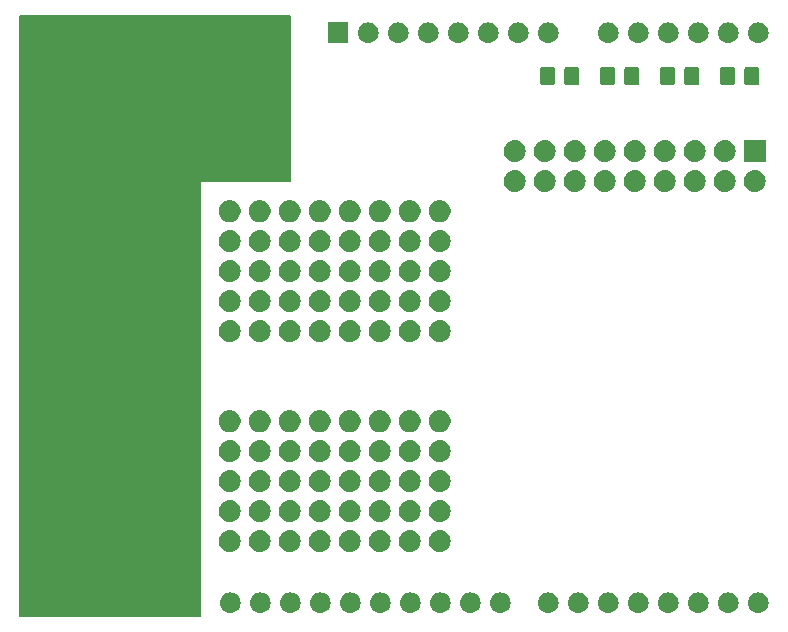
<source format=gts>
G04 #@! TF.GenerationSoftware,KiCad,Pcbnew,5.0.2+dfsg1-1~bpo9+1*
G04 #@! TF.CreationDate,2020-03-31T02:51:35-04:00*
G04 #@! TF.ProjectId,pcb,7063622e-6b69-4636-9164-5f7063625858,rev?*
G04 #@! TF.SameCoordinates,Original*
G04 #@! TF.FileFunction,Soldermask,Top*
G04 #@! TF.FilePolarity,Negative*
%FSLAX46Y46*%
G04 Gerber Fmt 4.6, Leading zero omitted, Abs format (unit mm)*
G04 Created by KiCad (PCBNEW 5.0.2+dfsg1-1~bpo9+1) date Tue 31 Mar 2020 02:51:35 AM EDT*
%MOMM*%
%LPD*%
G01*
G04 APERTURE LIST*
%ADD10C,0.150000*%
%ADD11C,0.100000*%
G04 APERTURE END LIST*
D10*
G36*
X101600000Y-88900000D02*
X124460000Y-88900000D01*
X124460000Y-102870000D01*
X116840000Y-102870000D01*
X116840000Y-139700000D01*
X102870000Y-139700000D01*
X101600000Y-139700000D01*
X101600000Y-88900000D01*
G37*
X101600000Y-88900000D02*
X124460000Y-88900000D01*
X124460000Y-102870000D01*
X116840000Y-102870000D01*
X116840000Y-139700000D01*
X102870000Y-139700000D01*
X101600000Y-139700000D01*
X101600000Y-88900000D01*
D11*
G36*
X119596762Y-137711478D02*
X119596765Y-137711479D01*
X119596766Y-137711479D01*
X119761930Y-137761581D01*
X119914147Y-137842943D01*
X120047565Y-137952437D01*
X120157059Y-138085855D01*
X120238421Y-138238072D01*
X120288523Y-138403236D01*
X120288524Y-138403240D01*
X120305441Y-138575001D01*
X120288524Y-138746762D01*
X120288523Y-138746765D01*
X120288523Y-138746766D01*
X120238421Y-138911930D01*
X120157059Y-139064147D01*
X120047565Y-139197565D01*
X119914147Y-139307059D01*
X119761930Y-139388421D01*
X119596766Y-139438523D01*
X119596765Y-139438523D01*
X119596762Y-139438524D01*
X119468048Y-139451201D01*
X119381954Y-139451201D01*
X119253240Y-139438524D01*
X119253237Y-139438523D01*
X119253236Y-139438523D01*
X119088072Y-139388421D01*
X118935855Y-139307059D01*
X118802437Y-139197565D01*
X118692943Y-139064147D01*
X118611581Y-138911930D01*
X118561479Y-138746766D01*
X118561479Y-138746765D01*
X118561478Y-138746762D01*
X118544561Y-138575001D01*
X118561478Y-138403240D01*
X118561479Y-138403236D01*
X118611581Y-138238072D01*
X118692943Y-138085855D01*
X118802437Y-137952437D01*
X118935855Y-137842943D01*
X119088072Y-137761581D01*
X119253236Y-137711479D01*
X119253237Y-137711479D01*
X119253240Y-137711478D01*
X119381954Y-137698801D01*
X119468048Y-137698801D01*
X119596762Y-137711478D01*
X119596762Y-137711478D01*
G37*
G36*
X139916762Y-137711478D02*
X139916765Y-137711479D01*
X139916766Y-137711479D01*
X140081930Y-137761581D01*
X140234147Y-137842943D01*
X140367565Y-137952437D01*
X140477059Y-138085855D01*
X140558421Y-138238072D01*
X140608523Y-138403236D01*
X140608524Y-138403240D01*
X140625441Y-138575001D01*
X140608524Y-138746762D01*
X140608523Y-138746765D01*
X140608523Y-138746766D01*
X140558421Y-138911930D01*
X140477059Y-139064147D01*
X140367565Y-139197565D01*
X140234147Y-139307059D01*
X140081930Y-139388421D01*
X139916766Y-139438523D01*
X139916765Y-139438523D01*
X139916762Y-139438524D01*
X139788048Y-139451201D01*
X139701954Y-139451201D01*
X139573240Y-139438524D01*
X139573237Y-139438523D01*
X139573236Y-139438523D01*
X139408072Y-139388421D01*
X139255855Y-139307059D01*
X139122437Y-139197565D01*
X139012943Y-139064147D01*
X138931581Y-138911930D01*
X138881479Y-138746766D01*
X138881479Y-138746765D01*
X138881478Y-138746762D01*
X138864561Y-138575001D01*
X138881478Y-138403240D01*
X138881479Y-138403236D01*
X138931581Y-138238072D01*
X139012943Y-138085855D01*
X139122437Y-137952437D01*
X139255855Y-137842943D01*
X139408072Y-137761581D01*
X139573236Y-137711479D01*
X139573237Y-137711479D01*
X139573240Y-137711478D01*
X139701954Y-137698801D01*
X139788048Y-137698801D01*
X139916762Y-137711478D01*
X139916762Y-137711478D01*
G37*
G36*
X164296762Y-137711478D02*
X164296765Y-137711479D01*
X164296766Y-137711479D01*
X164461930Y-137761581D01*
X164614147Y-137842943D01*
X164747565Y-137952437D01*
X164857059Y-138085855D01*
X164938421Y-138238072D01*
X164988523Y-138403236D01*
X164988524Y-138403240D01*
X165005441Y-138575001D01*
X164988524Y-138746762D01*
X164988523Y-138746765D01*
X164988523Y-138746766D01*
X164938421Y-138911930D01*
X164857059Y-139064147D01*
X164747565Y-139197565D01*
X164614147Y-139307059D01*
X164461930Y-139388421D01*
X164296766Y-139438523D01*
X164296765Y-139438523D01*
X164296762Y-139438524D01*
X164168048Y-139451201D01*
X164081954Y-139451201D01*
X163953240Y-139438524D01*
X163953237Y-139438523D01*
X163953236Y-139438523D01*
X163788072Y-139388421D01*
X163635855Y-139307059D01*
X163502437Y-139197565D01*
X163392943Y-139064147D01*
X163311581Y-138911930D01*
X163261479Y-138746766D01*
X163261479Y-138746765D01*
X163261478Y-138746762D01*
X163244561Y-138575001D01*
X163261478Y-138403240D01*
X163261479Y-138403236D01*
X163311581Y-138238072D01*
X163392943Y-138085855D01*
X163502437Y-137952437D01*
X163635855Y-137842943D01*
X163788072Y-137761581D01*
X163953236Y-137711479D01*
X163953237Y-137711479D01*
X163953240Y-137711478D01*
X164081954Y-137698801D01*
X164168048Y-137698801D01*
X164296762Y-137711478D01*
X164296762Y-137711478D01*
G37*
G36*
X124676762Y-137711478D02*
X124676765Y-137711479D01*
X124676766Y-137711479D01*
X124841930Y-137761581D01*
X124994147Y-137842943D01*
X125127565Y-137952437D01*
X125237059Y-138085855D01*
X125318421Y-138238072D01*
X125368523Y-138403236D01*
X125368524Y-138403240D01*
X125385441Y-138575001D01*
X125368524Y-138746762D01*
X125368523Y-138746765D01*
X125368523Y-138746766D01*
X125318421Y-138911930D01*
X125237059Y-139064147D01*
X125127565Y-139197565D01*
X124994147Y-139307059D01*
X124841930Y-139388421D01*
X124676766Y-139438523D01*
X124676765Y-139438523D01*
X124676762Y-139438524D01*
X124548048Y-139451201D01*
X124461954Y-139451201D01*
X124333240Y-139438524D01*
X124333237Y-139438523D01*
X124333236Y-139438523D01*
X124168072Y-139388421D01*
X124015855Y-139307059D01*
X123882437Y-139197565D01*
X123772943Y-139064147D01*
X123691581Y-138911930D01*
X123641479Y-138746766D01*
X123641479Y-138746765D01*
X123641478Y-138746762D01*
X123624561Y-138575001D01*
X123641478Y-138403240D01*
X123641479Y-138403236D01*
X123691581Y-138238072D01*
X123772943Y-138085855D01*
X123882437Y-137952437D01*
X124015855Y-137842943D01*
X124168072Y-137761581D01*
X124333236Y-137711479D01*
X124333237Y-137711479D01*
X124333240Y-137711478D01*
X124461954Y-137698801D01*
X124548048Y-137698801D01*
X124676762Y-137711478D01*
X124676762Y-137711478D01*
G37*
G36*
X127216762Y-137711478D02*
X127216765Y-137711479D01*
X127216766Y-137711479D01*
X127381930Y-137761581D01*
X127534147Y-137842943D01*
X127667565Y-137952437D01*
X127777059Y-138085855D01*
X127858421Y-138238072D01*
X127908523Y-138403236D01*
X127908524Y-138403240D01*
X127925441Y-138575001D01*
X127908524Y-138746762D01*
X127908523Y-138746765D01*
X127908523Y-138746766D01*
X127858421Y-138911930D01*
X127777059Y-139064147D01*
X127667565Y-139197565D01*
X127534147Y-139307059D01*
X127381930Y-139388421D01*
X127216766Y-139438523D01*
X127216765Y-139438523D01*
X127216762Y-139438524D01*
X127088048Y-139451201D01*
X127001954Y-139451201D01*
X126873240Y-139438524D01*
X126873237Y-139438523D01*
X126873236Y-139438523D01*
X126708072Y-139388421D01*
X126555855Y-139307059D01*
X126422437Y-139197565D01*
X126312943Y-139064147D01*
X126231581Y-138911930D01*
X126181479Y-138746766D01*
X126181479Y-138746765D01*
X126181478Y-138746762D01*
X126164561Y-138575001D01*
X126181478Y-138403240D01*
X126181479Y-138403236D01*
X126231581Y-138238072D01*
X126312943Y-138085855D01*
X126422437Y-137952437D01*
X126555855Y-137842943D01*
X126708072Y-137761581D01*
X126873236Y-137711479D01*
X126873237Y-137711479D01*
X126873240Y-137711478D01*
X127001954Y-137698801D01*
X127088048Y-137698801D01*
X127216762Y-137711478D01*
X127216762Y-137711478D01*
G37*
G36*
X129756762Y-137711478D02*
X129756765Y-137711479D01*
X129756766Y-137711479D01*
X129921930Y-137761581D01*
X130074147Y-137842943D01*
X130207565Y-137952437D01*
X130317059Y-138085855D01*
X130398421Y-138238072D01*
X130448523Y-138403236D01*
X130448524Y-138403240D01*
X130465441Y-138575001D01*
X130448524Y-138746762D01*
X130448523Y-138746765D01*
X130448523Y-138746766D01*
X130398421Y-138911930D01*
X130317059Y-139064147D01*
X130207565Y-139197565D01*
X130074147Y-139307059D01*
X129921930Y-139388421D01*
X129756766Y-139438523D01*
X129756765Y-139438523D01*
X129756762Y-139438524D01*
X129628048Y-139451201D01*
X129541954Y-139451201D01*
X129413240Y-139438524D01*
X129413237Y-139438523D01*
X129413236Y-139438523D01*
X129248072Y-139388421D01*
X129095855Y-139307059D01*
X128962437Y-139197565D01*
X128852943Y-139064147D01*
X128771581Y-138911930D01*
X128721479Y-138746766D01*
X128721479Y-138746765D01*
X128721478Y-138746762D01*
X128704561Y-138575001D01*
X128721478Y-138403240D01*
X128721479Y-138403236D01*
X128771581Y-138238072D01*
X128852943Y-138085855D01*
X128962437Y-137952437D01*
X129095855Y-137842943D01*
X129248072Y-137761581D01*
X129413236Y-137711479D01*
X129413237Y-137711479D01*
X129413240Y-137711478D01*
X129541954Y-137698801D01*
X129628048Y-137698801D01*
X129756762Y-137711478D01*
X129756762Y-137711478D01*
G37*
G36*
X132296762Y-137711478D02*
X132296765Y-137711479D01*
X132296766Y-137711479D01*
X132461930Y-137761581D01*
X132614147Y-137842943D01*
X132747565Y-137952437D01*
X132857059Y-138085855D01*
X132938421Y-138238072D01*
X132988523Y-138403236D01*
X132988524Y-138403240D01*
X133005441Y-138575001D01*
X132988524Y-138746762D01*
X132988523Y-138746765D01*
X132988523Y-138746766D01*
X132938421Y-138911930D01*
X132857059Y-139064147D01*
X132747565Y-139197565D01*
X132614147Y-139307059D01*
X132461930Y-139388421D01*
X132296766Y-139438523D01*
X132296765Y-139438523D01*
X132296762Y-139438524D01*
X132168048Y-139451201D01*
X132081954Y-139451201D01*
X131953240Y-139438524D01*
X131953237Y-139438523D01*
X131953236Y-139438523D01*
X131788072Y-139388421D01*
X131635855Y-139307059D01*
X131502437Y-139197565D01*
X131392943Y-139064147D01*
X131311581Y-138911930D01*
X131261479Y-138746766D01*
X131261479Y-138746765D01*
X131261478Y-138746762D01*
X131244561Y-138575001D01*
X131261478Y-138403240D01*
X131261479Y-138403236D01*
X131311581Y-138238072D01*
X131392943Y-138085855D01*
X131502437Y-137952437D01*
X131635855Y-137842943D01*
X131788072Y-137761581D01*
X131953236Y-137711479D01*
X131953237Y-137711479D01*
X131953240Y-137711478D01*
X132081954Y-137698801D01*
X132168048Y-137698801D01*
X132296762Y-137711478D01*
X132296762Y-137711478D01*
G37*
G36*
X134836762Y-137711478D02*
X134836765Y-137711479D01*
X134836766Y-137711479D01*
X135001930Y-137761581D01*
X135154147Y-137842943D01*
X135287565Y-137952437D01*
X135397059Y-138085855D01*
X135478421Y-138238072D01*
X135528523Y-138403236D01*
X135528524Y-138403240D01*
X135545441Y-138575001D01*
X135528524Y-138746762D01*
X135528523Y-138746765D01*
X135528523Y-138746766D01*
X135478421Y-138911930D01*
X135397059Y-139064147D01*
X135287565Y-139197565D01*
X135154147Y-139307059D01*
X135001930Y-139388421D01*
X134836766Y-139438523D01*
X134836765Y-139438523D01*
X134836762Y-139438524D01*
X134708048Y-139451201D01*
X134621954Y-139451201D01*
X134493240Y-139438524D01*
X134493237Y-139438523D01*
X134493236Y-139438523D01*
X134328072Y-139388421D01*
X134175855Y-139307059D01*
X134042437Y-139197565D01*
X133932943Y-139064147D01*
X133851581Y-138911930D01*
X133801479Y-138746766D01*
X133801479Y-138746765D01*
X133801478Y-138746762D01*
X133784561Y-138575001D01*
X133801478Y-138403240D01*
X133801479Y-138403236D01*
X133851581Y-138238072D01*
X133932943Y-138085855D01*
X134042437Y-137952437D01*
X134175855Y-137842943D01*
X134328072Y-137761581D01*
X134493236Y-137711479D01*
X134493237Y-137711479D01*
X134493240Y-137711478D01*
X134621954Y-137698801D01*
X134708048Y-137698801D01*
X134836762Y-137711478D01*
X134836762Y-137711478D01*
G37*
G36*
X137376762Y-137711478D02*
X137376765Y-137711479D01*
X137376766Y-137711479D01*
X137541930Y-137761581D01*
X137694147Y-137842943D01*
X137827565Y-137952437D01*
X137937059Y-138085855D01*
X138018421Y-138238072D01*
X138068523Y-138403236D01*
X138068524Y-138403240D01*
X138085441Y-138575001D01*
X138068524Y-138746762D01*
X138068523Y-138746765D01*
X138068523Y-138746766D01*
X138018421Y-138911930D01*
X137937059Y-139064147D01*
X137827565Y-139197565D01*
X137694147Y-139307059D01*
X137541930Y-139388421D01*
X137376766Y-139438523D01*
X137376765Y-139438523D01*
X137376762Y-139438524D01*
X137248048Y-139451201D01*
X137161954Y-139451201D01*
X137033240Y-139438524D01*
X137033237Y-139438523D01*
X137033236Y-139438523D01*
X136868072Y-139388421D01*
X136715855Y-139307059D01*
X136582437Y-139197565D01*
X136472943Y-139064147D01*
X136391581Y-138911930D01*
X136341479Y-138746766D01*
X136341479Y-138746765D01*
X136341478Y-138746762D01*
X136324561Y-138575001D01*
X136341478Y-138403240D01*
X136341479Y-138403236D01*
X136391581Y-138238072D01*
X136472943Y-138085855D01*
X136582437Y-137952437D01*
X136715855Y-137842943D01*
X136868072Y-137761581D01*
X137033236Y-137711479D01*
X137033237Y-137711479D01*
X137033240Y-137711478D01*
X137161954Y-137698801D01*
X137248048Y-137698801D01*
X137376762Y-137711478D01*
X137376762Y-137711478D01*
G37*
G36*
X161756762Y-137711478D02*
X161756765Y-137711479D01*
X161756766Y-137711479D01*
X161921930Y-137761581D01*
X162074147Y-137842943D01*
X162207565Y-137952437D01*
X162317059Y-138085855D01*
X162398421Y-138238072D01*
X162448523Y-138403236D01*
X162448524Y-138403240D01*
X162465441Y-138575001D01*
X162448524Y-138746762D01*
X162448523Y-138746765D01*
X162448523Y-138746766D01*
X162398421Y-138911930D01*
X162317059Y-139064147D01*
X162207565Y-139197565D01*
X162074147Y-139307059D01*
X161921930Y-139388421D01*
X161756766Y-139438523D01*
X161756765Y-139438523D01*
X161756762Y-139438524D01*
X161628048Y-139451201D01*
X161541954Y-139451201D01*
X161413240Y-139438524D01*
X161413237Y-139438523D01*
X161413236Y-139438523D01*
X161248072Y-139388421D01*
X161095855Y-139307059D01*
X160962437Y-139197565D01*
X160852943Y-139064147D01*
X160771581Y-138911930D01*
X160721479Y-138746766D01*
X160721479Y-138746765D01*
X160721478Y-138746762D01*
X160704561Y-138575001D01*
X160721478Y-138403240D01*
X160721479Y-138403236D01*
X160771581Y-138238072D01*
X160852943Y-138085855D01*
X160962437Y-137952437D01*
X161095855Y-137842943D01*
X161248072Y-137761581D01*
X161413236Y-137711479D01*
X161413237Y-137711479D01*
X161413240Y-137711478D01*
X161541954Y-137698801D01*
X161628048Y-137698801D01*
X161756762Y-137711478D01*
X161756762Y-137711478D01*
G37*
G36*
X146516762Y-137711478D02*
X146516765Y-137711479D01*
X146516766Y-137711479D01*
X146681930Y-137761581D01*
X146834147Y-137842943D01*
X146967565Y-137952437D01*
X147077059Y-138085855D01*
X147158421Y-138238072D01*
X147208523Y-138403236D01*
X147208524Y-138403240D01*
X147225441Y-138575001D01*
X147208524Y-138746762D01*
X147208523Y-138746765D01*
X147208523Y-138746766D01*
X147158421Y-138911930D01*
X147077059Y-139064147D01*
X146967565Y-139197565D01*
X146834147Y-139307059D01*
X146681930Y-139388421D01*
X146516766Y-139438523D01*
X146516765Y-139438523D01*
X146516762Y-139438524D01*
X146388048Y-139451201D01*
X146301954Y-139451201D01*
X146173240Y-139438524D01*
X146173237Y-139438523D01*
X146173236Y-139438523D01*
X146008072Y-139388421D01*
X145855855Y-139307059D01*
X145722437Y-139197565D01*
X145612943Y-139064147D01*
X145531581Y-138911930D01*
X145481479Y-138746766D01*
X145481479Y-138746765D01*
X145481478Y-138746762D01*
X145464561Y-138575001D01*
X145481478Y-138403240D01*
X145481479Y-138403236D01*
X145531581Y-138238072D01*
X145612943Y-138085855D01*
X145722437Y-137952437D01*
X145855855Y-137842943D01*
X146008072Y-137761581D01*
X146173236Y-137711479D01*
X146173237Y-137711479D01*
X146173240Y-137711478D01*
X146301954Y-137698801D01*
X146388048Y-137698801D01*
X146516762Y-137711478D01*
X146516762Y-137711478D01*
G37*
G36*
X149056762Y-137711478D02*
X149056765Y-137711479D01*
X149056766Y-137711479D01*
X149221930Y-137761581D01*
X149374147Y-137842943D01*
X149507565Y-137952437D01*
X149617059Y-138085855D01*
X149698421Y-138238072D01*
X149748523Y-138403236D01*
X149748524Y-138403240D01*
X149765441Y-138575001D01*
X149748524Y-138746762D01*
X149748523Y-138746765D01*
X149748523Y-138746766D01*
X149698421Y-138911930D01*
X149617059Y-139064147D01*
X149507565Y-139197565D01*
X149374147Y-139307059D01*
X149221930Y-139388421D01*
X149056766Y-139438523D01*
X149056765Y-139438523D01*
X149056762Y-139438524D01*
X148928048Y-139451201D01*
X148841954Y-139451201D01*
X148713240Y-139438524D01*
X148713237Y-139438523D01*
X148713236Y-139438523D01*
X148548072Y-139388421D01*
X148395855Y-139307059D01*
X148262437Y-139197565D01*
X148152943Y-139064147D01*
X148071581Y-138911930D01*
X148021479Y-138746766D01*
X148021479Y-138746765D01*
X148021478Y-138746762D01*
X148004561Y-138575001D01*
X148021478Y-138403240D01*
X148021479Y-138403236D01*
X148071581Y-138238072D01*
X148152943Y-138085855D01*
X148262437Y-137952437D01*
X148395855Y-137842943D01*
X148548072Y-137761581D01*
X148713236Y-137711479D01*
X148713237Y-137711479D01*
X148713240Y-137711478D01*
X148841954Y-137698801D01*
X148928048Y-137698801D01*
X149056762Y-137711478D01*
X149056762Y-137711478D01*
G37*
G36*
X151596762Y-137711478D02*
X151596765Y-137711479D01*
X151596766Y-137711479D01*
X151761930Y-137761581D01*
X151914147Y-137842943D01*
X152047565Y-137952437D01*
X152157059Y-138085855D01*
X152238421Y-138238072D01*
X152288523Y-138403236D01*
X152288524Y-138403240D01*
X152305441Y-138575001D01*
X152288524Y-138746762D01*
X152288523Y-138746765D01*
X152288523Y-138746766D01*
X152238421Y-138911930D01*
X152157059Y-139064147D01*
X152047565Y-139197565D01*
X151914147Y-139307059D01*
X151761930Y-139388421D01*
X151596766Y-139438523D01*
X151596765Y-139438523D01*
X151596762Y-139438524D01*
X151468048Y-139451201D01*
X151381954Y-139451201D01*
X151253240Y-139438524D01*
X151253237Y-139438523D01*
X151253236Y-139438523D01*
X151088072Y-139388421D01*
X150935855Y-139307059D01*
X150802437Y-139197565D01*
X150692943Y-139064147D01*
X150611581Y-138911930D01*
X150561479Y-138746766D01*
X150561479Y-138746765D01*
X150561478Y-138746762D01*
X150544561Y-138575001D01*
X150561478Y-138403240D01*
X150561479Y-138403236D01*
X150611581Y-138238072D01*
X150692943Y-138085855D01*
X150802437Y-137952437D01*
X150935855Y-137842943D01*
X151088072Y-137761581D01*
X151253236Y-137711479D01*
X151253237Y-137711479D01*
X151253240Y-137711478D01*
X151381954Y-137698801D01*
X151468048Y-137698801D01*
X151596762Y-137711478D01*
X151596762Y-137711478D01*
G37*
G36*
X154136762Y-137711478D02*
X154136765Y-137711479D01*
X154136766Y-137711479D01*
X154301930Y-137761581D01*
X154454147Y-137842943D01*
X154587565Y-137952437D01*
X154697059Y-138085855D01*
X154778421Y-138238072D01*
X154828523Y-138403236D01*
X154828524Y-138403240D01*
X154845441Y-138575001D01*
X154828524Y-138746762D01*
X154828523Y-138746765D01*
X154828523Y-138746766D01*
X154778421Y-138911930D01*
X154697059Y-139064147D01*
X154587565Y-139197565D01*
X154454147Y-139307059D01*
X154301930Y-139388421D01*
X154136766Y-139438523D01*
X154136765Y-139438523D01*
X154136762Y-139438524D01*
X154008048Y-139451201D01*
X153921954Y-139451201D01*
X153793240Y-139438524D01*
X153793237Y-139438523D01*
X153793236Y-139438523D01*
X153628072Y-139388421D01*
X153475855Y-139307059D01*
X153342437Y-139197565D01*
X153232943Y-139064147D01*
X153151581Y-138911930D01*
X153101479Y-138746766D01*
X153101479Y-138746765D01*
X153101478Y-138746762D01*
X153084561Y-138575001D01*
X153101478Y-138403240D01*
X153101479Y-138403236D01*
X153151581Y-138238072D01*
X153232943Y-138085855D01*
X153342437Y-137952437D01*
X153475855Y-137842943D01*
X153628072Y-137761581D01*
X153793236Y-137711479D01*
X153793237Y-137711479D01*
X153793240Y-137711478D01*
X153921954Y-137698801D01*
X154008048Y-137698801D01*
X154136762Y-137711478D01*
X154136762Y-137711478D01*
G37*
G36*
X156676762Y-137711478D02*
X156676765Y-137711479D01*
X156676766Y-137711479D01*
X156841930Y-137761581D01*
X156994147Y-137842943D01*
X157127565Y-137952437D01*
X157237059Y-138085855D01*
X157318421Y-138238072D01*
X157368523Y-138403236D01*
X157368524Y-138403240D01*
X157385441Y-138575001D01*
X157368524Y-138746762D01*
X157368523Y-138746765D01*
X157368523Y-138746766D01*
X157318421Y-138911930D01*
X157237059Y-139064147D01*
X157127565Y-139197565D01*
X156994147Y-139307059D01*
X156841930Y-139388421D01*
X156676766Y-139438523D01*
X156676765Y-139438523D01*
X156676762Y-139438524D01*
X156548048Y-139451201D01*
X156461954Y-139451201D01*
X156333240Y-139438524D01*
X156333237Y-139438523D01*
X156333236Y-139438523D01*
X156168072Y-139388421D01*
X156015855Y-139307059D01*
X155882437Y-139197565D01*
X155772943Y-139064147D01*
X155691581Y-138911930D01*
X155641479Y-138746766D01*
X155641479Y-138746765D01*
X155641478Y-138746762D01*
X155624561Y-138575001D01*
X155641478Y-138403240D01*
X155641479Y-138403236D01*
X155691581Y-138238072D01*
X155772943Y-138085855D01*
X155882437Y-137952437D01*
X156015855Y-137842943D01*
X156168072Y-137761581D01*
X156333236Y-137711479D01*
X156333237Y-137711479D01*
X156333240Y-137711478D01*
X156461954Y-137698801D01*
X156548048Y-137698801D01*
X156676762Y-137711478D01*
X156676762Y-137711478D01*
G37*
G36*
X159216762Y-137711478D02*
X159216765Y-137711479D01*
X159216766Y-137711479D01*
X159381930Y-137761581D01*
X159534147Y-137842943D01*
X159667565Y-137952437D01*
X159777059Y-138085855D01*
X159858421Y-138238072D01*
X159908523Y-138403236D01*
X159908524Y-138403240D01*
X159925441Y-138575001D01*
X159908524Y-138746762D01*
X159908523Y-138746765D01*
X159908523Y-138746766D01*
X159858421Y-138911930D01*
X159777059Y-139064147D01*
X159667565Y-139197565D01*
X159534147Y-139307059D01*
X159381930Y-139388421D01*
X159216766Y-139438523D01*
X159216765Y-139438523D01*
X159216762Y-139438524D01*
X159088048Y-139451201D01*
X159001954Y-139451201D01*
X158873240Y-139438524D01*
X158873237Y-139438523D01*
X158873236Y-139438523D01*
X158708072Y-139388421D01*
X158555855Y-139307059D01*
X158422437Y-139197565D01*
X158312943Y-139064147D01*
X158231581Y-138911930D01*
X158181479Y-138746766D01*
X158181479Y-138746765D01*
X158181478Y-138746762D01*
X158164561Y-138575001D01*
X158181478Y-138403240D01*
X158181479Y-138403236D01*
X158231581Y-138238072D01*
X158312943Y-138085855D01*
X158422437Y-137952437D01*
X158555855Y-137842943D01*
X158708072Y-137761581D01*
X158873236Y-137711479D01*
X158873237Y-137711479D01*
X158873240Y-137711478D01*
X159001954Y-137698801D01*
X159088048Y-137698801D01*
X159216762Y-137711478D01*
X159216762Y-137711478D01*
G37*
G36*
X122136762Y-137711478D02*
X122136765Y-137711479D01*
X122136766Y-137711479D01*
X122301930Y-137761581D01*
X122454147Y-137842943D01*
X122587565Y-137952437D01*
X122697059Y-138085855D01*
X122778421Y-138238072D01*
X122828523Y-138403236D01*
X122828524Y-138403240D01*
X122845441Y-138575001D01*
X122828524Y-138746762D01*
X122828523Y-138746765D01*
X122828523Y-138746766D01*
X122778421Y-138911930D01*
X122697059Y-139064147D01*
X122587565Y-139197565D01*
X122454147Y-139307059D01*
X122301930Y-139388421D01*
X122136766Y-139438523D01*
X122136765Y-139438523D01*
X122136762Y-139438524D01*
X122008048Y-139451201D01*
X121921954Y-139451201D01*
X121793240Y-139438524D01*
X121793237Y-139438523D01*
X121793236Y-139438523D01*
X121628072Y-139388421D01*
X121475855Y-139307059D01*
X121342437Y-139197565D01*
X121232943Y-139064147D01*
X121151581Y-138911930D01*
X121101479Y-138746766D01*
X121101479Y-138746765D01*
X121101478Y-138746762D01*
X121084561Y-138575001D01*
X121101478Y-138403240D01*
X121101479Y-138403236D01*
X121151581Y-138238072D01*
X121232943Y-138085855D01*
X121342437Y-137952437D01*
X121475855Y-137842943D01*
X121628072Y-137761581D01*
X121793236Y-137711479D01*
X121793237Y-137711479D01*
X121793240Y-137711478D01*
X121921954Y-137698801D01*
X122008048Y-137698801D01*
X122136762Y-137711478D01*
X122136762Y-137711478D01*
G37*
G36*
X142456762Y-137711478D02*
X142456765Y-137711479D01*
X142456766Y-137711479D01*
X142621930Y-137761581D01*
X142774147Y-137842943D01*
X142907565Y-137952437D01*
X143017059Y-138085855D01*
X143098421Y-138238072D01*
X143148523Y-138403236D01*
X143148524Y-138403240D01*
X143165441Y-138575001D01*
X143148524Y-138746762D01*
X143148523Y-138746765D01*
X143148523Y-138746766D01*
X143098421Y-138911930D01*
X143017059Y-139064147D01*
X142907565Y-139197565D01*
X142774147Y-139307059D01*
X142621930Y-139388421D01*
X142456766Y-139438523D01*
X142456765Y-139438523D01*
X142456762Y-139438524D01*
X142328048Y-139451201D01*
X142241954Y-139451201D01*
X142113240Y-139438524D01*
X142113237Y-139438523D01*
X142113236Y-139438523D01*
X141948072Y-139388421D01*
X141795855Y-139307059D01*
X141662437Y-139197565D01*
X141552943Y-139064147D01*
X141471581Y-138911930D01*
X141421479Y-138746766D01*
X141421479Y-138746765D01*
X141421478Y-138746762D01*
X141404561Y-138575001D01*
X141421478Y-138403240D01*
X141421479Y-138403236D01*
X141471581Y-138238072D01*
X141552943Y-138085855D01*
X141662437Y-137952437D01*
X141795855Y-137842943D01*
X141948072Y-137761581D01*
X142113236Y-137711479D01*
X142113237Y-137711479D01*
X142113240Y-137711478D01*
X142241954Y-137698801D01*
X142328048Y-137698801D01*
X142456762Y-137711478D01*
X142456762Y-137711478D01*
G37*
G36*
X122101563Y-132437201D02*
X122101566Y-132437202D01*
X122101567Y-132437202D01*
X122276156Y-132490163D01*
X122437059Y-132576167D01*
X122437061Y-132576168D01*
X122437060Y-132576168D01*
X122578091Y-132691909D01*
X122693832Y-132832940D01*
X122779837Y-132993844D01*
X122832799Y-133168437D01*
X122850682Y-133350000D01*
X122832799Y-133531563D01*
X122832798Y-133531566D01*
X122832798Y-133531567D01*
X122779837Y-133706156D01*
X122693833Y-133867059D01*
X122578091Y-134008091D01*
X122437059Y-134123833D01*
X122276156Y-134209837D01*
X122101567Y-134262798D01*
X122101566Y-134262798D01*
X122101563Y-134262799D01*
X121965501Y-134276200D01*
X121874499Y-134276200D01*
X121738437Y-134262799D01*
X121738434Y-134262798D01*
X121738433Y-134262798D01*
X121563844Y-134209837D01*
X121402941Y-134123833D01*
X121261909Y-134008091D01*
X121146167Y-133867059D01*
X121060163Y-133706156D01*
X121007202Y-133531567D01*
X121007202Y-133531566D01*
X121007201Y-133531563D01*
X120989318Y-133350000D01*
X121007201Y-133168437D01*
X121060163Y-132993844D01*
X121146168Y-132832940D01*
X121261909Y-132691909D01*
X121402940Y-132576168D01*
X121402939Y-132576168D01*
X121402941Y-132576167D01*
X121563844Y-132490163D01*
X121738433Y-132437202D01*
X121738434Y-132437202D01*
X121738437Y-132437201D01*
X121874499Y-132423800D01*
X121965501Y-132423800D01*
X122101563Y-132437201D01*
X122101563Y-132437201D01*
G37*
G36*
X119561563Y-132437201D02*
X119561566Y-132437202D01*
X119561567Y-132437202D01*
X119736156Y-132490163D01*
X119897059Y-132576167D01*
X119897061Y-132576168D01*
X119897060Y-132576168D01*
X120038091Y-132691909D01*
X120153832Y-132832940D01*
X120239837Y-132993844D01*
X120292799Y-133168437D01*
X120310682Y-133350000D01*
X120292799Y-133531563D01*
X120292798Y-133531566D01*
X120292798Y-133531567D01*
X120239837Y-133706156D01*
X120153833Y-133867059D01*
X120038091Y-134008091D01*
X119897059Y-134123833D01*
X119736156Y-134209837D01*
X119561567Y-134262798D01*
X119561566Y-134262798D01*
X119561563Y-134262799D01*
X119425501Y-134276200D01*
X119334499Y-134276200D01*
X119198437Y-134262799D01*
X119198434Y-134262798D01*
X119198433Y-134262798D01*
X119023844Y-134209837D01*
X118862941Y-134123833D01*
X118721909Y-134008091D01*
X118606167Y-133867059D01*
X118520163Y-133706156D01*
X118467202Y-133531567D01*
X118467202Y-133531566D01*
X118467201Y-133531563D01*
X118449318Y-133350000D01*
X118467201Y-133168437D01*
X118520163Y-132993844D01*
X118606168Y-132832940D01*
X118721909Y-132691909D01*
X118862940Y-132576168D01*
X118862939Y-132576168D01*
X118862941Y-132576167D01*
X119023844Y-132490163D01*
X119198433Y-132437202D01*
X119198434Y-132437202D01*
X119198437Y-132437201D01*
X119334499Y-132423800D01*
X119425501Y-132423800D01*
X119561563Y-132437201D01*
X119561563Y-132437201D01*
G37*
G36*
X127181563Y-132437201D02*
X127181566Y-132437202D01*
X127181567Y-132437202D01*
X127356156Y-132490163D01*
X127517059Y-132576167D01*
X127517061Y-132576168D01*
X127517060Y-132576168D01*
X127658091Y-132691909D01*
X127773832Y-132832940D01*
X127859837Y-132993844D01*
X127912799Y-133168437D01*
X127930682Y-133350000D01*
X127912799Y-133531563D01*
X127912798Y-133531566D01*
X127912798Y-133531567D01*
X127859837Y-133706156D01*
X127773833Y-133867059D01*
X127658091Y-134008091D01*
X127517059Y-134123833D01*
X127356156Y-134209837D01*
X127181567Y-134262798D01*
X127181566Y-134262798D01*
X127181563Y-134262799D01*
X127045501Y-134276200D01*
X126954499Y-134276200D01*
X126818437Y-134262799D01*
X126818434Y-134262798D01*
X126818433Y-134262798D01*
X126643844Y-134209837D01*
X126482941Y-134123833D01*
X126341909Y-134008091D01*
X126226167Y-133867059D01*
X126140163Y-133706156D01*
X126087202Y-133531567D01*
X126087202Y-133531566D01*
X126087201Y-133531563D01*
X126069318Y-133350000D01*
X126087201Y-133168437D01*
X126140163Y-132993844D01*
X126226168Y-132832940D01*
X126341909Y-132691909D01*
X126482940Y-132576168D01*
X126482939Y-132576168D01*
X126482941Y-132576167D01*
X126643844Y-132490163D01*
X126818433Y-132437202D01*
X126818434Y-132437202D01*
X126818437Y-132437201D01*
X126954499Y-132423800D01*
X127045501Y-132423800D01*
X127181563Y-132437201D01*
X127181563Y-132437201D01*
G37*
G36*
X124641563Y-132437201D02*
X124641566Y-132437202D01*
X124641567Y-132437202D01*
X124816156Y-132490163D01*
X124977059Y-132576167D01*
X124977061Y-132576168D01*
X124977060Y-132576168D01*
X125118091Y-132691909D01*
X125233832Y-132832940D01*
X125319837Y-132993844D01*
X125372799Y-133168437D01*
X125390682Y-133350000D01*
X125372799Y-133531563D01*
X125372798Y-133531566D01*
X125372798Y-133531567D01*
X125319837Y-133706156D01*
X125233833Y-133867059D01*
X125118091Y-134008091D01*
X124977059Y-134123833D01*
X124816156Y-134209837D01*
X124641567Y-134262798D01*
X124641566Y-134262798D01*
X124641563Y-134262799D01*
X124505501Y-134276200D01*
X124414499Y-134276200D01*
X124278437Y-134262799D01*
X124278434Y-134262798D01*
X124278433Y-134262798D01*
X124103844Y-134209837D01*
X123942941Y-134123833D01*
X123801909Y-134008091D01*
X123686167Y-133867059D01*
X123600163Y-133706156D01*
X123547202Y-133531567D01*
X123547202Y-133531566D01*
X123547201Y-133531563D01*
X123529318Y-133350000D01*
X123547201Y-133168437D01*
X123600163Y-132993844D01*
X123686168Y-132832940D01*
X123801909Y-132691909D01*
X123942940Y-132576168D01*
X123942939Y-132576168D01*
X123942941Y-132576167D01*
X124103844Y-132490163D01*
X124278433Y-132437202D01*
X124278434Y-132437202D01*
X124278437Y-132437201D01*
X124414499Y-132423800D01*
X124505501Y-132423800D01*
X124641563Y-132437201D01*
X124641563Y-132437201D01*
G37*
G36*
X134801563Y-132437201D02*
X134801566Y-132437202D01*
X134801567Y-132437202D01*
X134976156Y-132490163D01*
X135137059Y-132576167D01*
X135137061Y-132576168D01*
X135137060Y-132576168D01*
X135278091Y-132691909D01*
X135393832Y-132832940D01*
X135479837Y-132993844D01*
X135532799Y-133168437D01*
X135550682Y-133350000D01*
X135532799Y-133531563D01*
X135532798Y-133531566D01*
X135532798Y-133531567D01*
X135479837Y-133706156D01*
X135393833Y-133867059D01*
X135278091Y-134008091D01*
X135137059Y-134123833D01*
X134976156Y-134209837D01*
X134801567Y-134262798D01*
X134801566Y-134262798D01*
X134801563Y-134262799D01*
X134665501Y-134276200D01*
X134574499Y-134276200D01*
X134438437Y-134262799D01*
X134438434Y-134262798D01*
X134438433Y-134262798D01*
X134263844Y-134209837D01*
X134102941Y-134123833D01*
X133961909Y-134008091D01*
X133846167Y-133867059D01*
X133760163Y-133706156D01*
X133707202Y-133531567D01*
X133707202Y-133531566D01*
X133707201Y-133531563D01*
X133689318Y-133350000D01*
X133707201Y-133168437D01*
X133760163Y-132993844D01*
X133846168Y-132832940D01*
X133961909Y-132691909D01*
X134102940Y-132576168D01*
X134102939Y-132576168D01*
X134102941Y-132576167D01*
X134263844Y-132490163D01*
X134438433Y-132437202D01*
X134438434Y-132437202D01*
X134438437Y-132437201D01*
X134574499Y-132423800D01*
X134665501Y-132423800D01*
X134801563Y-132437201D01*
X134801563Y-132437201D01*
G37*
G36*
X129721563Y-132437201D02*
X129721566Y-132437202D01*
X129721567Y-132437202D01*
X129896156Y-132490163D01*
X130057059Y-132576167D01*
X130057061Y-132576168D01*
X130057060Y-132576168D01*
X130198091Y-132691909D01*
X130313832Y-132832940D01*
X130399837Y-132993844D01*
X130452799Y-133168437D01*
X130470682Y-133350000D01*
X130452799Y-133531563D01*
X130452798Y-133531566D01*
X130452798Y-133531567D01*
X130399837Y-133706156D01*
X130313833Y-133867059D01*
X130198091Y-134008091D01*
X130057059Y-134123833D01*
X129896156Y-134209837D01*
X129721567Y-134262798D01*
X129721566Y-134262798D01*
X129721563Y-134262799D01*
X129585501Y-134276200D01*
X129494499Y-134276200D01*
X129358437Y-134262799D01*
X129358434Y-134262798D01*
X129358433Y-134262798D01*
X129183844Y-134209837D01*
X129022941Y-134123833D01*
X128881909Y-134008091D01*
X128766167Y-133867059D01*
X128680163Y-133706156D01*
X128627202Y-133531567D01*
X128627202Y-133531566D01*
X128627201Y-133531563D01*
X128609318Y-133350000D01*
X128627201Y-133168437D01*
X128680163Y-132993844D01*
X128766168Y-132832940D01*
X128881909Y-132691909D01*
X129022940Y-132576168D01*
X129022939Y-132576168D01*
X129022941Y-132576167D01*
X129183844Y-132490163D01*
X129358433Y-132437202D01*
X129358434Y-132437202D01*
X129358437Y-132437201D01*
X129494499Y-132423800D01*
X129585501Y-132423800D01*
X129721563Y-132437201D01*
X129721563Y-132437201D01*
G37*
G36*
X132261563Y-132437201D02*
X132261566Y-132437202D01*
X132261567Y-132437202D01*
X132436156Y-132490163D01*
X132597059Y-132576167D01*
X132597061Y-132576168D01*
X132597060Y-132576168D01*
X132738091Y-132691909D01*
X132853832Y-132832940D01*
X132939837Y-132993844D01*
X132992799Y-133168437D01*
X133010682Y-133350000D01*
X132992799Y-133531563D01*
X132992798Y-133531566D01*
X132992798Y-133531567D01*
X132939837Y-133706156D01*
X132853833Y-133867059D01*
X132738091Y-134008091D01*
X132597059Y-134123833D01*
X132436156Y-134209837D01*
X132261567Y-134262798D01*
X132261566Y-134262798D01*
X132261563Y-134262799D01*
X132125501Y-134276200D01*
X132034499Y-134276200D01*
X131898437Y-134262799D01*
X131898434Y-134262798D01*
X131898433Y-134262798D01*
X131723844Y-134209837D01*
X131562941Y-134123833D01*
X131421909Y-134008091D01*
X131306167Y-133867059D01*
X131220163Y-133706156D01*
X131167202Y-133531567D01*
X131167202Y-133531566D01*
X131167201Y-133531563D01*
X131149318Y-133350000D01*
X131167201Y-133168437D01*
X131220163Y-132993844D01*
X131306168Y-132832940D01*
X131421909Y-132691909D01*
X131562940Y-132576168D01*
X131562939Y-132576168D01*
X131562941Y-132576167D01*
X131723844Y-132490163D01*
X131898433Y-132437202D01*
X131898434Y-132437202D01*
X131898437Y-132437201D01*
X132034499Y-132423800D01*
X132125501Y-132423800D01*
X132261563Y-132437201D01*
X132261563Y-132437201D01*
G37*
G36*
X137341563Y-132437201D02*
X137341566Y-132437202D01*
X137341567Y-132437202D01*
X137516156Y-132490163D01*
X137677059Y-132576167D01*
X137677061Y-132576168D01*
X137677060Y-132576168D01*
X137818091Y-132691909D01*
X137933832Y-132832940D01*
X138019837Y-132993844D01*
X138072799Y-133168437D01*
X138090682Y-133350000D01*
X138072799Y-133531563D01*
X138072798Y-133531566D01*
X138072798Y-133531567D01*
X138019837Y-133706156D01*
X137933833Y-133867059D01*
X137818091Y-134008091D01*
X137677059Y-134123833D01*
X137516156Y-134209837D01*
X137341567Y-134262798D01*
X137341566Y-134262798D01*
X137341563Y-134262799D01*
X137205501Y-134276200D01*
X137114499Y-134276200D01*
X136978437Y-134262799D01*
X136978434Y-134262798D01*
X136978433Y-134262798D01*
X136803844Y-134209837D01*
X136642941Y-134123833D01*
X136501909Y-134008091D01*
X136386167Y-133867059D01*
X136300163Y-133706156D01*
X136247202Y-133531567D01*
X136247202Y-133531566D01*
X136247201Y-133531563D01*
X136229318Y-133350000D01*
X136247201Y-133168437D01*
X136300163Y-132993844D01*
X136386168Y-132832940D01*
X136501909Y-132691909D01*
X136642940Y-132576168D01*
X136642939Y-132576168D01*
X136642941Y-132576167D01*
X136803844Y-132490163D01*
X136978433Y-132437202D01*
X136978434Y-132437202D01*
X136978437Y-132437201D01*
X137114499Y-132423800D01*
X137205501Y-132423800D01*
X137341563Y-132437201D01*
X137341563Y-132437201D01*
G37*
G36*
X124641563Y-129897201D02*
X124641566Y-129897202D01*
X124641567Y-129897202D01*
X124816156Y-129950163D01*
X124977059Y-130036167D01*
X124977061Y-130036168D01*
X124977060Y-130036168D01*
X125118091Y-130151909D01*
X125233832Y-130292940D01*
X125319837Y-130453844D01*
X125372799Y-130628437D01*
X125390682Y-130810000D01*
X125372799Y-130991563D01*
X125372798Y-130991566D01*
X125372798Y-130991567D01*
X125319837Y-131166156D01*
X125233833Y-131327059D01*
X125118091Y-131468091D01*
X124977059Y-131583833D01*
X124816156Y-131669837D01*
X124641567Y-131722798D01*
X124641566Y-131722798D01*
X124641563Y-131722799D01*
X124505501Y-131736200D01*
X124414499Y-131736200D01*
X124278437Y-131722799D01*
X124278434Y-131722798D01*
X124278433Y-131722798D01*
X124103844Y-131669837D01*
X123942941Y-131583833D01*
X123801909Y-131468091D01*
X123686167Y-131327059D01*
X123600163Y-131166156D01*
X123547202Y-130991567D01*
X123547202Y-130991566D01*
X123547201Y-130991563D01*
X123529318Y-130810000D01*
X123547201Y-130628437D01*
X123600163Y-130453844D01*
X123686168Y-130292940D01*
X123801909Y-130151909D01*
X123942940Y-130036168D01*
X123942939Y-130036168D01*
X123942941Y-130036167D01*
X124103844Y-129950163D01*
X124278433Y-129897202D01*
X124278434Y-129897202D01*
X124278437Y-129897201D01*
X124414499Y-129883800D01*
X124505501Y-129883800D01*
X124641563Y-129897201D01*
X124641563Y-129897201D01*
G37*
G36*
X134801563Y-129897201D02*
X134801566Y-129897202D01*
X134801567Y-129897202D01*
X134976156Y-129950163D01*
X135137059Y-130036167D01*
X135137061Y-130036168D01*
X135137060Y-130036168D01*
X135278091Y-130151909D01*
X135393832Y-130292940D01*
X135479837Y-130453844D01*
X135532799Y-130628437D01*
X135550682Y-130810000D01*
X135532799Y-130991563D01*
X135532798Y-130991566D01*
X135532798Y-130991567D01*
X135479837Y-131166156D01*
X135393833Y-131327059D01*
X135278091Y-131468091D01*
X135137059Y-131583833D01*
X134976156Y-131669837D01*
X134801567Y-131722798D01*
X134801566Y-131722798D01*
X134801563Y-131722799D01*
X134665501Y-131736200D01*
X134574499Y-131736200D01*
X134438437Y-131722799D01*
X134438434Y-131722798D01*
X134438433Y-131722798D01*
X134263844Y-131669837D01*
X134102941Y-131583833D01*
X133961909Y-131468091D01*
X133846167Y-131327059D01*
X133760163Y-131166156D01*
X133707202Y-130991567D01*
X133707202Y-130991566D01*
X133707201Y-130991563D01*
X133689318Y-130810000D01*
X133707201Y-130628437D01*
X133760163Y-130453844D01*
X133846168Y-130292940D01*
X133961909Y-130151909D01*
X134102940Y-130036168D01*
X134102939Y-130036168D01*
X134102941Y-130036167D01*
X134263844Y-129950163D01*
X134438433Y-129897202D01*
X134438434Y-129897202D01*
X134438437Y-129897201D01*
X134574499Y-129883800D01*
X134665501Y-129883800D01*
X134801563Y-129897201D01*
X134801563Y-129897201D01*
G37*
G36*
X137341563Y-129897201D02*
X137341566Y-129897202D01*
X137341567Y-129897202D01*
X137516156Y-129950163D01*
X137677059Y-130036167D01*
X137677061Y-130036168D01*
X137677060Y-130036168D01*
X137818091Y-130151909D01*
X137933832Y-130292940D01*
X138019837Y-130453844D01*
X138072799Y-130628437D01*
X138090682Y-130810000D01*
X138072799Y-130991563D01*
X138072798Y-130991566D01*
X138072798Y-130991567D01*
X138019837Y-131166156D01*
X137933833Y-131327059D01*
X137818091Y-131468091D01*
X137677059Y-131583833D01*
X137516156Y-131669837D01*
X137341567Y-131722798D01*
X137341566Y-131722798D01*
X137341563Y-131722799D01*
X137205501Y-131736200D01*
X137114499Y-131736200D01*
X136978437Y-131722799D01*
X136978434Y-131722798D01*
X136978433Y-131722798D01*
X136803844Y-131669837D01*
X136642941Y-131583833D01*
X136501909Y-131468091D01*
X136386167Y-131327059D01*
X136300163Y-131166156D01*
X136247202Y-130991567D01*
X136247202Y-130991566D01*
X136247201Y-130991563D01*
X136229318Y-130810000D01*
X136247201Y-130628437D01*
X136300163Y-130453844D01*
X136386168Y-130292940D01*
X136501909Y-130151909D01*
X136642940Y-130036168D01*
X136642939Y-130036168D01*
X136642941Y-130036167D01*
X136803844Y-129950163D01*
X136978433Y-129897202D01*
X136978434Y-129897202D01*
X136978437Y-129897201D01*
X137114499Y-129883800D01*
X137205501Y-129883800D01*
X137341563Y-129897201D01*
X137341563Y-129897201D01*
G37*
G36*
X129721563Y-129897201D02*
X129721566Y-129897202D01*
X129721567Y-129897202D01*
X129896156Y-129950163D01*
X130057059Y-130036167D01*
X130057061Y-130036168D01*
X130057060Y-130036168D01*
X130198091Y-130151909D01*
X130313832Y-130292940D01*
X130399837Y-130453844D01*
X130452799Y-130628437D01*
X130470682Y-130810000D01*
X130452799Y-130991563D01*
X130452798Y-130991566D01*
X130452798Y-130991567D01*
X130399837Y-131166156D01*
X130313833Y-131327059D01*
X130198091Y-131468091D01*
X130057059Y-131583833D01*
X129896156Y-131669837D01*
X129721567Y-131722798D01*
X129721566Y-131722798D01*
X129721563Y-131722799D01*
X129585501Y-131736200D01*
X129494499Y-131736200D01*
X129358437Y-131722799D01*
X129358434Y-131722798D01*
X129358433Y-131722798D01*
X129183844Y-131669837D01*
X129022941Y-131583833D01*
X128881909Y-131468091D01*
X128766167Y-131327059D01*
X128680163Y-131166156D01*
X128627202Y-130991567D01*
X128627202Y-130991566D01*
X128627201Y-130991563D01*
X128609318Y-130810000D01*
X128627201Y-130628437D01*
X128680163Y-130453844D01*
X128766168Y-130292940D01*
X128881909Y-130151909D01*
X129022940Y-130036168D01*
X129022939Y-130036168D01*
X129022941Y-130036167D01*
X129183844Y-129950163D01*
X129358433Y-129897202D01*
X129358434Y-129897202D01*
X129358437Y-129897201D01*
X129494499Y-129883800D01*
X129585501Y-129883800D01*
X129721563Y-129897201D01*
X129721563Y-129897201D01*
G37*
G36*
X132261563Y-129897201D02*
X132261566Y-129897202D01*
X132261567Y-129897202D01*
X132436156Y-129950163D01*
X132597059Y-130036167D01*
X132597061Y-130036168D01*
X132597060Y-130036168D01*
X132738091Y-130151909D01*
X132853832Y-130292940D01*
X132939837Y-130453844D01*
X132992799Y-130628437D01*
X133010682Y-130810000D01*
X132992799Y-130991563D01*
X132992798Y-130991566D01*
X132992798Y-130991567D01*
X132939837Y-131166156D01*
X132853833Y-131327059D01*
X132738091Y-131468091D01*
X132597059Y-131583833D01*
X132436156Y-131669837D01*
X132261567Y-131722798D01*
X132261566Y-131722798D01*
X132261563Y-131722799D01*
X132125501Y-131736200D01*
X132034499Y-131736200D01*
X131898437Y-131722799D01*
X131898434Y-131722798D01*
X131898433Y-131722798D01*
X131723844Y-131669837D01*
X131562941Y-131583833D01*
X131421909Y-131468091D01*
X131306167Y-131327059D01*
X131220163Y-131166156D01*
X131167202Y-130991567D01*
X131167202Y-130991566D01*
X131167201Y-130991563D01*
X131149318Y-130810000D01*
X131167201Y-130628437D01*
X131220163Y-130453844D01*
X131306168Y-130292940D01*
X131421909Y-130151909D01*
X131562940Y-130036168D01*
X131562939Y-130036168D01*
X131562941Y-130036167D01*
X131723844Y-129950163D01*
X131898433Y-129897202D01*
X131898434Y-129897202D01*
X131898437Y-129897201D01*
X132034499Y-129883800D01*
X132125501Y-129883800D01*
X132261563Y-129897201D01*
X132261563Y-129897201D01*
G37*
G36*
X127181563Y-129897201D02*
X127181566Y-129897202D01*
X127181567Y-129897202D01*
X127356156Y-129950163D01*
X127517059Y-130036167D01*
X127517061Y-130036168D01*
X127517060Y-130036168D01*
X127658091Y-130151909D01*
X127773832Y-130292940D01*
X127859837Y-130453844D01*
X127912799Y-130628437D01*
X127930682Y-130810000D01*
X127912799Y-130991563D01*
X127912798Y-130991566D01*
X127912798Y-130991567D01*
X127859837Y-131166156D01*
X127773833Y-131327059D01*
X127658091Y-131468091D01*
X127517059Y-131583833D01*
X127356156Y-131669837D01*
X127181567Y-131722798D01*
X127181566Y-131722798D01*
X127181563Y-131722799D01*
X127045501Y-131736200D01*
X126954499Y-131736200D01*
X126818437Y-131722799D01*
X126818434Y-131722798D01*
X126818433Y-131722798D01*
X126643844Y-131669837D01*
X126482941Y-131583833D01*
X126341909Y-131468091D01*
X126226167Y-131327059D01*
X126140163Y-131166156D01*
X126087202Y-130991567D01*
X126087202Y-130991566D01*
X126087201Y-130991563D01*
X126069318Y-130810000D01*
X126087201Y-130628437D01*
X126140163Y-130453844D01*
X126226168Y-130292940D01*
X126341909Y-130151909D01*
X126482940Y-130036168D01*
X126482939Y-130036168D01*
X126482941Y-130036167D01*
X126643844Y-129950163D01*
X126818433Y-129897202D01*
X126818434Y-129897202D01*
X126818437Y-129897201D01*
X126954499Y-129883800D01*
X127045501Y-129883800D01*
X127181563Y-129897201D01*
X127181563Y-129897201D01*
G37*
G36*
X122101563Y-129897201D02*
X122101566Y-129897202D01*
X122101567Y-129897202D01*
X122276156Y-129950163D01*
X122437059Y-130036167D01*
X122437061Y-130036168D01*
X122437060Y-130036168D01*
X122578091Y-130151909D01*
X122693832Y-130292940D01*
X122779837Y-130453844D01*
X122832799Y-130628437D01*
X122850682Y-130810000D01*
X122832799Y-130991563D01*
X122832798Y-130991566D01*
X122832798Y-130991567D01*
X122779837Y-131166156D01*
X122693833Y-131327059D01*
X122578091Y-131468091D01*
X122437059Y-131583833D01*
X122276156Y-131669837D01*
X122101567Y-131722798D01*
X122101566Y-131722798D01*
X122101563Y-131722799D01*
X121965501Y-131736200D01*
X121874499Y-131736200D01*
X121738437Y-131722799D01*
X121738434Y-131722798D01*
X121738433Y-131722798D01*
X121563844Y-131669837D01*
X121402941Y-131583833D01*
X121261909Y-131468091D01*
X121146167Y-131327059D01*
X121060163Y-131166156D01*
X121007202Y-130991567D01*
X121007202Y-130991566D01*
X121007201Y-130991563D01*
X120989318Y-130810000D01*
X121007201Y-130628437D01*
X121060163Y-130453844D01*
X121146168Y-130292940D01*
X121261909Y-130151909D01*
X121402940Y-130036168D01*
X121402939Y-130036168D01*
X121402941Y-130036167D01*
X121563844Y-129950163D01*
X121738433Y-129897202D01*
X121738434Y-129897202D01*
X121738437Y-129897201D01*
X121874499Y-129883800D01*
X121965501Y-129883800D01*
X122101563Y-129897201D01*
X122101563Y-129897201D01*
G37*
G36*
X119561563Y-129897201D02*
X119561566Y-129897202D01*
X119561567Y-129897202D01*
X119736156Y-129950163D01*
X119897059Y-130036167D01*
X119897061Y-130036168D01*
X119897060Y-130036168D01*
X120038091Y-130151909D01*
X120153832Y-130292940D01*
X120239837Y-130453844D01*
X120292799Y-130628437D01*
X120310682Y-130810000D01*
X120292799Y-130991563D01*
X120292798Y-130991566D01*
X120292798Y-130991567D01*
X120239837Y-131166156D01*
X120153833Y-131327059D01*
X120038091Y-131468091D01*
X119897059Y-131583833D01*
X119736156Y-131669837D01*
X119561567Y-131722798D01*
X119561566Y-131722798D01*
X119561563Y-131722799D01*
X119425501Y-131736200D01*
X119334499Y-131736200D01*
X119198437Y-131722799D01*
X119198434Y-131722798D01*
X119198433Y-131722798D01*
X119023844Y-131669837D01*
X118862941Y-131583833D01*
X118721909Y-131468091D01*
X118606167Y-131327059D01*
X118520163Y-131166156D01*
X118467202Y-130991567D01*
X118467202Y-130991566D01*
X118467201Y-130991563D01*
X118449318Y-130810000D01*
X118467201Y-130628437D01*
X118520163Y-130453844D01*
X118606168Y-130292940D01*
X118721909Y-130151909D01*
X118862940Y-130036168D01*
X118862939Y-130036168D01*
X118862941Y-130036167D01*
X119023844Y-129950163D01*
X119198433Y-129897202D01*
X119198434Y-129897202D01*
X119198437Y-129897201D01*
X119334499Y-129883800D01*
X119425501Y-129883800D01*
X119561563Y-129897201D01*
X119561563Y-129897201D01*
G37*
G36*
X124641563Y-127357201D02*
X124641566Y-127357202D01*
X124641567Y-127357202D01*
X124816156Y-127410163D01*
X124977059Y-127496167D01*
X124977061Y-127496168D01*
X124977060Y-127496168D01*
X125118091Y-127611909D01*
X125233832Y-127752940D01*
X125319837Y-127913844D01*
X125372799Y-128088437D01*
X125390682Y-128270000D01*
X125372799Y-128451563D01*
X125372798Y-128451566D01*
X125372798Y-128451567D01*
X125319837Y-128626156D01*
X125233833Y-128787059D01*
X125118091Y-128928091D01*
X124977059Y-129043833D01*
X124816156Y-129129837D01*
X124641567Y-129182798D01*
X124641566Y-129182798D01*
X124641563Y-129182799D01*
X124505501Y-129196200D01*
X124414499Y-129196200D01*
X124278437Y-129182799D01*
X124278434Y-129182798D01*
X124278433Y-129182798D01*
X124103844Y-129129837D01*
X123942941Y-129043833D01*
X123801909Y-128928091D01*
X123686167Y-128787059D01*
X123600163Y-128626156D01*
X123547202Y-128451567D01*
X123547202Y-128451566D01*
X123547201Y-128451563D01*
X123529318Y-128270000D01*
X123547201Y-128088437D01*
X123600163Y-127913844D01*
X123686168Y-127752940D01*
X123801909Y-127611909D01*
X123942940Y-127496168D01*
X123942939Y-127496168D01*
X123942941Y-127496167D01*
X124103844Y-127410163D01*
X124278433Y-127357202D01*
X124278434Y-127357202D01*
X124278437Y-127357201D01*
X124414499Y-127343800D01*
X124505501Y-127343800D01*
X124641563Y-127357201D01*
X124641563Y-127357201D01*
G37*
G36*
X119561563Y-127357201D02*
X119561566Y-127357202D01*
X119561567Y-127357202D01*
X119736156Y-127410163D01*
X119897059Y-127496167D01*
X119897061Y-127496168D01*
X119897060Y-127496168D01*
X120038091Y-127611909D01*
X120153832Y-127752940D01*
X120239837Y-127913844D01*
X120292799Y-128088437D01*
X120310682Y-128270000D01*
X120292799Y-128451563D01*
X120292798Y-128451566D01*
X120292798Y-128451567D01*
X120239837Y-128626156D01*
X120153833Y-128787059D01*
X120038091Y-128928091D01*
X119897059Y-129043833D01*
X119736156Y-129129837D01*
X119561567Y-129182798D01*
X119561566Y-129182798D01*
X119561563Y-129182799D01*
X119425501Y-129196200D01*
X119334499Y-129196200D01*
X119198437Y-129182799D01*
X119198434Y-129182798D01*
X119198433Y-129182798D01*
X119023844Y-129129837D01*
X118862941Y-129043833D01*
X118721909Y-128928091D01*
X118606167Y-128787059D01*
X118520163Y-128626156D01*
X118467202Y-128451567D01*
X118467202Y-128451566D01*
X118467201Y-128451563D01*
X118449318Y-128270000D01*
X118467201Y-128088437D01*
X118520163Y-127913844D01*
X118606168Y-127752940D01*
X118721909Y-127611909D01*
X118862940Y-127496168D01*
X118862939Y-127496168D01*
X118862941Y-127496167D01*
X119023844Y-127410163D01*
X119198433Y-127357202D01*
X119198434Y-127357202D01*
X119198437Y-127357201D01*
X119334499Y-127343800D01*
X119425501Y-127343800D01*
X119561563Y-127357201D01*
X119561563Y-127357201D01*
G37*
G36*
X129721563Y-127357201D02*
X129721566Y-127357202D01*
X129721567Y-127357202D01*
X129896156Y-127410163D01*
X130057059Y-127496167D01*
X130057061Y-127496168D01*
X130057060Y-127496168D01*
X130198091Y-127611909D01*
X130313832Y-127752940D01*
X130399837Y-127913844D01*
X130452799Y-128088437D01*
X130470682Y-128270000D01*
X130452799Y-128451563D01*
X130452798Y-128451566D01*
X130452798Y-128451567D01*
X130399837Y-128626156D01*
X130313833Y-128787059D01*
X130198091Y-128928091D01*
X130057059Y-129043833D01*
X129896156Y-129129837D01*
X129721567Y-129182798D01*
X129721566Y-129182798D01*
X129721563Y-129182799D01*
X129585501Y-129196200D01*
X129494499Y-129196200D01*
X129358437Y-129182799D01*
X129358434Y-129182798D01*
X129358433Y-129182798D01*
X129183844Y-129129837D01*
X129022941Y-129043833D01*
X128881909Y-128928091D01*
X128766167Y-128787059D01*
X128680163Y-128626156D01*
X128627202Y-128451567D01*
X128627202Y-128451566D01*
X128627201Y-128451563D01*
X128609318Y-128270000D01*
X128627201Y-128088437D01*
X128680163Y-127913844D01*
X128766168Y-127752940D01*
X128881909Y-127611909D01*
X129022940Y-127496168D01*
X129022939Y-127496168D01*
X129022941Y-127496167D01*
X129183844Y-127410163D01*
X129358433Y-127357202D01*
X129358434Y-127357202D01*
X129358437Y-127357201D01*
X129494499Y-127343800D01*
X129585501Y-127343800D01*
X129721563Y-127357201D01*
X129721563Y-127357201D01*
G37*
G36*
X132261563Y-127357201D02*
X132261566Y-127357202D01*
X132261567Y-127357202D01*
X132436156Y-127410163D01*
X132597059Y-127496167D01*
X132597061Y-127496168D01*
X132597060Y-127496168D01*
X132738091Y-127611909D01*
X132853832Y-127752940D01*
X132939837Y-127913844D01*
X132992799Y-128088437D01*
X133010682Y-128270000D01*
X132992799Y-128451563D01*
X132992798Y-128451566D01*
X132992798Y-128451567D01*
X132939837Y-128626156D01*
X132853833Y-128787059D01*
X132738091Y-128928091D01*
X132597059Y-129043833D01*
X132436156Y-129129837D01*
X132261567Y-129182798D01*
X132261566Y-129182798D01*
X132261563Y-129182799D01*
X132125501Y-129196200D01*
X132034499Y-129196200D01*
X131898437Y-129182799D01*
X131898434Y-129182798D01*
X131898433Y-129182798D01*
X131723844Y-129129837D01*
X131562941Y-129043833D01*
X131421909Y-128928091D01*
X131306167Y-128787059D01*
X131220163Y-128626156D01*
X131167202Y-128451567D01*
X131167202Y-128451566D01*
X131167201Y-128451563D01*
X131149318Y-128270000D01*
X131167201Y-128088437D01*
X131220163Y-127913844D01*
X131306168Y-127752940D01*
X131421909Y-127611909D01*
X131562940Y-127496168D01*
X131562939Y-127496168D01*
X131562941Y-127496167D01*
X131723844Y-127410163D01*
X131898433Y-127357202D01*
X131898434Y-127357202D01*
X131898437Y-127357201D01*
X132034499Y-127343800D01*
X132125501Y-127343800D01*
X132261563Y-127357201D01*
X132261563Y-127357201D01*
G37*
G36*
X137341563Y-127357201D02*
X137341566Y-127357202D01*
X137341567Y-127357202D01*
X137516156Y-127410163D01*
X137677059Y-127496167D01*
X137677061Y-127496168D01*
X137677060Y-127496168D01*
X137818091Y-127611909D01*
X137933832Y-127752940D01*
X138019837Y-127913844D01*
X138072799Y-128088437D01*
X138090682Y-128270000D01*
X138072799Y-128451563D01*
X138072798Y-128451566D01*
X138072798Y-128451567D01*
X138019837Y-128626156D01*
X137933833Y-128787059D01*
X137818091Y-128928091D01*
X137677059Y-129043833D01*
X137516156Y-129129837D01*
X137341567Y-129182798D01*
X137341566Y-129182798D01*
X137341563Y-129182799D01*
X137205501Y-129196200D01*
X137114499Y-129196200D01*
X136978437Y-129182799D01*
X136978434Y-129182798D01*
X136978433Y-129182798D01*
X136803844Y-129129837D01*
X136642941Y-129043833D01*
X136501909Y-128928091D01*
X136386167Y-128787059D01*
X136300163Y-128626156D01*
X136247202Y-128451567D01*
X136247202Y-128451566D01*
X136247201Y-128451563D01*
X136229318Y-128270000D01*
X136247201Y-128088437D01*
X136300163Y-127913844D01*
X136386168Y-127752940D01*
X136501909Y-127611909D01*
X136642940Y-127496168D01*
X136642939Y-127496168D01*
X136642941Y-127496167D01*
X136803844Y-127410163D01*
X136978433Y-127357202D01*
X136978434Y-127357202D01*
X136978437Y-127357201D01*
X137114499Y-127343800D01*
X137205501Y-127343800D01*
X137341563Y-127357201D01*
X137341563Y-127357201D01*
G37*
G36*
X127181563Y-127357201D02*
X127181566Y-127357202D01*
X127181567Y-127357202D01*
X127356156Y-127410163D01*
X127517059Y-127496167D01*
X127517061Y-127496168D01*
X127517060Y-127496168D01*
X127658091Y-127611909D01*
X127773832Y-127752940D01*
X127859837Y-127913844D01*
X127912799Y-128088437D01*
X127930682Y-128270000D01*
X127912799Y-128451563D01*
X127912798Y-128451566D01*
X127912798Y-128451567D01*
X127859837Y-128626156D01*
X127773833Y-128787059D01*
X127658091Y-128928091D01*
X127517059Y-129043833D01*
X127356156Y-129129837D01*
X127181567Y-129182798D01*
X127181566Y-129182798D01*
X127181563Y-129182799D01*
X127045501Y-129196200D01*
X126954499Y-129196200D01*
X126818437Y-129182799D01*
X126818434Y-129182798D01*
X126818433Y-129182798D01*
X126643844Y-129129837D01*
X126482941Y-129043833D01*
X126341909Y-128928091D01*
X126226167Y-128787059D01*
X126140163Y-128626156D01*
X126087202Y-128451567D01*
X126087202Y-128451566D01*
X126087201Y-128451563D01*
X126069318Y-128270000D01*
X126087201Y-128088437D01*
X126140163Y-127913844D01*
X126226168Y-127752940D01*
X126341909Y-127611909D01*
X126482940Y-127496168D01*
X126482939Y-127496168D01*
X126482941Y-127496167D01*
X126643844Y-127410163D01*
X126818433Y-127357202D01*
X126818434Y-127357202D01*
X126818437Y-127357201D01*
X126954499Y-127343800D01*
X127045501Y-127343800D01*
X127181563Y-127357201D01*
X127181563Y-127357201D01*
G37*
G36*
X122101563Y-127357201D02*
X122101566Y-127357202D01*
X122101567Y-127357202D01*
X122276156Y-127410163D01*
X122437059Y-127496167D01*
X122437061Y-127496168D01*
X122437060Y-127496168D01*
X122578091Y-127611909D01*
X122693832Y-127752940D01*
X122779837Y-127913844D01*
X122832799Y-128088437D01*
X122850682Y-128270000D01*
X122832799Y-128451563D01*
X122832798Y-128451566D01*
X122832798Y-128451567D01*
X122779837Y-128626156D01*
X122693833Y-128787059D01*
X122578091Y-128928091D01*
X122437059Y-129043833D01*
X122276156Y-129129837D01*
X122101567Y-129182798D01*
X122101566Y-129182798D01*
X122101563Y-129182799D01*
X121965501Y-129196200D01*
X121874499Y-129196200D01*
X121738437Y-129182799D01*
X121738434Y-129182798D01*
X121738433Y-129182798D01*
X121563844Y-129129837D01*
X121402941Y-129043833D01*
X121261909Y-128928091D01*
X121146167Y-128787059D01*
X121060163Y-128626156D01*
X121007202Y-128451567D01*
X121007202Y-128451566D01*
X121007201Y-128451563D01*
X120989318Y-128270000D01*
X121007201Y-128088437D01*
X121060163Y-127913844D01*
X121146168Y-127752940D01*
X121261909Y-127611909D01*
X121402940Y-127496168D01*
X121402939Y-127496168D01*
X121402941Y-127496167D01*
X121563844Y-127410163D01*
X121738433Y-127357202D01*
X121738434Y-127357202D01*
X121738437Y-127357201D01*
X121874499Y-127343800D01*
X121965501Y-127343800D01*
X122101563Y-127357201D01*
X122101563Y-127357201D01*
G37*
G36*
X134801563Y-127357201D02*
X134801566Y-127357202D01*
X134801567Y-127357202D01*
X134976156Y-127410163D01*
X135137059Y-127496167D01*
X135137061Y-127496168D01*
X135137060Y-127496168D01*
X135278091Y-127611909D01*
X135393832Y-127752940D01*
X135479837Y-127913844D01*
X135532799Y-128088437D01*
X135550682Y-128270000D01*
X135532799Y-128451563D01*
X135532798Y-128451566D01*
X135532798Y-128451567D01*
X135479837Y-128626156D01*
X135393833Y-128787059D01*
X135278091Y-128928091D01*
X135137059Y-129043833D01*
X134976156Y-129129837D01*
X134801567Y-129182798D01*
X134801566Y-129182798D01*
X134801563Y-129182799D01*
X134665501Y-129196200D01*
X134574499Y-129196200D01*
X134438437Y-129182799D01*
X134438434Y-129182798D01*
X134438433Y-129182798D01*
X134263844Y-129129837D01*
X134102941Y-129043833D01*
X133961909Y-128928091D01*
X133846167Y-128787059D01*
X133760163Y-128626156D01*
X133707202Y-128451567D01*
X133707202Y-128451566D01*
X133707201Y-128451563D01*
X133689318Y-128270000D01*
X133707201Y-128088437D01*
X133760163Y-127913844D01*
X133846168Y-127752940D01*
X133961909Y-127611909D01*
X134102940Y-127496168D01*
X134102939Y-127496168D01*
X134102941Y-127496167D01*
X134263844Y-127410163D01*
X134438433Y-127357202D01*
X134438434Y-127357202D01*
X134438437Y-127357201D01*
X134574499Y-127343800D01*
X134665501Y-127343800D01*
X134801563Y-127357201D01*
X134801563Y-127357201D01*
G37*
G36*
X129721563Y-124817201D02*
X129721566Y-124817202D01*
X129721567Y-124817202D01*
X129896156Y-124870163D01*
X130057059Y-124956167D01*
X130057061Y-124956168D01*
X130057060Y-124956168D01*
X130198091Y-125071909D01*
X130313832Y-125212940D01*
X130399837Y-125373844D01*
X130452799Y-125548437D01*
X130470682Y-125730000D01*
X130452799Y-125911563D01*
X130452798Y-125911566D01*
X130452798Y-125911567D01*
X130399837Y-126086156D01*
X130313833Y-126247059D01*
X130198091Y-126388091D01*
X130057059Y-126503833D01*
X129896156Y-126589837D01*
X129721567Y-126642798D01*
X129721566Y-126642798D01*
X129721563Y-126642799D01*
X129585501Y-126656200D01*
X129494499Y-126656200D01*
X129358437Y-126642799D01*
X129358434Y-126642798D01*
X129358433Y-126642798D01*
X129183844Y-126589837D01*
X129022941Y-126503833D01*
X128881909Y-126388091D01*
X128766167Y-126247059D01*
X128680163Y-126086156D01*
X128627202Y-125911567D01*
X128627202Y-125911566D01*
X128627201Y-125911563D01*
X128609318Y-125730000D01*
X128627201Y-125548437D01*
X128680163Y-125373844D01*
X128766168Y-125212940D01*
X128881909Y-125071909D01*
X129022940Y-124956168D01*
X129022939Y-124956168D01*
X129022941Y-124956167D01*
X129183844Y-124870163D01*
X129358433Y-124817202D01*
X129358434Y-124817202D01*
X129358437Y-124817201D01*
X129494499Y-124803800D01*
X129585501Y-124803800D01*
X129721563Y-124817201D01*
X129721563Y-124817201D01*
G37*
G36*
X137341563Y-124817201D02*
X137341566Y-124817202D01*
X137341567Y-124817202D01*
X137516156Y-124870163D01*
X137677059Y-124956167D01*
X137677061Y-124956168D01*
X137677060Y-124956168D01*
X137818091Y-125071909D01*
X137933832Y-125212940D01*
X138019837Y-125373844D01*
X138072799Y-125548437D01*
X138090682Y-125730000D01*
X138072799Y-125911563D01*
X138072798Y-125911566D01*
X138072798Y-125911567D01*
X138019837Y-126086156D01*
X137933833Y-126247059D01*
X137818091Y-126388091D01*
X137677059Y-126503833D01*
X137516156Y-126589837D01*
X137341567Y-126642798D01*
X137341566Y-126642798D01*
X137341563Y-126642799D01*
X137205501Y-126656200D01*
X137114499Y-126656200D01*
X136978437Y-126642799D01*
X136978434Y-126642798D01*
X136978433Y-126642798D01*
X136803844Y-126589837D01*
X136642941Y-126503833D01*
X136501909Y-126388091D01*
X136386167Y-126247059D01*
X136300163Y-126086156D01*
X136247202Y-125911567D01*
X136247202Y-125911566D01*
X136247201Y-125911563D01*
X136229318Y-125730000D01*
X136247201Y-125548437D01*
X136300163Y-125373844D01*
X136386168Y-125212940D01*
X136501909Y-125071909D01*
X136642940Y-124956168D01*
X136642939Y-124956168D01*
X136642941Y-124956167D01*
X136803844Y-124870163D01*
X136978433Y-124817202D01*
X136978434Y-124817202D01*
X136978437Y-124817201D01*
X137114499Y-124803800D01*
X137205501Y-124803800D01*
X137341563Y-124817201D01*
X137341563Y-124817201D01*
G37*
G36*
X134801563Y-124817201D02*
X134801566Y-124817202D01*
X134801567Y-124817202D01*
X134976156Y-124870163D01*
X135137059Y-124956167D01*
X135137061Y-124956168D01*
X135137060Y-124956168D01*
X135278091Y-125071909D01*
X135393832Y-125212940D01*
X135479837Y-125373844D01*
X135532799Y-125548437D01*
X135550682Y-125730000D01*
X135532799Y-125911563D01*
X135532798Y-125911566D01*
X135532798Y-125911567D01*
X135479837Y-126086156D01*
X135393833Y-126247059D01*
X135278091Y-126388091D01*
X135137059Y-126503833D01*
X134976156Y-126589837D01*
X134801567Y-126642798D01*
X134801566Y-126642798D01*
X134801563Y-126642799D01*
X134665501Y-126656200D01*
X134574499Y-126656200D01*
X134438437Y-126642799D01*
X134438434Y-126642798D01*
X134438433Y-126642798D01*
X134263844Y-126589837D01*
X134102941Y-126503833D01*
X133961909Y-126388091D01*
X133846167Y-126247059D01*
X133760163Y-126086156D01*
X133707202Y-125911567D01*
X133707202Y-125911566D01*
X133707201Y-125911563D01*
X133689318Y-125730000D01*
X133707201Y-125548437D01*
X133760163Y-125373844D01*
X133846168Y-125212940D01*
X133961909Y-125071909D01*
X134102940Y-124956168D01*
X134102939Y-124956168D01*
X134102941Y-124956167D01*
X134263844Y-124870163D01*
X134438433Y-124817202D01*
X134438434Y-124817202D01*
X134438437Y-124817201D01*
X134574499Y-124803800D01*
X134665501Y-124803800D01*
X134801563Y-124817201D01*
X134801563Y-124817201D01*
G37*
G36*
X132261563Y-124817201D02*
X132261566Y-124817202D01*
X132261567Y-124817202D01*
X132436156Y-124870163D01*
X132597059Y-124956167D01*
X132597061Y-124956168D01*
X132597060Y-124956168D01*
X132738091Y-125071909D01*
X132853832Y-125212940D01*
X132939837Y-125373844D01*
X132992799Y-125548437D01*
X133010682Y-125730000D01*
X132992799Y-125911563D01*
X132992798Y-125911566D01*
X132992798Y-125911567D01*
X132939837Y-126086156D01*
X132853833Y-126247059D01*
X132738091Y-126388091D01*
X132597059Y-126503833D01*
X132436156Y-126589837D01*
X132261567Y-126642798D01*
X132261566Y-126642798D01*
X132261563Y-126642799D01*
X132125501Y-126656200D01*
X132034499Y-126656200D01*
X131898437Y-126642799D01*
X131898434Y-126642798D01*
X131898433Y-126642798D01*
X131723844Y-126589837D01*
X131562941Y-126503833D01*
X131421909Y-126388091D01*
X131306167Y-126247059D01*
X131220163Y-126086156D01*
X131167202Y-125911567D01*
X131167202Y-125911566D01*
X131167201Y-125911563D01*
X131149318Y-125730000D01*
X131167201Y-125548437D01*
X131220163Y-125373844D01*
X131306168Y-125212940D01*
X131421909Y-125071909D01*
X131562940Y-124956168D01*
X131562939Y-124956168D01*
X131562941Y-124956167D01*
X131723844Y-124870163D01*
X131898433Y-124817202D01*
X131898434Y-124817202D01*
X131898437Y-124817201D01*
X132034499Y-124803800D01*
X132125501Y-124803800D01*
X132261563Y-124817201D01*
X132261563Y-124817201D01*
G37*
G36*
X124641563Y-124817201D02*
X124641566Y-124817202D01*
X124641567Y-124817202D01*
X124816156Y-124870163D01*
X124977059Y-124956167D01*
X124977061Y-124956168D01*
X124977060Y-124956168D01*
X125118091Y-125071909D01*
X125233832Y-125212940D01*
X125319837Y-125373844D01*
X125372799Y-125548437D01*
X125390682Y-125730000D01*
X125372799Y-125911563D01*
X125372798Y-125911566D01*
X125372798Y-125911567D01*
X125319837Y-126086156D01*
X125233833Y-126247059D01*
X125118091Y-126388091D01*
X124977059Y-126503833D01*
X124816156Y-126589837D01*
X124641567Y-126642798D01*
X124641566Y-126642798D01*
X124641563Y-126642799D01*
X124505501Y-126656200D01*
X124414499Y-126656200D01*
X124278437Y-126642799D01*
X124278434Y-126642798D01*
X124278433Y-126642798D01*
X124103844Y-126589837D01*
X123942941Y-126503833D01*
X123801909Y-126388091D01*
X123686167Y-126247059D01*
X123600163Y-126086156D01*
X123547202Y-125911567D01*
X123547202Y-125911566D01*
X123547201Y-125911563D01*
X123529318Y-125730000D01*
X123547201Y-125548437D01*
X123600163Y-125373844D01*
X123686168Y-125212940D01*
X123801909Y-125071909D01*
X123942940Y-124956168D01*
X123942939Y-124956168D01*
X123942941Y-124956167D01*
X124103844Y-124870163D01*
X124278433Y-124817202D01*
X124278434Y-124817202D01*
X124278437Y-124817201D01*
X124414499Y-124803800D01*
X124505501Y-124803800D01*
X124641563Y-124817201D01*
X124641563Y-124817201D01*
G37*
G36*
X127181563Y-124817201D02*
X127181566Y-124817202D01*
X127181567Y-124817202D01*
X127356156Y-124870163D01*
X127517059Y-124956167D01*
X127517061Y-124956168D01*
X127517060Y-124956168D01*
X127658091Y-125071909D01*
X127773832Y-125212940D01*
X127859837Y-125373844D01*
X127912799Y-125548437D01*
X127930682Y-125730000D01*
X127912799Y-125911563D01*
X127912798Y-125911566D01*
X127912798Y-125911567D01*
X127859837Y-126086156D01*
X127773833Y-126247059D01*
X127658091Y-126388091D01*
X127517059Y-126503833D01*
X127356156Y-126589837D01*
X127181567Y-126642798D01*
X127181566Y-126642798D01*
X127181563Y-126642799D01*
X127045501Y-126656200D01*
X126954499Y-126656200D01*
X126818437Y-126642799D01*
X126818434Y-126642798D01*
X126818433Y-126642798D01*
X126643844Y-126589837D01*
X126482941Y-126503833D01*
X126341909Y-126388091D01*
X126226167Y-126247059D01*
X126140163Y-126086156D01*
X126087202Y-125911567D01*
X126087202Y-125911566D01*
X126087201Y-125911563D01*
X126069318Y-125730000D01*
X126087201Y-125548437D01*
X126140163Y-125373844D01*
X126226168Y-125212940D01*
X126341909Y-125071909D01*
X126482940Y-124956168D01*
X126482939Y-124956168D01*
X126482941Y-124956167D01*
X126643844Y-124870163D01*
X126818433Y-124817202D01*
X126818434Y-124817202D01*
X126818437Y-124817201D01*
X126954499Y-124803800D01*
X127045501Y-124803800D01*
X127181563Y-124817201D01*
X127181563Y-124817201D01*
G37*
G36*
X122101563Y-124817201D02*
X122101566Y-124817202D01*
X122101567Y-124817202D01*
X122276156Y-124870163D01*
X122437059Y-124956167D01*
X122437061Y-124956168D01*
X122437060Y-124956168D01*
X122578091Y-125071909D01*
X122693832Y-125212940D01*
X122779837Y-125373844D01*
X122832799Y-125548437D01*
X122850682Y-125730000D01*
X122832799Y-125911563D01*
X122832798Y-125911566D01*
X122832798Y-125911567D01*
X122779837Y-126086156D01*
X122693833Y-126247059D01*
X122578091Y-126388091D01*
X122437059Y-126503833D01*
X122276156Y-126589837D01*
X122101567Y-126642798D01*
X122101566Y-126642798D01*
X122101563Y-126642799D01*
X121965501Y-126656200D01*
X121874499Y-126656200D01*
X121738437Y-126642799D01*
X121738434Y-126642798D01*
X121738433Y-126642798D01*
X121563844Y-126589837D01*
X121402941Y-126503833D01*
X121261909Y-126388091D01*
X121146167Y-126247059D01*
X121060163Y-126086156D01*
X121007202Y-125911567D01*
X121007202Y-125911566D01*
X121007201Y-125911563D01*
X120989318Y-125730000D01*
X121007201Y-125548437D01*
X121060163Y-125373844D01*
X121146168Y-125212940D01*
X121261909Y-125071909D01*
X121402940Y-124956168D01*
X121402939Y-124956168D01*
X121402941Y-124956167D01*
X121563844Y-124870163D01*
X121738433Y-124817202D01*
X121738434Y-124817202D01*
X121738437Y-124817201D01*
X121874499Y-124803800D01*
X121965501Y-124803800D01*
X122101563Y-124817201D01*
X122101563Y-124817201D01*
G37*
G36*
X119561563Y-124817201D02*
X119561566Y-124817202D01*
X119561567Y-124817202D01*
X119736156Y-124870163D01*
X119897059Y-124956167D01*
X119897061Y-124956168D01*
X119897060Y-124956168D01*
X120038091Y-125071909D01*
X120153832Y-125212940D01*
X120239837Y-125373844D01*
X120292799Y-125548437D01*
X120310682Y-125730000D01*
X120292799Y-125911563D01*
X120292798Y-125911566D01*
X120292798Y-125911567D01*
X120239837Y-126086156D01*
X120153833Y-126247059D01*
X120038091Y-126388091D01*
X119897059Y-126503833D01*
X119736156Y-126589837D01*
X119561567Y-126642798D01*
X119561566Y-126642798D01*
X119561563Y-126642799D01*
X119425501Y-126656200D01*
X119334499Y-126656200D01*
X119198437Y-126642799D01*
X119198434Y-126642798D01*
X119198433Y-126642798D01*
X119023844Y-126589837D01*
X118862941Y-126503833D01*
X118721909Y-126388091D01*
X118606167Y-126247059D01*
X118520163Y-126086156D01*
X118467202Y-125911567D01*
X118467202Y-125911566D01*
X118467201Y-125911563D01*
X118449318Y-125730000D01*
X118467201Y-125548437D01*
X118520163Y-125373844D01*
X118606168Y-125212940D01*
X118721909Y-125071909D01*
X118862940Y-124956168D01*
X118862939Y-124956168D01*
X118862941Y-124956167D01*
X119023844Y-124870163D01*
X119198433Y-124817202D01*
X119198434Y-124817202D01*
X119198437Y-124817201D01*
X119334499Y-124803800D01*
X119425501Y-124803800D01*
X119561563Y-124817201D01*
X119561563Y-124817201D01*
G37*
G36*
X127150869Y-122275665D02*
X127270164Y-122299394D01*
X127438718Y-122369211D01*
X127590419Y-122470575D01*
X127719425Y-122599581D01*
X127820789Y-122751282D01*
X127890606Y-122919836D01*
X127926200Y-123098778D01*
X127926200Y-123281222D01*
X127890606Y-123460164D01*
X127820789Y-123628718D01*
X127719425Y-123780419D01*
X127590419Y-123909425D01*
X127438718Y-124010789D01*
X127270164Y-124080606D01*
X127150869Y-124104335D01*
X127091223Y-124116200D01*
X126908777Y-124116200D01*
X126849131Y-124104335D01*
X126729836Y-124080606D01*
X126561282Y-124010789D01*
X126409581Y-123909425D01*
X126280575Y-123780419D01*
X126179211Y-123628718D01*
X126109394Y-123460164D01*
X126073800Y-123281222D01*
X126073800Y-123098778D01*
X126109394Y-122919836D01*
X126179211Y-122751282D01*
X126280575Y-122599581D01*
X126409581Y-122470575D01*
X126561282Y-122369211D01*
X126729836Y-122299394D01*
X126849131Y-122275665D01*
X126908777Y-122263800D01*
X127091223Y-122263800D01*
X127150869Y-122275665D01*
X127150869Y-122275665D01*
G37*
G36*
X134770869Y-122275665D02*
X134890164Y-122299394D01*
X135058718Y-122369211D01*
X135210419Y-122470575D01*
X135339425Y-122599581D01*
X135440789Y-122751282D01*
X135510606Y-122919836D01*
X135546200Y-123098778D01*
X135546200Y-123281222D01*
X135510606Y-123460164D01*
X135440789Y-123628718D01*
X135339425Y-123780419D01*
X135210419Y-123909425D01*
X135058718Y-124010789D01*
X134890164Y-124080606D01*
X134770869Y-124104335D01*
X134711223Y-124116200D01*
X134528777Y-124116200D01*
X134469131Y-124104335D01*
X134349836Y-124080606D01*
X134181282Y-124010789D01*
X134029581Y-123909425D01*
X133900575Y-123780419D01*
X133799211Y-123628718D01*
X133729394Y-123460164D01*
X133693800Y-123281222D01*
X133693800Y-123098778D01*
X133729394Y-122919836D01*
X133799211Y-122751282D01*
X133900575Y-122599581D01*
X134029581Y-122470575D01*
X134181282Y-122369211D01*
X134349836Y-122299394D01*
X134469131Y-122275665D01*
X134528777Y-122263800D01*
X134711223Y-122263800D01*
X134770869Y-122275665D01*
X134770869Y-122275665D01*
G37*
G36*
X132230869Y-122275665D02*
X132350164Y-122299394D01*
X132518718Y-122369211D01*
X132670419Y-122470575D01*
X132799425Y-122599581D01*
X132900789Y-122751282D01*
X132970606Y-122919836D01*
X133006200Y-123098778D01*
X133006200Y-123281222D01*
X132970606Y-123460164D01*
X132900789Y-123628718D01*
X132799425Y-123780419D01*
X132670419Y-123909425D01*
X132518718Y-124010789D01*
X132350164Y-124080606D01*
X132230869Y-124104335D01*
X132171223Y-124116200D01*
X131988777Y-124116200D01*
X131929131Y-124104335D01*
X131809836Y-124080606D01*
X131641282Y-124010789D01*
X131489581Y-123909425D01*
X131360575Y-123780419D01*
X131259211Y-123628718D01*
X131189394Y-123460164D01*
X131153800Y-123281222D01*
X131153800Y-123098778D01*
X131189394Y-122919836D01*
X131259211Y-122751282D01*
X131360575Y-122599581D01*
X131489581Y-122470575D01*
X131641282Y-122369211D01*
X131809836Y-122299394D01*
X131929131Y-122275665D01*
X131988777Y-122263800D01*
X132171223Y-122263800D01*
X132230869Y-122275665D01*
X132230869Y-122275665D01*
G37*
G36*
X129690869Y-122275665D02*
X129810164Y-122299394D01*
X129978718Y-122369211D01*
X130130419Y-122470575D01*
X130259425Y-122599581D01*
X130360789Y-122751282D01*
X130430606Y-122919836D01*
X130466200Y-123098778D01*
X130466200Y-123281222D01*
X130430606Y-123460164D01*
X130360789Y-123628718D01*
X130259425Y-123780419D01*
X130130419Y-123909425D01*
X129978718Y-124010789D01*
X129810164Y-124080606D01*
X129690869Y-124104335D01*
X129631223Y-124116200D01*
X129448777Y-124116200D01*
X129389131Y-124104335D01*
X129269836Y-124080606D01*
X129101282Y-124010789D01*
X128949581Y-123909425D01*
X128820575Y-123780419D01*
X128719211Y-123628718D01*
X128649394Y-123460164D01*
X128613800Y-123281222D01*
X128613800Y-123098778D01*
X128649394Y-122919836D01*
X128719211Y-122751282D01*
X128820575Y-122599581D01*
X128949581Y-122470575D01*
X129101282Y-122369211D01*
X129269836Y-122299394D01*
X129389131Y-122275665D01*
X129448777Y-122263800D01*
X129631223Y-122263800D01*
X129690869Y-122275665D01*
X129690869Y-122275665D01*
G37*
G36*
X124610869Y-122275665D02*
X124730164Y-122299394D01*
X124898718Y-122369211D01*
X125050419Y-122470575D01*
X125179425Y-122599581D01*
X125280789Y-122751282D01*
X125350606Y-122919836D01*
X125386200Y-123098778D01*
X125386200Y-123281222D01*
X125350606Y-123460164D01*
X125280789Y-123628718D01*
X125179425Y-123780419D01*
X125050419Y-123909425D01*
X124898718Y-124010789D01*
X124730164Y-124080606D01*
X124610869Y-124104335D01*
X124551223Y-124116200D01*
X124368777Y-124116200D01*
X124309131Y-124104335D01*
X124189836Y-124080606D01*
X124021282Y-124010789D01*
X123869581Y-123909425D01*
X123740575Y-123780419D01*
X123639211Y-123628718D01*
X123569394Y-123460164D01*
X123533800Y-123281222D01*
X123533800Y-123098778D01*
X123569394Y-122919836D01*
X123639211Y-122751282D01*
X123740575Y-122599581D01*
X123869581Y-122470575D01*
X124021282Y-122369211D01*
X124189836Y-122299394D01*
X124309131Y-122275665D01*
X124368777Y-122263800D01*
X124551223Y-122263800D01*
X124610869Y-122275665D01*
X124610869Y-122275665D01*
G37*
G36*
X122070869Y-122275665D02*
X122190164Y-122299394D01*
X122358718Y-122369211D01*
X122510419Y-122470575D01*
X122639425Y-122599581D01*
X122740789Y-122751282D01*
X122810606Y-122919836D01*
X122846200Y-123098778D01*
X122846200Y-123281222D01*
X122810606Y-123460164D01*
X122740789Y-123628718D01*
X122639425Y-123780419D01*
X122510419Y-123909425D01*
X122358718Y-124010789D01*
X122190164Y-124080606D01*
X122070869Y-124104335D01*
X122011223Y-124116200D01*
X121828777Y-124116200D01*
X121769131Y-124104335D01*
X121649836Y-124080606D01*
X121481282Y-124010789D01*
X121329581Y-123909425D01*
X121200575Y-123780419D01*
X121099211Y-123628718D01*
X121029394Y-123460164D01*
X120993800Y-123281222D01*
X120993800Y-123098778D01*
X121029394Y-122919836D01*
X121099211Y-122751282D01*
X121200575Y-122599581D01*
X121329581Y-122470575D01*
X121481282Y-122369211D01*
X121649836Y-122299394D01*
X121769131Y-122275665D01*
X121828777Y-122263800D01*
X122011223Y-122263800D01*
X122070869Y-122275665D01*
X122070869Y-122275665D01*
G37*
G36*
X119530869Y-122275665D02*
X119650164Y-122299394D01*
X119818718Y-122369211D01*
X119970419Y-122470575D01*
X120099425Y-122599581D01*
X120200789Y-122751282D01*
X120270606Y-122919836D01*
X120306200Y-123098778D01*
X120306200Y-123281222D01*
X120270606Y-123460164D01*
X120200789Y-123628718D01*
X120099425Y-123780419D01*
X119970419Y-123909425D01*
X119818718Y-124010789D01*
X119650164Y-124080606D01*
X119530869Y-124104335D01*
X119471223Y-124116200D01*
X119288777Y-124116200D01*
X119229131Y-124104335D01*
X119109836Y-124080606D01*
X118941282Y-124010789D01*
X118789581Y-123909425D01*
X118660575Y-123780419D01*
X118559211Y-123628718D01*
X118489394Y-123460164D01*
X118453800Y-123281222D01*
X118453800Y-123098778D01*
X118489394Y-122919836D01*
X118559211Y-122751282D01*
X118660575Y-122599581D01*
X118789581Y-122470575D01*
X118941282Y-122369211D01*
X119109836Y-122299394D01*
X119229131Y-122275665D01*
X119288777Y-122263800D01*
X119471223Y-122263800D01*
X119530869Y-122275665D01*
X119530869Y-122275665D01*
G37*
G36*
X137310869Y-122275665D02*
X137430164Y-122299394D01*
X137598718Y-122369211D01*
X137750419Y-122470575D01*
X137879425Y-122599581D01*
X137980789Y-122751282D01*
X138050606Y-122919836D01*
X138086200Y-123098778D01*
X138086200Y-123281222D01*
X138050606Y-123460164D01*
X137980789Y-123628718D01*
X137879425Y-123780419D01*
X137750419Y-123909425D01*
X137598718Y-124010789D01*
X137430164Y-124080606D01*
X137310869Y-124104335D01*
X137251223Y-124116200D01*
X137068777Y-124116200D01*
X137009131Y-124104335D01*
X136889836Y-124080606D01*
X136721282Y-124010789D01*
X136569581Y-123909425D01*
X136440575Y-123780419D01*
X136339211Y-123628718D01*
X136269394Y-123460164D01*
X136233800Y-123281222D01*
X136233800Y-123098778D01*
X136269394Y-122919836D01*
X136339211Y-122751282D01*
X136440575Y-122599581D01*
X136569581Y-122470575D01*
X136721282Y-122369211D01*
X136889836Y-122299394D01*
X137009131Y-122275665D01*
X137068777Y-122263800D01*
X137251223Y-122263800D01*
X137310869Y-122275665D01*
X137310869Y-122275665D01*
G37*
G36*
X127181563Y-114657201D02*
X127181566Y-114657202D01*
X127181567Y-114657202D01*
X127356156Y-114710163D01*
X127517059Y-114796167D01*
X127517061Y-114796168D01*
X127517060Y-114796168D01*
X127658091Y-114911909D01*
X127773832Y-115052940D01*
X127859837Y-115213844D01*
X127912799Y-115388437D01*
X127930682Y-115570000D01*
X127912799Y-115751563D01*
X127912798Y-115751566D01*
X127912798Y-115751567D01*
X127859837Y-115926156D01*
X127773833Y-116087059D01*
X127658091Y-116228091D01*
X127517059Y-116343833D01*
X127356156Y-116429837D01*
X127181567Y-116482798D01*
X127181566Y-116482798D01*
X127181563Y-116482799D01*
X127045501Y-116496200D01*
X126954499Y-116496200D01*
X126818437Y-116482799D01*
X126818434Y-116482798D01*
X126818433Y-116482798D01*
X126643844Y-116429837D01*
X126482941Y-116343833D01*
X126341909Y-116228091D01*
X126226167Y-116087059D01*
X126140163Y-115926156D01*
X126087202Y-115751567D01*
X126087202Y-115751566D01*
X126087201Y-115751563D01*
X126069318Y-115570000D01*
X126087201Y-115388437D01*
X126140163Y-115213844D01*
X126226168Y-115052940D01*
X126341909Y-114911909D01*
X126482940Y-114796168D01*
X126482939Y-114796168D01*
X126482941Y-114796167D01*
X126643844Y-114710163D01*
X126818433Y-114657202D01*
X126818434Y-114657202D01*
X126818437Y-114657201D01*
X126954499Y-114643800D01*
X127045501Y-114643800D01*
X127181563Y-114657201D01*
X127181563Y-114657201D01*
G37*
G36*
X124641563Y-114657201D02*
X124641566Y-114657202D01*
X124641567Y-114657202D01*
X124816156Y-114710163D01*
X124977059Y-114796167D01*
X124977061Y-114796168D01*
X124977060Y-114796168D01*
X125118091Y-114911909D01*
X125233832Y-115052940D01*
X125319837Y-115213844D01*
X125372799Y-115388437D01*
X125390682Y-115570000D01*
X125372799Y-115751563D01*
X125372798Y-115751566D01*
X125372798Y-115751567D01*
X125319837Y-115926156D01*
X125233833Y-116087059D01*
X125118091Y-116228091D01*
X124977059Y-116343833D01*
X124816156Y-116429837D01*
X124641567Y-116482798D01*
X124641566Y-116482798D01*
X124641563Y-116482799D01*
X124505501Y-116496200D01*
X124414499Y-116496200D01*
X124278437Y-116482799D01*
X124278434Y-116482798D01*
X124278433Y-116482798D01*
X124103844Y-116429837D01*
X123942941Y-116343833D01*
X123801909Y-116228091D01*
X123686167Y-116087059D01*
X123600163Y-115926156D01*
X123547202Y-115751567D01*
X123547202Y-115751566D01*
X123547201Y-115751563D01*
X123529318Y-115570000D01*
X123547201Y-115388437D01*
X123600163Y-115213844D01*
X123686168Y-115052940D01*
X123801909Y-114911909D01*
X123942940Y-114796168D01*
X123942939Y-114796168D01*
X123942941Y-114796167D01*
X124103844Y-114710163D01*
X124278433Y-114657202D01*
X124278434Y-114657202D01*
X124278437Y-114657201D01*
X124414499Y-114643800D01*
X124505501Y-114643800D01*
X124641563Y-114657201D01*
X124641563Y-114657201D01*
G37*
G36*
X122101563Y-114657201D02*
X122101566Y-114657202D01*
X122101567Y-114657202D01*
X122276156Y-114710163D01*
X122437059Y-114796167D01*
X122437061Y-114796168D01*
X122437060Y-114796168D01*
X122578091Y-114911909D01*
X122693832Y-115052940D01*
X122779837Y-115213844D01*
X122832799Y-115388437D01*
X122850682Y-115570000D01*
X122832799Y-115751563D01*
X122832798Y-115751566D01*
X122832798Y-115751567D01*
X122779837Y-115926156D01*
X122693833Y-116087059D01*
X122578091Y-116228091D01*
X122437059Y-116343833D01*
X122276156Y-116429837D01*
X122101567Y-116482798D01*
X122101566Y-116482798D01*
X122101563Y-116482799D01*
X121965501Y-116496200D01*
X121874499Y-116496200D01*
X121738437Y-116482799D01*
X121738434Y-116482798D01*
X121738433Y-116482798D01*
X121563844Y-116429837D01*
X121402941Y-116343833D01*
X121261909Y-116228091D01*
X121146167Y-116087059D01*
X121060163Y-115926156D01*
X121007202Y-115751567D01*
X121007202Y-115751566D01*
X121007201Y-115751563D01*
X120989318Y-115570000D01*
X121007201Y-115388437D01*
X121060163Y-115213844D01*
X121146168Y-115052940D01*
X121261909Y-114911909D01*
X121402940Y-114796168D01*
X121402939Y-114796168D01*
X121402941Y-114796167D01*
X121563844Y-114710163D01*
X121738433Y-114657202D01*
X121738434Y-114657202D01*
X121738437Y-114657201D01*
X121874499Y-114643800D01*
X121965501Y-114643800D01*
X122101563Y-114657201D01*
X122101563Y-114657201D01*
G37*
G36*
X119561563Y-114657201D02*
X119561566Y-114657202D01*
X119561567Y-114657202D01*
X119736156Y-114710163D01*
X119897059Y-114796167D01*
X119897061Y-114796168D01*
X119897060Y-114796168D01*
X120038091Y-114911909D01*
X120153832Y-115052940D01*
X120239837Y-115213844D01*
X120292799Y-115388437D01*
X120310682Y-115570000D01*
X120292799Y-115751563D01*
X120292798Y-115751566D01*
X120292798Y-115751567D01*
X120239837Y-115926156D01*
X120153833Y-116087059D01*
X120038091Y-116228091D01*
X119897059Y-116343833D01*
X119736156Y-116429837D01*
X119561567Y-116482798D01*
X119561566Y-116482798D01*
X119561563Y-116482799D01*
X119425501Y-116496200D01*
X119334499Y-116496200D01*
X119198437Y-116482799D01*
X119198434Y-116482798D01*
X119198433Y-116482798D01*
X119023844Y-116429837D01*
X118862941Y-116343833D01*
X118721909Y-116228091D01*
X118606167Y-116087059D01*
X118520163Y-115926156D01*
X118467202Y-115751567D01*
X118467202Y-115751566D01*
X118467201Y-115751563D01*
X118449318Y-115570000D01*
X118467201Y-115388437D01*
X118520163Y-115213844D01*
X118606168Y-115052940D01*
X118721909Y-114911909D01*
X118862940Y-114796168D01*
X118862939Y-114796168D01*
X118862941Y-114796167D01*
X119023844Y-114710163D01*
X119198433Y-114657202D01*
X119198434Y-114657202D01*
X119198437Y-114657201D01*
X119334499Y-114643800D01*
X119425501Y-114643800D01*
X119561563Y-114657201D01*
X119561563Y-114657201D01*
G37*
G36*
X132261563Y-114657201D02*
X132261566Y-114657202D01*
X132261567Y-114657202D01*
X132436156Y-114710163D01*
X132597059Y-114796167D01*
X132597061Y-114796168D01*
X132597060Y-114796168D01*
X132738091Y-114911909D01*
X132853832Y-115052940D01*
X132939837Y-115213844D01*
X132992799Y-115388437D01*
X133010682Y-115570000D01*
X132992799Y-115751563D01*
X132992798Y-115751566D01*
X132992798Y-115751567D01*
X132939837Y-115926156D01*
X132853833Y-116087059D01*
X132738091Y-116228091D01*
X132597059Y-116343833D01*
X132436156Y-116429837D01*
X132261567Y-116482798D01*
X132261566Y-116482798D01*
X132261563Y-116482799D01*
X132125501Y-116496200D01*
X132034499Y-116496200D01*
X131898437Y-116482799D01*
X131898434Y-116482798D01*
X131898433Y-116482798D01*
X131723844Y-116429837D01*
X131562941Y-116343833D01*
X131421909Y-116228091D01*
X131306167Y-116087059D01*
X131220163Y-115926156D01*
X131167202Y-115751567D01*
X131167202Y-115751566D01*
X131167201Y-115751563D01*
X131149318Y-115570000D01*
X131167201Y-115388437D01*
X131220163Y-115213844D01*
X131306168Y-115052940D01*
X131421909Y-114911909D01*
X131562940Y-114796168D01*
X131562939Y-114796168D01*
X131562941Y-114796167D01*
X131723844Y-114710163D01*
X131898433Y-114657202D01*
X131898434Y-114657202D01*
X131898437Y-114657201D01*
X132034499Y-114643800D01*
X132125501Y-114643800D01*
X132261563Y-114657201D01*
X132261563Y-114657201D01*
G37*
G36*
X129721563Y-114657201D02*
X129721566Y-114657202D01*
X129721567Y-114657202D01*
X129896156Y-114710163D01*
X130057059Y-114796167D01*
X130057061Y-114796168D01*
X130057060Y-114796168D01*
X130198091Y-114911909D01*
X130313832Y-115052940D01*
X130399837Y-115213844D01*
X130452799Y-115388437D01*
X130470682Y-115570000D01*
X130452799Y-115751563D01*
X130452798Y-115751566D01*
X130452798Y-115751567D01*
X130399837Y-115926156D01*
X130313833Y-116087059D01*
X130198091Y-116228091D01*
X130057059Y-116343833D01*
X129896156Y-116429837D01*
X129721567Y-116482798D01*
X129721566Y-116482798D01*
X129721563Y-116482799D01*
X129585501Y-116496200D01*
X129494499Y-116496200D01*
X129358437Y-116482799D01*
X129358434Y-116482798D01*
X129358433Y-116482798D01*
X129183844Y-116429837D01*
X129022941Y-116343833D01*
X128881909Y-116228091D01*
X128766167Y-116087059D01*
X128680163Y-115926156D01*
X128627202Y-115751567D01*
X128627202Y-115751566D01*
X128627201Y-115751563D01*
X128609318Y-115570000D01*
X128627201Y-115388437D01*
X128680163Y-115213844D01*
X128766168Y-115052940D01*
X128881909Y-114911909D01*
X129022940Y-114796168D01*
X129022939Y-114796168D01*
X129022941Y-114796167D01*
X129183844Y-114710163D01*
X129358433Y-114657202D01*
X129358434Y-114657202D01*
X129358437Y-114657201D01*
X129494499Y-114643800D01*
X129585501Y-114643800D01*
X129721563Y-114657201D01*
X129721563Y-114657201D01*
G37*
G36*
X134801563Y-114657201D02*
X134801566Y-114657202D01*
X134801567Y-114657202D01*
X134976156Y-114710163D01*
X135137059Y-114796167D01*
X135137061Y-114796168D01*
X135137060Y-114796168D01*
X135278091Y-114911909D01*
X135393832Y-115052940D01*
X135479837Y-115213844D01*
X135532799Y-115388437D01*
X135550682Y-115570000D01*
X135532799Y-115751563D01*
X135532798Y-115751566D01*
X135532798Y-115751567D01*
X135479837Y-115926156D01*
X135393833Y-116087059D01*
X135278091Y-116228091D01*
X135137059Y-116343833D01*
X134976156Y-116429837D01*
X134801567Y-116482798D01*
X134801566Y-116482798D01*
X134801563Y-116482799D01*
X134665501Y-116496200D01*
X134574499Y-116496200D01*
X134438437Y-116482799D01*
X134438434Y-116482798D01*
X134438433Y-116482798D01*
X134263844Y-116429837D01*
X134102941Y-116343833D01*
X133961909Y-116228091D01*
X133846167Y-116087059D01*
X133760163Y-115926156D01*
X133707202Y-115751567D01*
X133707202Y-115751566D01*
X133707201Y-115751563D01*
X133689318Y-115570000D01*
X133707201Y-115388437D01*
X133760163Y-115213844D01*
X133846168Y-115052940D01*
X133961909Y-114911909D01*
X134102940Y-114796168D01*
X134102939Y-114796168D01*
X134102941Y-114796167D01*
X134263844Y-114710163D01*
X134438433Y-114657202D01*
X134438434Y-114657202D01*
X134438437Y-114657201D01*
X134574499Y-114643800D01*
X134665501Y-114643800D01*
X134801563Y-114657201D01*
X134801563Y-114657201D01*
G37*
G36*
X137341563Y-114657201D02*
X137341566Y-114657202D01*
X137341567Y-114657202D01*
X137516156Y-114710163D01*
X137677059Y-114796167D01*
X137677061Y-114796168D01*
X137677060Y-114796168D01*
X137818091Y-114911909D01*
X137933832Y-115052940D01*
X138019837Y-115213844D01*
X138072799Y-115388437D01*
X138090682Y-115570000D01*
X138072799Y-115751563D01*
X138072798Y-115751566D01*
X138072798Y-115751567D01*
X138019837Y-115926156D01*
X137933833Y-116087059D01*
X137818091Y-116228091D01*
X137677059Y-116343833D01*
X137516156Y-116429837D01*
X137341567Y-116482798D01*
X137341566Y-116482798D01*
X137341563Y-116482799D01*
X137205501Y-116496200D01*
X137114499Y-116496200D01*
X136978437Y-116482799D01*
X136978434Y-116482798D01*
X136978433Y-116482798D01*
X136803844Y-116429837D01*
X136642941Y-116343833D01*
X136501909Y-116228091D01*
X136386167Y-116087059D01*
X136300163Y-115926156D01*
X136247202Y-115751567D01*
X136247202Y-115751566D01*
X136247201Y-115751563D01*
X136229318Y-115570000D01*
X136247201Y-115388437D01*
X136300163Y-115213844D01*
X136386168Y-115052940D01*
X136501909Y-114911909D01*
X136642940Y-114796168D01*
X136642939Y-114796168D01*
X136642941Y-114796167D01*
X136803844Y-114710163D01*
X136978433Y-114657202D01*
X136978434Y-114657202D01*
X136978437Y-114657201D01*
X137114499Y-114643800D01*
X137205501Y-114643800D01*
X137341563Y-114657201D01*
X137341563Y-114657201D01*
G37*
G36*
X137341563Y-112117201D02*
X137341566Y-112117202D01*
X137341567Y-112117202D01*
X137516156Y-112170163D01*
X137677059Y-112256167D01*
X137677061Y-112256168D01*
X137677060Y-112256168D01*
X137818091Y-112371909D01*
X137933832Y-112512940D01*
X138019837Y-112673844D01*
X138072799Y-112848437D01*
X138090682Y-113030000D01*
X138072799Y-113211563D01*
X138072798Y-113211566D01*
X138072798Y-113211567D01*
X138019837Y-113386156D01*
X137933833Y-113547059D01*
X137818091Y-113688091D01*
X137677059Y-113803833D01*
X137516156Y-113889837D01*
X137341567Y-113942798D01*
X137341566Y-113942798D01*
X137341563Y-113942799D01*
X137205501Y-113956200D01*
X137114499Y-113956200D01*
X136978437Y-113942799D01*
X136978434Y-113942798D01*
X136978433Y-113942798D01*
X136803844Y-113889837D01*
X136642941Y-113803833D01*
X136501909Y-113688091D01*
X136386167Y-113547059D01*
X136300163Y-113386156D01*
X136247202Y-113211567D01*
X136247202Y-113211566D01*
X136247201Y-113211563D01*
X136229318Y-113030000D01*
X136247201Y-112848437D01*
X136300163Y-112673844D01*
X136386168Y-112512940D01*
X136501909Y-112371909D01*
X136642940Y-112256168D01*
X136642939Y-112256168D01*
X136642941Y-112256167D01*
X136803844Y-112170163D01*
X136978433Y-112117202D01*
X136978434Y-112117202D01*
X136978437Y-112117201D01*
X137114499Y-112103800D01*
X137205501Y-112103800D01*
X137341563Y-112117201D01*
X137341563Y-112117201D01*
G37*
G36*
X124641563Y-112117201D02*
X124641566Y-112117202D01*
X124641567Y-112117202D01*
X124816156Y-112170163D01*
X124977059Y-112256167D01*
X124977061Y-112256168D01*
X124977060Y-112256168D01*
X125118091Y-112371909D01*
X125233832Y-112512940D01*
X125319837Y-112673844D01*
X125372799Y-112848437D01*
X125390682Y-113030000D01*
X125372799Y-113211563D01*
X125372798Y-113211566D01*
X125372798Y-113211567D01*
X125319837Y-113386156D01*
X125233833Y-113547059D01*
X125118091Y-113688091D01*
X124977059Y-113803833D01*
X124816156Y-113889837D01*
X124641567Y-113942798D01*
X124641566Y-113942798D01*
X124641563Y-113942799D01*
X124505501Y-113956200D01*
X124414499Y-113956200D01*
X124278437Y-113942799D01*
X124278434Y-113942798D01*
X124278433Y-113942798D01*
X124103844Y-113889837D01*
X123942941Y-113803833D01*
X123801909Y-113688091D01*
X123686167Y-113547059D01*
X123600163Y-113386156D01*
X123547202Y-113211567D01*
X123547202Y-113211566D01*
X123547201Y-113211563D01*
X123529318Y-113030000D01*
X123547201Y-112848437D01*
X123600163Y-112673844D01*
X123686168Y-112512940D01*
X123801909Y-112371909D01*
X123942940Y-112256168D01*
X123942939Y-112256168D01*
X123942941Y-112256167D01*
X124103844Y-112170163D01*
X124278433Y-112117202D01*
X124278434Y-112117202D01*
X124278437Y-112117201D01*
X124414499Y-112103800D01*
X124505501Y-112103800D01*
X124641563Y-112117201D01*
X124641563Y-112117201D01*
G37*
G36*
X134801563Y-112117201D02*
X134801566Y-112117202D01*
X134801567Y-112117202D01*
X134976156Y-112170163D01*
X135137059Y-112256167D01*
X135137061Y-112256168D01*
X135137060Y-112256168D01*
X135278091Y-112371909D01*
X135393832Y-112512940D01*
X135479837Y-112673844D01*
X135532799Y-112848437D01*
X135550682Y-113030000D01*
X135532799Y-113211563D01*
X135532798Y-113211566D01*
X135532798Y-113211567D01*
X135479837Y-113386156D01*
X135393833Y-113547059D01*
X135278091Y-113688091D01*
X135137059Y-113803833D01*
X134976156Y-113889837D01*
X134801567Y-113942798D01*
X134801566Y-113942798D01*
X134801563Y-113942799D01*
X134665501Y-113956200D01*
X134574499Y-113956200D01*
X134438437Y-113942799D01*
X134438434Y-113942798D01*
X134438433Y-113942798D01*
X134263844Y-113889837D01*
X134102941Y-113803833D01*
X133961909Y-113688091D01*
X133846167Y-113547059D01*
X133760163Y-113386156D01*
X133707202Y-113211567D01*
X133707202Y-113211566D01*
X133707201Y-113211563D01*
X133689318Y-113030000D01*
X133707201Y-112848437D01*
X133760163Y-112673844D01*
X133846168Y-112512940D01*
X133961909Y-112371909D01*
X134102940Y-112256168D01*
X134102939Y-112256168D01*
X134102941Y-112256167D01*
X134263844Y-112170163D01*
X134438433Y-112117202D01*
X134438434Y-112117202D01*
X134438437Y-112117201D01*
X134574499Y-112103800D01*
X134665501Y-112103800D01*
X134801563Y-112117201D01*
X134801563Y-112117201D01*
G37*
G36*
X132261563Y-112117201D02*
X132261566Y-112117202D01*
X132261567Y-112117202D01*
X132436156Y-112170163D01*
X132597059Y-112256167D01*
X132597061Y-112256168D01*
X132597060Y-112256168D01*
X132738091Y-112371909D01*
X132853832Y-112512940D01*
X132939837Y-112673844D01*
X132992799Y-112848437D01*
X133010682Y-113030000D01*
X132992799Y-113211563D01*
X132992798Y-113211566D01*
X132992798Y-113211567D01*
X132939837Y-113386156D01*
X132853833Y-113547059D01*
X132738091Y-113688091D01*
X132597059Y-113803833D01*
X132436156Y-113889837D01*
X132261567Y-113942798D01*
X132261566Y-113942798D01*
X132261563Y-113942799D01*
X132125501Y-113956200D01*
X132034499Y-113956200D01*
X131898437Y-113942799D01*
X131898434Y-113942798D01*
X131898433Y-113942798D01*
X131723844Y-113889837D01*
X131562941Y-113803833D01*
X131421909Y-113688091D01*
X131306167Y-113547059D01*
X131220163Y-113386156D01*
X131167202Y-113211567D01*
X131167202Y-113211566D01*
X131167201Y-113211563D01*
X131149318Y-113030000D01*
X131167201Y-112848437D01*
X131220163Y-112673844D01*
X131306168Y-112512940D01*
X131421909Y-112371909D01*
X131562940Y-112256168D01*
X131562939Y-112256168D01*
X131562941Y-112256167D01*
X131723844Y-112170163D01*
X131898433Y-112117202D01*
X131898434Y-112117202D01*
X131898437Y-112117201D01*
X132034499Y-112103800D01*
X132125501Y-112103800D01*
X132261563Y-112117201D01*
X132261563Y-112117201D01*
G37*
G36*
X119561563Y-112117201D02*
X119561566Y-112117202D01*
X119561567Y-112117202D01*
X119736156Y-112170163D01*
X119897059Y-112256167D01*
X119897061Y-112256168D01*
X119897060Y-112256168D01*
X120038091Y-112371909D01*
X120153832Y-112512940D01*
X120239837Y-112673844D01*
X120292799Y-112848437D01*
X120310682Y-113030000D01*
X120292799Y-113211563D01*
X120292798Y-113211566D01*
X120292798Y-113211567D01*
X120239837Y-113386156D01*
X120153833Y-113547059D01*
X120038091Y-113688091D01*
X119897059Y-113803833D01*
X119736156Y-113889837D01*
X119561567Y-113942798D01*
X119561566Y-113942798D01*
X119561563Y-113942799D01*
X119425501Y-113956200D01*
X119334499Y-113956200D01*
X119198437Y-113942799D01*
X119198434Y-113942798D01*
X119198433Y-113942798D01*
X119023844Y-113889837D01*
X118862941Y-113803833D01*
X118721909Y-113688091D01*
X118606167Y-113547059D01*
X118520163Y-113386156D01*
X118467202Y-113211567D01*
X118467202Y-113211566D01*
X118467201Y-113211563D01*
X118449318Y-113030000D01*
X118467201Y-112848437D01*
X118520163Y-112673844D01*
X118606168Y-112512940D01*
X118721909Y-112371909D01*
X118862940Y-112256168D01*
X118862939Y-112256168D01*
X118862941Y-112256167D01*
X119023844Y-112170163D01*
X119198433Y-112117202D01*
X119198434Y-112117202D01*
X119198437Y-112117201D01*
X119334499Y-112103800D01*
X119425501Y-112103800D01*
X119561563Y-112117201D01*
X119561563Y-112117201D01*
G37*
G36*
X122101563Y-112117201D02*
X122101566Y-112117202D01*
X122101567Y-112117202D01*
X122276156Y-112170163D01*
X122437059Y-112256167D01*
X122437061Y-112256168D01*
X122437060Y-112256168D01*
X122578091Y-112371909D01*
X122693832Y-112512940D01*
X122779837Y-112673844D01*
X122832799Y-112848437D01*
X122850682Y-113030000D01*
X122832799Y-113211563D01*
X122832798Y-113211566D01*
X122832798Y-113211567D01*
X122779837Y-113386156D01*
X122693833Y-113547059D01*
X122578091Y-113688091D01*
X122437059Y-113803833D01*
X122276156Y-113889837D01*
X122101567Y-113942798D01*
X122101566Y-113942798D01*
X122101563Y-113942799D01*
X121965501Y-113956200D01*
X121874499Y-113956200D01*
X121738437Y-113942799D01*
X121738434Y-113942798D01*
X121738433Y-113942798D01*
X121563844Y-113889837D01*
X121402941Y-113803833D01*
X121261909Y-113688091D01*
X121146167Y-113547059D01*
X121060163Y-113386156D01*
X121007202Y-113211567D01*
X121007202Y-113211566D01*
X121007201Y-113211563D01*
X120989318Y-113030000D01*
X121007201Y-112848437D01*
X121060163Y-112673844D01*
X121146168Y-112512940D01*
X121261909Y-112371909D01*
X121402940Y-112256168D01*
X121402939Y-112256168D01*
X121402941Y-112256167D01*
X121563844Y-112170163D01*
X121738433Y-112117202D01*
X121738434Y-112117202D01*
X121738437Y-112117201D01*
X121874499Y-112103800D01*
X121965501Y-112103800D01*
X122101563Y-112117201D01*
X122101563Y-112117201D01*
G37*
G36*
X129721563Y-112117201D02*
X129721566Y-112117202D01*
X129721567Y-112117202D01*
X129896156Y-112170163D01*
X130057059Y-112256167D01*
X130057061Y-112256168D01*
X130057060Y-112256168D01*
X130198091Y-112371909D01*
X130313832Y-112512940D01*
X130399837Y-112673844D01*
X130452799Y-112848437D01*
X130470682Y-113030000D01*
X130452799Y-113211563D01*
X130452798Y-113211566D01*
X130452798Y-113211567D01*
X130399837Y-113386156D01*
X130313833Y-113547059D01*
X130198091Y-113688091D01*
X130057059Y-113803833D01*
X129896156Y-113889837D01*
X129721567Y-113942798D01*
X129721566Y-113942798D01*
X129721563Y-113942799D01*
X129585501Y-113956200D01*
X129494499Y-113956200D01*
X129358437Y-113942799D01*
X129358434Y-113942798D01*
X129358433Y-113942798D01*
X129183844Y-113889837D01*
X129022941Y-113803833D01*
X128881909Y-113688091D01*
X128766167Y-113547059D01*
X128680163Y-113386156D01*
X128627202Y-113211567D01*
X128627202Y-113211566D01*
X128627201Y-113211563D01*
X128609318Y-113030000D01*
X128627201Y-112848437D01*
X128680163Y-112673844D01*
X128766168Y-112512940D01*
X128881909Y-112371909D01*
X129022940Y-112256168D01*
X129022939Y-112256168D01*
X129022941Y-112256167D01*
X129183844Y-112170163D01*
X129358433Y-112117202D01*
X129358434Y-112117202D01*
X129358437Y-112117201D01*
X129494499Y-112103800D01*
X129585501Y-112103800D01*
X129721563Y-112117201D01*
X129721563Y-112117201D01*
G37*
G36*
X127181563Y-112117201D02*
X127181566Y-112117202D01*
X127181567Y-112117202D01*
X127356156Y-112170163D01*
X127517059Y-112256167D01*
X127517061Y-112256168D01*
X127517060Y-112256168D01*
X127658091Y-112371909D01*
X127773832Y-112512940D01*
X127859837Y-112673844D01*
X127912799Y-112848437D01*
X127930682Y-113030000D01*
X127912799Y-113211563D01*
X127912798Y-113211566D01*
X127912798Y-113211567D01*
X127859837Y-113386156D01*
X127773833Y-113547059D01*
X127658091Y-113688091D01*
X127517059Y-113803833D01*
X127356156Y-113889837D01*
X127181567Y-113942798D01*
X127181566Y-113942798D01*
X127181563Y-113942799D01*
X127045501Y-113956200D01*
X126954499Y-113956200D01*
X126818437Y-113942799D01*
X126818434Y-113942798D01*
X126818433Y-113942798D01*
X126643844Y-113889837D01*
X126482941Y-113803833D01*
X126341909Y-113688091D01*
X126226167Y-113547059D01*
X126140163Y-113386156D01*
X126087202Y-113211567D01*
X126087202Y-113211566D01*
X126087201Y-113211563D01*
X126069318Y-113030000D01*
X126087201Y-112848437D01*
X126140163Y-112673844D01*
X126226168Y-112512940D01*
X126341909Y-112371909D01*
X126482940Y-112256168D01*
X126482939Y-112256168D01*
X126482941Y-112256167D01*
X126643844Y-112170163D01*
X126818433Y-112117202D01*
X126818434Y-112117202D01*
X126818437Y-112117201D01*
X126954499Y-112103800D01*
X127045501Y-112103800D01*
X127181563Y-112117201D01*
X127181563Y-112117201D01*
G37*
G36*
X122101563Y-109577201D02*
X122101566Y-109577202D01*
X122101567Y-109577202D01*
X122276156Y-109630163D01*
X122437059Y-109716167D01*
X122437061Y-109716168D01*
X122437060Y-109716168D01*
X122578091Y-109831909D01*
X122693832Y-109972940D01*
X122779837Y-110133844D01*
X122832799Y-110308437D01*
X122850682Y-110490000D01*
X122832799Y-110671563D01*
X122832798Y-110671566D01*
X122832798Y-110671567D01*
X122779837Y-110846156D01*
X122693833Y-111007059D01*
X122578091Y-111148091D01*
X122437059Y-111263833D01*
X122276156Y-111349837D01*
X122101567Y-111402798D01*
X122101566Y-111402798D01*
X122101563Y-111402799D01*
X121965501Y-111416200D01*
X121874499Y-111416200D01*
X121738437Y-111402799D01*
X121738434Y-111402798D01*
X121738433Y-111402798D01*
X121563844Y-111349837D01*
X121402941Y-111263833D01*
X121261909Y-111148091D01*
X121146167Y-111007059D01*
X121060163Y-110846156D01*
X121007202Y-110671567D01*
X121007202Y-110671566D01*
X121007201Y-110671563D01*
X120989318Y-110490000D01*
X121007201Y-110308437D01*
X121060163Y-110133844D01*
X121146168Y-109972940D01*
X121261909Y-109831909D01*
X121402940Y-109716168D01*
X121402939Y-109716168D01*
X121402941Y-109716167D01*
X121563844Y-109630163D01*
X121738433Y-109577202D01*
X121738434Y-109577202D01*
X121738437Y-109577201D01*
X121874499Y-109563800D01*
X121965501Y-109563800D01*
X122101563Y-109577201D01*
X122101563Y-109577201D01*
G37*
G36*
X129721563Y-109577201D02*
X129721566Y-109577202D01*
X129721567Y-109577202D01*
X129896156Y-109630163D01*
X130057059Y-109716167D01*
X130057061Y-109716168D01*
X130057060Y-109716168D01*
X130198091Y-109831909D01*
X130313832Y-109972940D01*
X130399837Y-110133844D01*
X130452799Y-110308437D01*
X130470682Y-110490000D01*
X130452799Y-110671563D01*
X130452798Y-110671566D01*
X130452798Y-110671567D01*
X130399837Y-110846156D01*
X130313833Y-111007059D01*
X130198091Y-111148091D01*
X130057059Y-111263833D01*
X129896156Y-111349837D01*
X129721567Y-111402798D01*
X129721566Y-111402798D01*
X129721563Y-111402799D01*
X129585501Y-111416200D01*
X129494499Y-111416200D01*
X129358437Y-111402799D01*
X129358434Y-111402798D01*
X129358433Y-111402798D01*
X129183844Y-111349837D01*
X129022941Y-111263833D01*
X128881909Y-111148091D01*
X128766167Y-111007059D01*
X128680163Y-110846156D01*
X128627202Y-110671567D01*
X128627202Y-110671566D01*
X128627201Y-110671563D01*
X128609318Y-110490000D01*
X128627201Y-110308437D01*
X128680163Y-110133844D01*
X128766168Y-109972940D01*
X128881909Y-109831909D01*
X129022940Y-109716168D01*
X129022939Y-109716168D01*
X129022941Y-109716167D01*
X129183844Y-109630163D01*
X129358433Y-109577202D01*
X129358434Y-109577202D01*
X129358437Y-109577201D01*
X129494499Y-109563800D01*
X129585501Y-109563800D01*
X129721563Y-109577201D01*
X129721563Y-109577201D01*
G37*
G36*
X119561563Y-109577201D02*
X119561566Y-109577202D01*
X119561567Y-109577202D01*
X119736156Y-109630163D01*
X119897059Y-109716167D01*
X119897061Y-109716168D01*
X119897060Y-109716168D01*
X120038091Y-109831909D01*
X120153832Y-109972940D01*
X120239837Y-110133844D01*
X120292799Y-110308437D01*
X120310682Y-110490000D01*
X120292799Y-110671563D01*
X120292798Y-110671566D01*
X120292798Y-110671567D01*
X120239837Y-110846156D01*
X120153833Y-111007059D01*
X120038091Y-111148091D01*
X119897059Y-111263833D01*
X119736156Y-111349837D01*
X119561567Y-111402798D01*
X119561566Y-111402798D01*
X119561563Y-111402799D01*
X119425501Y-111416200D01*
X119334499Y-111416200D01*
X119198437Y-111402799D01*
X119198434Y-111402798D01*
X119198433Y-111402798D01*
X119023844Y-111349837D01*
X118862941Y-111263833D01*
X118721909Y-111148091D01*
X118606167Y-111007059D01*
X118520163Y-110846156D01*
X118467202Y-110671567D01*
X118467202Y-110671566D01*
X118467201Y-110671563D01*
X118449318Y-110490000D01*
X118467201Y-110308437D01*
X118520163Y-110133844D01*
X118606168Y-109972940D01*
X118721909Y-109831909D01*
X118862940Y-109716168D01*
X118862939Y-109716168D01*
X118862941Y-109716167D01*
X119023844Y-109630163D01*
X119198433Y-109577202D01*
X119198434Y-109577202D01*
X119198437Y-109577201D01*
X119334499Y-109563800D01*
X119425501Y-109563800D01*
X119561563Y-109577201D01*
X119561563Y-109577201D01*
G37*
G36*
X124641563Y-109577201D02*
X124641566Y-109577202D01*
X124641567Y-109577202D01*
X124816156Y-109630163D01*
X124977059Y-109716167D01*
X124977061Y-109716168D01*
X124977060Y-109716168D01*
X125118091Y-109831909D01*
X125233832Y-109972940D01*
X125319837Y-110133844D01*
X125372799Y-110308437D01*
X125390682Y-110490000D01*
X125372799Y-110671563D01*
X125372798Y-110671566D01*
X125372798Y-110671567D01*
X125319837Y-110846156D01*
X125233833Y-111007059D01*
X125118091Y-111148091D01*
X124977059Y-111263833D01*
X124816156Y-111349837D01*
X124641567Y-111402798D01*
X124641566Y-111402798D01*
X124641563Y-111402799D01*
X124505501Y-111416200D01*
X124414499Y-111416200D01*
X124278437Y-111402799D01*
X124278434Y-111402798D01*
X124278433Y-111402798D01*
X124103844Y-111349837D01*
X123942941Y-111263833D01*
X123801909Y-111148091D01*
X123686167Y-111007059D01*
X123600163Y-110846156D01*
X123547202Y-110671567D01*
X123547202Y-110671566D01*
X123547201Y-110671563D01*
X123529318Y-110490000D01*
X123547201Y-110308437D01*
X123600163Y-110133844D01*
X123686168Y-109972940D01*
X123801909Y-109831909D01*
X123942940Y-109716168D01*
X123942939Y-109716168D01*
X123942941Y-109716167D01*
X124103844Y-109630163D01*
X124278433Y-109577202D01*
X124278434Y-109577202D01*
X124278437Y-109577201D01*
X124414499Y-109563800D01*
X124505501Y-109563800D01*
X124641563Y-109577201D01*
X124641563Y-109577201D01*
G37*
G36*
X127181563Y-109577201D02*
X127181566Y-109577202D01*
X127181567Y-109577202D01*
X127356156Y-109630163D01*
X127517059Y-109716167D01*
X127517061Y-109716168D01*
X127517060Y-109716168D01*
X127658091Y-109831909D01*
X127773832Y-109972940D01*
X127859837Y-110133844D01*
X127912799Y-110308437D01*
X127930682Y-110490000D01*
X127912799Y-110671563D01*
X127912798Y-110671566D01*
X127912798Y-110671567D01*
X127859837Y-110846156D01*
X127773833Y-111007059D01*
X127658091Y-111148091D01*
X127517059Y-111263833D01*
X127356156Y-111349837D01*
X127181567Y-111402798D01*
X127181566Y-111402798D01*
X127181563Y-111402799D01*
X127045501Y-111416200D01*
X126954499Y-111416200D01*
X126818437Y-111402799D01*
X126818434Y-111402798D01*
X126818433Y-111402798D01*
X126643844Y-111349837D01*
X126482941Y-111263833D01*
X126341909Y-111148091D01*
X126226167Y-111007059D01*
X126140163Y-110846156D01*
X126087202Y-110671567D01*
X126087202Y-110671566D01*
X126087201Y-110671563D01*
X126069318Y-110490000D01*
X126087201Y-110308437D01*
X126140163Y-110133844D01*
X126226168Y-109972940D01*
X126341909Y-109831909D01*
X126482940Y-109716168D01*
X126482939Y-109716168D01*
X126482941Y-109716167D01*
X126643844Y-109630163D01*
X126818433Y-109577202D01*
X126818434Y-109577202D01*
X126818437Y-109577201D01*
X126954499Y-109563800D01*
X127045501Y-109563800D01*
X127181563Y-109577201D01*
X127181563Y-109577201D01*
G37*
G36*
X137341563Y-109577201D02*
X137341566Y-109577202D01*
X137341567Y-109577202D01*
X137516156Y-109630163D01*
X137677059Y-109716167D01*
X137677061Y-109716168D01*
X137677060Y-109716168D01*
X137818091Y-109831909D01*
X137933832Y-109972940D01*
X138019837Y-110133844D01*
X138072799Y-110308437D01*
X138090682Y-110490000D01*
X138072799Y-110671563D01*
X138072798Y-110671566D01*
X138072798Y-110671567D01*
X138019837Y-110846156D01*
X137933833Y-111007059D01*
X137818091Y-111148091D01*
X137677059Y-111263833D01*
X137516156Y-111349837D01*
X137341567Y-111402798D01*
X137341566Y-111402798D01*
X137341563Y-111402799D01*
X137205501Y-111416200D01*
X137114499Y-111416200D01*
X136978437Y-111402799D01*
X136978434Y-111402798D01*
X136978433Y-111402798D01*
X136803844Y-111349837D01*
X136642941Y-111263833D01*
X136501909Y-111148091D01*
X136386167Y-111007059D01*
X136300163Y-110846156D01*
X136247202Y-110671567D01*
X136247202Y-110671566D01*
X136247201Y-110671563D01*
X136229318Y-110490000D01*
X136247201Y-110308437D01*
X136300163Y-110133844D01*
X136386168Y-109972940D01*
X136501909Y-109831909D01*
X136642940Y-109716168D01*
X136642939Y-109716168D01*
X136642941Y-109716167D01*
X136803844Y-109630163D01*
X136978433Y-109577202D01*
X136978434Y-109577202D01*
X136978437Y-109577201D01*
X137114499Y-109563800D01*
X137205501Y-109563800D01*
X137341563Y-109577201D01*
X137341563Y-109577201D01*
G37*
G36*
X134801563Y-109577201D02*
X134801566Y-109577202D01*
X134801567Y-109577202D01*
X134976156Y-109630163D01*
X135137059Y-109716167D01*
X135137061Y-109716168D01*
X135137060Y-109716168D01*
X135278091Y-109831909D01*
X135393832Y-109972940D01*
X135479837Y-110133844D01*
X135532799Y-110308437D01*
X135550682Y-110490000D01*
X135532799Y-110671563D01*
X135532798Y-110671566D01*
X135532798Y-110671567D01*
X135479837Y-110846156D01*
X135393833Y-111007059D01*
X135278091Y-111148091D01*
X135137059Y-111263833D01*
X134976156Y-111349837D01*
X134801567Y-111402798D01*
X134801566Y-111402798D01*
X134801563Y-111402799D01*
X134665501Y-111416200D01*
X134574499Y-111416200D01*
X134438437Y-111402799D01*
X134438434Y-111402798D01*
X134438433Y-111402798D01*
X134263844Y-111349837D01*
X134102941Y-111263833D01*
X133961909Y-111148091D01*
X133846167Y-111007059D01*
X133760163Y-110846156D01*
X133707202Y-110671567D01*
X133707202Y-110671566D01*
X133707201Y-110671563D01*
X133689318Y-110490000D01*
X133707201Y-110308437D01*
X133760163Y-110133844D01*
X133846168Y-109972940D01*
X133961909Y-109831909D01*
X134102940Y-109716168D01*
X134102939Y-109716168D01*
X134102941Y-109716167D01*
X134263844Y-109630163D01*
X134438433Y-109577202D01*
X134438434Y-109577202D01*
X134438437Y-109577201D01*
X134574499Y-109563800D01*
X134665501Y-109563800D01*
X134801563Y-109577201D01*
X134801563Y-109577201D01*
G37*
G36*
X132261563Y-109577201D02*
X132261566Y-109577202D01*
X132261567Y-109577202D01*
X132436156Y-109630163D01*
X132597059Y-109716167D01*
X132597061Y-109716168D01*
X132597060Y-109716168D01*
X132738091Y-109831909D01*
X132853832Y-109972940D01*
X132939837Y-110133844D01*
X132992799Y-110308437D01*
X133010682Y-110490000D01*
X132992799Y-110671563D01*
X132992798Y-110671566D01*
X132992798Y-110671567D01*
X132939837Y-110846156D01*
X132853833Y-111007059D01*
X132738091Y-111148091D01*
X132597059Y-111263833D01*
X132436156Y-111349837D01*
X132261567Y-111402798D01*
X132261566Y-111402798D01*
X132261563Y-111402799D01*
X132125501Y-111416200D01*
X132034499Y-111416200D01*
X131898437Y-111402799D01*
X131898434Y-111402798D01*
X131898433Y-111402798D01*
X131723844Y-111349837D01*
X131562941Y-111263833D01*
X131421909Y-111148091D01*
X131306167Y-111007059D01*
X131220163Y-110846156D01*
X131167202Y-110671567D01*
X131167202Y-110671566D01*
X131167201Y-110671563D01*
X131149318Y-110490000D01*
X131167201Y-110308437D01*
X131220163Y-110133844D01*
X131306168Y-109972940D01*
X131421909Y-109831909D01*
X131562940Y-109716168D01*
X131562939Y-109716168D01*
X131562941Y-109716167D01*
X131723844Y-109630163D01*
X131898433Y-109577202D01*
X131898434Y-109577202D01*
X131898437Y-109577201D01*
X132034499Y-109563800D01*
X132125501Y-109563800D01*
X132261563Y-109577201D01*
X132261563Y-109577201D01*
G37*
G36*
X134801563Y-107037201D02*
X134801566Y-107037202D01*
X134801567Y-107037202D01*
X134976156Y-107090163D01*
X135137059Y-107176167D01*
X135137061Y-107176168D01*
X135137060Y-107176168D01*
X135278091Y-107291909D01*
X135393832Y-107432940D01*
X135479837Y-107593844D01*
X135532799Y-107768437D01*
X135550682Y-107950000D01*
X135532799Y-108131563D01*
X135532798Y-108131566D01*
X135532798Y-108131567D01*
X135479837Y-108306156D01*
X135393833Y-108467059D01*
X135278091Y-108608091D01*
X135137059Y-108723833D01*
X134976156Y-108809837D01*
X134801567Y-108862798D01*
X134801566Y-108862798D01*
X134801563Y-108862799D01*
X134665501Y-108876200D01*
X134574499Y-108876200D01*
X134438437Y-108862799D01*
X134438434Y-108862798D01*
X134438433Y-108862798D01*
X134263844Y-108809837D01*
X134102941Y-108723833D01*
X133961909Y-108608091D01*
X133846167Y-108467059D01*
X133760163Y-108306156D01*
X133707202Y-108131567D01*
X133707202Y-108131566D01*
X133707201Y-108131563D01*
X133689318Y-107950000D01*
X133707201Y-107768437D01*
X133760163Y-107593844D01*
X133846168Y-107432940D01*
X133961909Y-107291909D01*
X134102940Y-107176168D01*
X134102939Y-107176168D01*
X134102941Y-107176167D01*
X134263844Y-107090163D01*
X134438433Y-107037202D01*
X134438434Y-107037202D01*
X134438437Y-107037201D01*
X134574499Y-107023800D01*
X134665501Y-107023800D01*
X134801563Y-107037201D01*
X134801563Y-107037201D01*
G37*
G36*
X122101563Y-107037201D02*
X122101566Y-107037202D01*
X122101567Y-107037202D01*
X122276156Y-107090163D01*
X122437059Y-107176167D01*
X122437061Y-107176168D01*
X122437060Y-107176168D01*
X122578091Y-107291909D01*
X122693832Y-107432940D01*
X122779837Y-107593844D01*
X122832799Y-107768437D01*
X122850682Y-107950000D01*
X122832799Y-108131563D01*
X122832798Y-108131566D01*
X122832798Y-108131567D01*
X122779837Y-108306156D01*
X122693833Y-108467059D01*
X122578091Y-108608091D01*
X122437059Y-108723833D01*
X122276156Y-108809837D01*
X122101567Y-108862798D01*
X122101566Y-108862798D01*
X122101563Y-108862799D01*
X121965501Y-108876200D01*
X121874499Y-108876200D01*
X121738437Y-108862799D01*
X121738434Y-108862798D01*
X121738433Y-108862798D01*
X121563844Y-108809837D01*
X121402941Y-108723833D01*
X121261909Y-108608091D01*
X121146167Y-108467059D01*
X121060163Y-108306156D01*
X121007202Y-108131567D01*
X121007202Y-108131566D01*
X121007201Y-108131563D01*
X120989318Y-107950000D01*
X121007201Y-107768437D01*
X121060163Y-107593844D01*
X121146168Y-107432940D01*
X121261909Y-107291909D01*
X121402940Y-107176168D01*
X121402939Y-107176168D01*
X121402941Y-107176167D01*
X121563844Y-107090163D01*
X121738433Y-107037202D01*
X121738434Y-107037202D01*
X121738437Y-107037201D01*
X121874499Y-107023800D01*
X121965501Y-107023800D01*
X122101563Y-107037201D01*
X122101563Y-107037201D01*
G37*
G36*
X132261563Y-107037201D02*
X132261566Y-107037202D01*
X132261567Y-107037202D01*
X132436156Y-107090163D01*
X132597059Y-107176167D01*
X132597061Y-107176168D01*
X132597060Y-107176168D01*
X132738091Y-107291909D01*
X132853832Y-107432940D01*
X132939837Y-107593844D01*
X132992799Y-107768437D01*
X133010682Y-107950000D01*
X132992799Y-108131563D01*
X132992798Y-108131566D01*
X132992798Y-108131567D01*
X132939837Y-108306156D01*
X132853833Y-108467059D01*
X132738091Y-108608091D01*
X132597059Y-108723833D01*
X132436156Y-108809837D01*
X132261567Y-108862798D01*
X132261566Y-108862798D01*
X132261563Y-108862799D01*
X132125501Y-108876200D01*
X132034499Y-108876200D01*
X131898437Y-108862799D01*
X131898434Y-108862798D01*
X131898433Y-108862798D01*
X131723844Y-108809837D01*
X131562941Y-108723833D01*
X131421909Y-108608091D01*
X131306167Y-108467059D01*
X131220163Y-108306156D01*
X131167202Y-108131567D01*
X131167202Y-108131566D01*
X131167201Y-108131563D01*
X131149318Y-107950000D01*
X131167201Y-107768437D01*
X131220163Y-107593844D01*
X131306168Y-107432940D01*
X131421909Y-107291909D01*
X131562940Y-107176168D01*
X131562939Y-107176168D01*
X131562941Y-107176167D01*
X131723844Y-107090163D01*
X131898433Y-107037202D01*
X131898434Y-107037202D01*
X131898437Y-107037201D01*
X132034499Y-107023800D01*
X132125501Y-107023800D01*
X132261563Y-107037201D01*
X132261563Y-107037201D01*
G37*
G36*
X137341563Y-107037201D02*
X137341566Y-107037202D01*
X137341567Y-107037202D01*
X137516156Y-107090163D01*
X137677059Y-107176167D01*
X137677061Y-107176168D01*
X137677060Y-107176168D01*
X137818091Y-107291909D01*
X137933832Y-107432940D01*
X138019837Y-107593844D01*
X138072799Y-107768437D01*
X138090682Y-107950000D01*
X138072799Y-108131563D01*
X138072798Y-108131566D01*
X138072798Y-108131567D01*
X138019837Y-108306156D01*
X137933833Y-108467059D01*
X137818091Y-108608091D01*
X137677059Y-108723833D01*
X137516156Y-108809837D01*
X137341567Y-108862798D01*
X137341566Y-108862798D01*
X137341563Y-108862799D01*
X137205501Y-108876200D01*
X137114499Y-108876200D01*
X136978437Y-108862799D01*
X136978434Y-108862798D01*
X136978433Y-108862798D01*
X136803844Y-108809837D01*
X136642941Y-108723833D01*
X136501909Y-108608091D01*
X136386167Y-108467059D01*
X136300163Y-108306156D01*
X136247202Y-108131567D01*
X136247202Y-108131566D01*
X136247201Y-108131563D01*
X136229318Y-107950000D01*
X136247201Y-107768437D01*
X136300163Y-107593844D01*
X136386168Y-107432940D01*
X136501909Y-107291909D01*
X136642940Y-107176168D01*
X136642939Y-107176168D01*
X136642941Y-107176167D01*
X136803844Y-107090163D01*
X136978433Y-107037202D01*
X136978434Y-107037202D01*
X136978437Y-107037201D01*
X137114499Y-107023800D01*
X137205501Y-107023800D01*
X137341563Y-107037201D01*
X137341563Y-107037201D01*
G37*
G36*
X129721563Y-107037201D02*
X129721566Y-107037202D01*
X129721567Y-107037202D01*
X129896156Y-107090163D01*
X130057059Y-107176167D01*
X130057061Y-107176168D01*
X130057060Y-107176168D01*
X130198091Y-107291909D01*
X130313832Y-107432940D01*
X130399837Y-107593844D01*
X130452799Y-107768437D01*
X130470682Y-107950000D01*
X130452799Y-108131563D01*
X130452798Y-108131566D01*
X130452798Y-108131567D01*
X130399837Y-108306156D01*
X130313833Y-108467059D01*
X130198091Y-108608091D01*
X130057059Y-108723833D01*
X129896156Y-108809837D01*
X129721567Y-108862798D01*
X129721566Y-108862798D01*
X129721563Y-108862799D01*
X129585501Y-108876200D01*
X129494499Y-108876200D01*
X129358437Y-108862799D01*
X129358434Y-108862798D01*
X129358433Y-108862798D01*
X129183844Y-108809837D01*
X129022941Y-108723833D01*
X128881909Y-108608091D01*
X128766167Y-108467059D01*
X128680163Y-108306156D01*
X128627202Y-108131567D01*
X128627202Y-108131566D01*
X128627201Y-108131563D01*
X128609318Y-107950000D01*
X128627201Y-107768437D01*
X128680163Y-107593844D01*
X128766168Y-107432940D01*
X128881909Y-107291909D01*
X129022940Y-107176168D01*
X129022939Y-107176168D01*
X129022941Y-107176167D01*
X129183844Y-107090163D01*
X129358433Y-107037202D01*
X129358434Y-107037202D01*
X129358437Y-107037201D01*
X129494499Y-107023800D01*
X129585501Y-107023800D01*
X129721563Y-107037201D01*
X129721563Y-107037201D01*
G37*
G36*
X119561563Y-107037201D02*
X119561566Y-107037202D01*
X119561567Y-107037202D01*
X119736156Y-107090163D01*
X119897059Y-107176167D01*
X119897061Y-107176168D01*
X119897060Y-107176168D01*
X120038091Y-107291909D01*
X120153832Y-107432940D01*
X120239837Y-107593844D01*
X120292799Y-107768437D01*
X120310682Y-107950000D01*
X120292799Y-108131563D01*
X120292798Y-108131566D01*
X120292798Y-108131567D01*
X120239837Y-108306156D01*
X120153833Y-108467059D01*
X120038091Y-108608091D01*
X119897059Y-108723833D01*
X119736156Y-108809837D01*
X119561567Y-108862798D01*
X119561566Y-108862798D01*
X119561563Y-108862799D01*
X119425501Y-108876200D01*
X119334499Y-108876200D01*
X119198437Y-108862799D01*
X119198434Y-108862798D01*
X119198433Y-108862798D01*
X119023844Y-108809837D01*
X118862941Y-108723833D01*
X118721909Y-108608091D01*
X118606167Y-108467059D01*
X118520163Y-108306156D01*
X118467202Y-108131567D01*
X118467202Y-108131566D01*
X118467201Y-108131563D01*
X118449318Y-107950000D01*
X118467201Y-107768437D01*
X118520163Y-107593844D01*
X118606168Y-107432940D01*
X118721909Y-107291909D01*
X118862940Y-107176168D01*
X118862939Y-107176168D01*
X118862941Y-107176167D01*
X119023844Y-107090163D01*
X119198433Y-107037202D01*
X119198434Y-107037202D01*
X119198437Y-107037201D01*
X119334499Y-107023800D01*
X119425501Y-107023800D01*
X119561563Y-107037201D01*
X119561563Y-107037201D01*
G37*
G36*
X124641563Y-107037201D02*
X124641566Y-107037202D01*
X124641567Y-107037202D01*
X124816156Y-107090163D01*
X124977059Y-107176167D01*
X124977061Y-107176168D01*
X124977060Y-107176168D01*
X125118091Y-107291909D01*
X125233832Y-107432940D01*
X125319837Y-107593844D01*
X125372799Y-107768437D01*
X125390682Y-107950000D01*
X125372799Y-108131563D01*
X125372798Y-108131566D01*
X125372798Y-108131567D01*
X125319837Y-108306156D01*
X125233833Y-108467059D01*
X125118091Y-108608091D01*
X124977059Y-108723833D01*
X124816156Y-108809837D01*
X124641567Y-108862798D01*
X124641566Y-108862798D01*
X124641563Y-108862799D01*
X124505501Y-108876200D01*
X124414499Y-108876200D01*
X124278437Y-108862799D01*
X124278434Y-108862798D01*
X124278433Y-108862798D01*
X124103844Y-108809837D01*
X123942941Y-108723833D01*
X123801909Y-108608091D01*
X123686167Y-108467059D01*
X123600163Y-108306156D01*
X123547202Y-108131567D01*
X123547202Y-108131566D01*
X123547201Y-108131563D01*
X123529318Y-107950000D01*
X123547201Y-107768437D01*
X123600163Y-107593844D01*
X123686168Y-107432940D01*
X123801909Y-107291909D01*
X123942940Y-107176168D01*
X123942939Y-107176168D01*
X123942941Y-107176167D01*
X124103844Y-107090163D01*
X124278433Y-107037202D01*
X124278434Y-107037202D01*
X124278437Y-107037201D01*
X124414499Y-107023800D01*
X124505501Y-107023800D01*
X124641563Y-107037201D01*
X124641563Y-107037201D01*
G37*
G36*
X127181563Y-107037201D02*
X127181566Y-107037202D01*
X127181567Y-107037202D01*
X127356156Y-107090163D01*
X127517059Y-107176167D01*
X127517061Y-107176168D01*
X127517060Y-107176168D01*
X127658091Y-107291909D01*
X127773832Y-107432940D01*
X127859837Y-107593844D01*
X127912799Y-107768437D01*
X127930682Y-107950000D01*
X127912799Y-108131563D01*
X127912798Y-108131566D01*
X127912798Y-108131567D01*
X127859837Y-108306156D01*
X127773833Y-108467059D01*
X127658091Y-108608091D01*
X127517059Y-108723833D01*
X127356156Y-108809837D01*
X127181567Y-108862798D01*
X127181566Y-108862798D01*
X127181563Y-108862799D01*
X127045501Y-108876200D01*
X126954499Y-108876200D01*
X126818437Y-108862799D01*
X126818434Y-108862798D01*
X126818433Y-108862798D01*
X126643844Y-108809837D01*
X126482941Y-108723833D01*
X126341909Y-108608091D01*
X126226167Y-108467059D01*
X126140163Y-108306156D01*
X126087202Y-108131567D01*
X126087202Y-108131566D01*
X126087201Y-108131563D01*
X126069318Y-107950000D01*
X126087201Y-107768437D01*
X126140163Y-107593844D01*
X126226168Y-107432940D01*
X126341909Y-107291909D01*
X126482940Y-107176168D01*
X126482939Y-107176168D01*
X126482941Y-107176167D01*
X126643844Y-107090163D01*
X126818433Y-107037202D01*
X126818434Y-107037202D01*
X126818437Y-107037201D01*
X126954499Y-107023800D01*
X127045501Y-107023800D01*
X127181563Y-107037201D01*
X127181563Y-107037201D01*
G37*
G36*
X132230869Y-104495665D02*
X132350164Y-104519394D01*
X132518718Y-104589211D01*
X132670419Y-104690575D01*
X132799425Y-104819581D01*
X132900789Y-104971282D01*
X132970606Y-105139836D01*
X133006200Y-105318778D01*
X133006200Y-105501222D01*
X132970606Y-105680164D01*
X132900789Y-105848718D01*
X132799425Y-106000419D01*
X132670419Y-106129425D01*
X132518718Y-106230789D01*
X132350164Y-106300606D01*
X132230869Y-106324335D01*
X132171223Y-106336200D01*
X131988777Y-106336200D01*
X131929131Y-106324335D01*
X131809836Y-106300606D01*
X131641282Y-106230789D01*
X131489581Y-106129425D01*
X131360575Y-106000419D01*
X131259211Y-105848718D01*
X131189394Y-105680164D01*
X131153800Y-105501222D01*
X131153800Y-105318778D01*
X131189394Y-105139836D01*
X131259211Y-104971282D01*
X131360575Y-104819581D01*
X131489581Y-104690575D01*
X131641282Y-104589211D01*
X131809836Y-104519394D01*
X131929131Y-104495665D01*
X131988777Y-104483800D01*
X132171223Y-104483800D01*
X132230869Y-104495665D01*
X132230869Y-104495665D01*
G37*
G36*
X137310869Y-104495665D02*
X137430164Y-104519394D01*
X137598718Y-104589211D01*
X137750419Y-104690575D01*
X137879425Y-104819581D01*
X137980789Y-104971282D01*
X138050606Y-105139836D01*
X138086200Y-105318778D01*
X138086200Y-105501222D01*
X138050606Y-105680164D01*
X137980789Y-105848718D01*
X137879425Y-106000419D01*
X137750419Y-106129425D01*
X137598718Y-106230789D01*
X137430164Y-106300606D01*
X137310869Y-106324335D01*
X137251223Y-106336200D01*
X137068777Y-106336200D01*
X137009131Y-106324335D01*
X136889836Y-106300606D01*
X136721282Y-106230789D01*
X136569581Y-106129425D01*
X136440575Y-106000419D01*
X136339211Y-105848718D01*
X136269394Y-105680164D01*
X136233800Y-105501222D01*
X136233800Y-105318778D01*
X136269394Y-105139836D01*
X136339211Y-104971282D01*
X136440575Y-104819581D01*
X136569581Y-104690575D01*
X136721282Y-104589211D01*
X136889836Y-104519394D01*
X137009131Y-104495665D01*
X137068777Y-104483800D01*
X137251223Y-104483800D01*
X137310869Y-104495665D01*
X137310869Y-104495665D01*
G37*
G36*
X129690869Y-104495665D02*
X129810164Y-104519394D01*
X129978718Y-104589211D01*
X130130419Y-104690575D01*
X130259425Y-104819581D01*
X130360789Y-104971282D01*
X130430606Y-105139836D01*
X130466200Y-105318778D01*
X130466200Y-105501222D01*
X130430606Y-105680164D01*
X130360789Y-105848718D01*
X130259425Y-106000419D01*
X130130419Y-106129425D01*
X129978718Y-106230789D01*
X129810164Y-106300606D01*
X129690869Y-106324335D01*
X129631223Y-106336200D01*
X129448777Y-106336200D01*
X129389131Y-106324335D01*
X129269836Y-106300606D01*
X129101282Y-106230789D01*
X128949581Y-106129425D01*
X128820575Y-106000419D01*
X128719211Y-105848718D01*
X128649394Y-105680164D01*
X128613800Y-105501222D01*
X128613800Y-105318778D01*
X128649394Y-105139836D01*
X128719211Y-104971282D01*
X128820575Y-104819581D01*
X128949581Y-104690575D01*
X129101282Y-104589211D01*
X129269836Y-104519394D01*
X129389131Y-104495665D01*
X129448777Y-104483800D01*
X129631223Y-104483800D01*
X129690869Y-104495665D01*
X129690869Y-104495665D01*
G37*
G36*
X124610869Y-104495665D02*
X124730164Y-104519394D01*
X124898718Y-104589211D01*
X125050419Y-104690575D01*
X125179425Y-104819581D01*
X125280789Y-104971282D01*
X125350606Y-105139836D01*
X125386200Y-105318778D01*
X125386200Y-105501222D01*
X125350606Y-105680164D01*
X125280789Y-105848718D01*
X125179425Y-106000419D01*
X125050419Y-106129425D01*
X124898718Y-106230789D01*
X124730164Y-106300606D01*
X124610869Y-106324335D01*
X124551223Y-106336200D01*
X124368777Y-106336200D01*
X124309131Y-106324335D01*
X124189836Y-106300606D01*
X124021282Y-106230789D01*
X123869581Y-106129425D01*
X123740575Y-106000419D01*
X123639211Y-105848718D01*
X123569394Y-105680164D01*
X123533800Y-105501222D01*
X123533800Y-105318778D01*
X123569394Y-105139836D01*
X123639211Y-104971282D01*
X123740575Y-104819581D01*
X123869581Y-104690575D01*
X124021282Y-104589211D01*
X124189836Y-104519394D01*
X124309131Y-104495665D01*
X124368777Y-104483800D01*
X124551223Y-104483800D01*
X124610869Y-104495665D01*
X124610869Y-104495665D01*
G37*
G36*
X134770869Y-104495665D02*
X134890164Y-104519394D01*
X135058718Y-104589211D01*
X135210419Y-104690575D01*
X135339425Y-104819581D01*
X135440789Y-104971282D01*
X135510606Y-105139836D01*
X135546200Y-105318778D01*
X135546200Y-105501222D01*
X135510606Y-105680164D01*
X135440789Y-105848718D01*
X135339425Y-106000419D01*
X135210419Y-106129425D01*
X135058718Y-106230789D01*
X134890164Y-106300606D01*
X134770869Y-106324335D01*
X134711223Y-106336200D01*
X134528777Y-106336200D01*
X134469131Y-106324335D01*
X134349836Y-106300606D01*
X134181282Y-106230789D01*
X134029581Y-106129425D01*
X133900575Y-106000419D01*
X133799211Y-105848718D01*
X133729394Y-105680164D01*
X133693800Y-105501222D01*
X133693800Y-105318778D01*
X133729394Y-105139836D01*
X133799211Y-104971282D01*
X133900575Y-104819581D01*
X134029581Y-104690575D01*
X134181282Y-104589211D01*
X134349836Y-104519394D01*
X134469131Y-104495665D01*
X134528777Y-104483800D01*
X134711223Y-104483800D01*
X134770869Y-104495665D01*
X134770869Y-104495665D01*
G37*
G36*
X119530869Y-104495665D02*
X119650164Y-104519394D01*
X119818718Y-104589211D01*
X119970419Y-104690575D01*
X120099425Y-104819581D01*
X120200789Y-104971282D01*
X120270606Y-105139836D01*
X120306200Y-105318778D01*
X120306200Y-105501222D01*
X120270606Y-105680164D01*
X120200789Y-105848718D01*
X120099425Y-106000419D01*
X119970419Y-106129425D01*
X119818718Y-106230789D01*
X119650164Y-106300606D01*
X119530869Y-106324335D01*
X119471223Y-106336200D01*
X119288777Y-106336200D01*
X119229131Y-106324335D01*
X119109836Y-106300606D01*
X118941282Y-106230789D01*
X118789581Y-106129425D01*
X118660575Y-106000419D01*
X118559211Y-105848718D01*
X118489394Y-105680164D01*
X118453800Y-105501222D01*
X118453800Y-105318778D01*
X118489394Y-105139836D01*
X118559211Y-104971282D01*
X118660575Y-104819581D01*
X118789581Y-104690575D01*
X118941282Y-104589211D01*
X119109836Y-104519394D01*
X119229131Y-104495665D01*
X119288777Y-104483800D01*
X119471223Y-104483800D01*
X119530869Y-104495665D01*
X119530869Y-104495665D01*
G37*
G36*
X122070869Y-104495665D02*
X122190164Y-104519394D01*
X122358718Y-104589211D01*
X122510419Y-104690575D01*
X122639425Y-104819581D01*
X122740789Y-104971282D01*
X122810606Y-105139836D01*
X122846200Y-105318778D01*
X122846200Y-105501222D01*
X122810606Y-105680164D01*
X122740789Y-105848718D01*
X122639425Y-106000419D01*
X122510419Y-106129425D01*
X122358718Y-106230789D01*
X122190164Y-106300606D01*
X122070869Y-106324335D01*
X122011223Y-106336200D01*
X121828777Y-106336200D01*
X121769131Y-106324335D01*
X121649836Y-106300606D01*
X121481282Y-106230789D01*
X121329581Y-106129425D01*
X121200575Y-106000419D01*
X121099211Y-105848718D01*
X121029394Y-105680164D01*
X120993800Y-105501222D01*
X120993800Y-105318778D01*
X121029394Y-105139836D01*
X121099211Y-104971282D01*
X121200575Y-104819581D01*
X121329581Y-104690575D01*
X121481282Y-104589211D01*
X121649836Y-104519394D01*
X121769131Y-104495665D01*
X121828777Y-104483800D01*
X122011223Y-104483800D01*
X122070869Y-104495665D01*
X122070869Y-104495665D01*
G37*
G36*
X127150869Y-104495665D02*
X127270164Y-104519394D01*
X127438718Y-104589211D01*
X127590419Y-104690575D01*
X127719425Y-104819581D01*
X127820789Y-104971282D01*
X127890606Y-105139836D01*
X127926200Y-105318778D01*
X127926200Y-105501222D01*
X127890606Y-105680164D01*
X127820789Y-105848718D01*
X127719425Y-106000419D01*
X127590419Y-106129425D01*
X127438718Y-106230789D01*
X127270164Y-106300606D01*
X127150869Y-106324335D01*
X127091223Y-106336200D01*
X126908777Y-106336200D01*
X126849131Y-106324335D01*
X126729836Y-106300606D01*
X126561282Y-106230789D01*
X126409581Y-106129425D01*
X126280575Y-106000419D01*
X126179211Y-105848718D01*
X126109394Y-105680164D01*
X126073800Y-105501222D01*
X126073800Y-105318778D01*
X126109394Y-105139836D01*
X126179211Y-104971282D01*
X126280575Y-104819581D01*
X126409581Y-104690575D01*
X126561282Y-104589211D01*
X126729836Y-104519394D01*
X126849131Y-104495665D01*
X126908777Y-104483800D01*
X127091223Y-104483800D01*
X127150869Y-104495665D01*
X127150869Y-104495665D01*
G37*
G36*
X148771563Y-101957201D02*
X148771566Y-101957202D01*
X148771567Y-101957202D01*
X148946156Y-102010163D01*
X149107059Y-102096167D01*
X149107061Y-102096168D01*
X149107060Y-102096168D01*
X149248091Y-102211909D01*
X149363832Y-102352940D01*
X149449837Y-102513844D01*
X149502799Y-102688437D01*
X149520682Y-102870000D01*
X149502799Y-103051563D01*
X149502798Y-103051566D01*
X149502798Y-103051567D01*
X149449837Y-103226156D01*
X149363833Y-103387059D01*
X149248091Y-103528091D01*
X149107059Y-103643833D01*
X148946156Y-103729837D01*
X148771567Y-103782798D01*
X148771566Y-103782798D01*
X148771563Y-103782799D01*
X148635501Y-103796200D01*
X148544499Y-103796200D01*
X148408437Y-103782799D01*
X148408434Y-103782798D01*
X148408433Y-103782798D01*
X148233844Y-103729837D01*
X148072941Y-103643833D01*
X147931909Y-103528091D01*
X147816167Y-103387059D01*
X147730163Y-103226156D01*
X147677202Y-103051567D01*
X147677202Y-103051566D01*
X147677201Y-103051563D01*
X147659318Y-102870000D01*
X147677201Y-102688437D01*
X147730163Y-102513844D01*
X147816168Y-102352940D01*
X147931909Y-102211909D01*
X148072940Y-102096168D01*
X148072939Y-102096168D01*
X148072941Y-102096167D01*
X148233844Y-102010163D01*
X148408433Y-101957202D01*
X148408434Y-101957202D01*
X148408437Y-101957201D01*
X148544499Y-101943800D01*
X148635501Y-101943800D01*
X148771563Y-101957201D01*
X148771563Y-101957201D01*
G37*
G36*
X143691563Y-101957201D02*
X143691566Y-101957202D01*
X143691567Y-101957202D01*
X143866156Y-102010163D01*
X144027059Y-102096167D01*
X144027061Y-102096168D01*
X144027060Y-102096168D01*
X144168091Y-102211909D01*
X144283832Y-102352940D01*
X144369837Y-102513844D01*
X144422799Y-102688437D01*
X144440682Y-102870000D01*
X144422799Y-103051563D01*
X144422798Y-103051566D01*
X144422798Y-103051567D01*
X144369837Y-103226156D01*
X144283833Y-103387059D01*
X144168091Y-103528091D01*
X144027059Y-103643833D01*
X143866156Y-103729837D01*
X143691567Y-103782798D01*
X143691566Y-103782798D01*
X143691563Y-103782799D01*
X143555501Y-103796200D01*
X143464499Y-103796200D01*
X143328437Y-103782799D01*
X143328434Y-103782798D01*
X143328433Y-103782798D01*
X143153844Y-103729837D01*
X142992941Y-103643833D01*
X142851909Y-103528091D01*
X142736167Y-103387059D01*
X142650163Y-103226156D01*
X142597202Y-103051567D01*
X142597202Y-103051566D01*
X142597201Y-103051563D01*
X142579318Y-102870000D01*
X142597201Y-102688437D01*
X142650163Y-102513844D01*
X142736168Y-102352940D01*
X142851909Y-102211909D01*
X142992940Y-102096168D01*
X142992939Y-102096168D01*
X142992941Y-102096167D01*
X143153844Y-102010163D01*
X143328433Y-101957202D01*
X143328434Y-101957202D01*
X143328437Y-101957201D01*
X143464499Y-101943800D01*
X143555501Y-101943800D01*
X143691563Y-101957201D01*
X143691563Y-101957201D01*
G37*
G36*
X146231563Y-101957201D02*
X146231566Y-101957202D01*
X146231567Y-101957202D01*
X146406156Y-102010163D01*
X146567059Y-102096167D01*
X146567061Y-102096168D01*
X146567060Y-102096168D01*
X146708091Y-102211909D01*
X146823832Y-102352940D01*
X146909837Y-102513844D01*
X146962799Y-102688437D01*
X146980682Y-102870000D01*
X146962799Y-103051563D01*
X146962798Y-103051566D01*
X146962798Y-103051567D01*
X146909837Y-103226156D01*
X146823833Y-103387059D01*
X146708091Y-103528091D01*
X146567059Y-103643833D01*
X146406156Y-103729837D01*
X146231567Y-103782798D01*
X146231566Y-103782798D01*
X146231563Y-103782799D01*
X146095501Y-103796200D01*
X146004499Y-103796200D01*
X145868437Y-103782799D01*
X145868434Y-103782798D01*
X145868433Y-103782798D01*
X145693844Y-103729837D01*
X145532941Y-103643833D01*
X145391909Y-103528091D01*
X145276167Y-103387059D01*
X145190163Y-103226156D01*
X145137202Y-103051567D01*
X145137202Y-103051566D01*
X145137201Y-103051563D01*
X145119318Y-102870000D01*
X145137201Y-102688437D01*
X145190163Y-102513844D01*
X145276168Y-102352940D01*
X145391909Y-102211909D01*
X145532940Y-102096168D01*
X145532939Y-102096168D01*
X145532941Y-102096167D01*
X145693844Y-102010163D01*
X145868433Y-101957202D01*
X145868434Y-101957202D01*
X145868437Y-101957201D01*
X146004499Y-101943800D01*
X146095501Y-101943800D01*
X146231563Y-101957201D01*
X146231563Y-101957201D01*
G37*
G36*
X151311563Y-101957201D02*
X151311566Y-101957202D01*
X151311567Y-101957202D01*
X151486156Y-102010163D01*
X151647059Y-102096167D01*
X151647061Y-102096168D01*
X151647060Y-102096168D01*
X151788091Y-102211909D01*
X151903832Y-102352940D01*
X151989837Y-102513844D01*
X152042799Y-102688437D01*
X152060682Y-102870000D01*
X152042799Y-103051563D01*
X152042798Y-103051566D01*
X152042798Y-103051567D01*
X151989837Y-103226156D01*
X151903833Y-103387059D01*
X151788091Y-103528091D01*
X151647059Y-103643833D01*
X151486156Y-103729837D01*
X151311567Y-103782798D01*
X151311566Y-103782798D01*
X151311563Y-103782799D01*
X151175501Y-103796200D01*
X151084499Y-103796200D01*
X150948437Y-103782799D01*
X150948434Y-103782798D01*
X150948433Y-103782798D01*
X150773844Y-103729837D01*
X150612941Y-103643833D01*
X150471909Y-103528091D01*
X150356167Y-103387059D01*
X150270163Y-103226156D01*
X150217202Y-103051567D01*
X150217202Y-103051566D01*
X150217201Y-103051563D01*
X150199318Y-102870000D01*
X150217201Y-102688437D01*
X150270163Y-102513844D01*
X150356168Y-102352940D01*
X150471909Y-102211909D01*
X150612940Y-102096168D01*
X150612939Y-102096168D01*
X150612941Y-102096167D01*
X150773844Y-102010163D01*
X150948433Y-101957202D01*
X150948434Y-101957202D01*
X150948437Y-101957201D01*
X151084499Y-101943800D01*
X151175501Y-101943800D01*
X151311563Y-101957201D01*
X151311563Y-101957201D01*
G37*
G36*
X156391563Y-101957201D02*
X156391566Y-101957202D01*
X156391567Y-101957202D01*
X156566156Y-102010163D01*
X156727059Y-102096167D01*
X156727061Y-102096168D01*
X156727060Y-102096168D01*
X156868091Y-102211909D01*
X156983832Y-102352940D01*
X157069837Y-102513844D01*
X157122799Y-102688437D01*
X157140682Y-102870000D01*
X157122799Y-103051563D01*
X157122798Y-103051566D01*
X157122798Y-103051567D01*
X157069837Y-103226156D01*
X156983833Y-103387059D01*
X156868091Y-103528091D01*
X156727059Y-103643833D01*
X156566156Y-103729837D01*
X156391567Y-103782798D01*
X156391566Y-103782798D01*
X156391563Y-103782799D01*
X156255501Y-103796200D01*
X156164499Y-103796200D01*
X156028437Y-103782799D01*
X156028434Y-103782798D01*
X156028433Y-103782798D01*
X155853844Y-103729837D01*
X155692941Y-103643833D01*
X155551909Y-103528091D01*
X155436167Y-103387059D01*
X155350163Y-103226156D01*
X155297202Y-103051567D01*
X155297202Y-103051566D01*
X155297201Y-103051563D01*
X155279318Y-102870000D01*
X155297201Y-102688437D01*
X155350163Y-102513844D01*
X155436168Y-102352940D01*
X155551909Y-102211909D01*
X155692940Y-102096168D01*
X155692939Y-102096168D01*
X155692941Y-102096167D01*
X155853844Y-102010163D01*
X156028433Y-101957202D01*
X156028434Y-101957202D01*
X156028437Y-101957201D01*
X156164499Y-101943800D01*
X156255501Y-101943800D01*
X156391563Y-101957201D01*
X156391563Y-101957201D01*
G37*
G36*
X153851563Y-101957201D02*
X153851566Y-101957202D01*
X153851567Y-101957202D01*
X154026156Y-102010163D01*
X154187059Y-102096167D01*
X154187061Y-102096168D01*
X154187060Y-102096168D01*
X154328091Y-102211909D01*
X154443832Y-102352940D01*
X154529837Y-102513844D01*
X154582799Y-102688437D01*
X154600682Y-102870000D01*
X154582799Y-103051563D01*
X154582798Y-103051566D01*
X154582798Y-103051567D01*
X154529837Y-103226156D01*
X154443833Y-103387059D01*
X154328091Y-103528091D01*
X154187059Y-103643833D01*
X154026156Y-103729837D01*
X153851567Y-103782798D01*
X153851566Y-103782798D01*
X153851563Y-103782799D01*
X153715501Y-103796200D01*
X153624499Y-103796200D01*
X153488437Y-103782799D01*
X153488434Y-103782798D01*
X153488433Y-103782798D01*
X153313844Y-103729837D01*
X153152941Y-103643833D01*
X153011909Y-103528091D01*
X152896167Y-103387059D01*
X152810163Y-103226156D01*
X152757202Y-103051567D01*
X152757202Y-103051566D01*
X152757201Y-103051563D01*
X152739318Y-102870000D01*
X152757201Y-102688437D01*
X152810163Y-102513844D01*
X152896168Y-102352940D01*
X153011909Y-102211909D01*
X153152940Y-102096168D01*
X153152939Y-102096168D01*
X153152941Y-102096167D01*
X153313844Y-102010163D01*
X153488433Y-101957202D01*
X153488434Y-101957202D01*
X153488437Y-101957201D01*
X153624499Y-101943800D01*
X153715501Y-101943800D01*
X153851563Y-101957201D01*
X153851563Y-101957201D01*
G37*
G36*
X164011563Y-101957201D02*
X164011566Y-101957202D01*
X164011567Y-101957202D01*
X164186156Y-102010163D01*
X164347059Y-102096167D01*
X164347061Y-102096168D01*
X164347060Y-102096168D01*
X164488091Y-102211909D01*
X164603832Y-102352940D01*
X164689837Y-102513844D01*
X164742799Y-102688437D01*
X164760682Y-102870000D01*
X164742799Y-103051563D01*
X164742798Y-103051566D01*
X164742798Y-103051567D01*
X164689837Y-103226156D01*
X164603833Y-103387059D01*
X164488091Y-103528091D01*
X164347059Y-103643833D01*
X164186156Y-103729837D01*
X164011567Y-103782798D01*
X164011566Y-103782798D01*
X164011563Y-103782799D01*
X163875501Y-103796200D01*
X163784499Y-103796200D01*
X163648437Y-103782799D01*
X163648434Y-103782798D01*
X163648433Y-103782798D01*
X163473844Y-103729837D01*
X163312941Y-103643833D01*
X163171909Y-103528091D01*
X163056167Y-103387059D01*
X162970163Y-103226156D01*
X162917202Y-103051567D01*
X162917202Y-103051566D01*
X162917201Y-103051563D01*
X162899318Y-102870000D01*
X162917201Y-102688437D01*
X162970163Y-102513844D01*
X163056168Y-102352940D01*
X163171909Y-102211909D01*
X163312940Y-102096168D01*
X163312939Y-102096168D01*
X163312941Y-102096167D01*
X163473844Y-102010163D01*
X163648433Y-101957202D01*
X163648434Y-101957202D01*
X163648437Y-101957201D01*
X163784499Y-101943800D01*
X163875501Y-101943800D01*
X164011563Y-101957201D01*
X164011563Y-101957201D01*
G37*
G36*
X161471563Y-101957201D02*
X161471566Y-101957202D01*
X161471567Y-101957202D01*
X161646156Y-102010163D01*
X161807059Y-102096167D01*
X161807061Y-102096168D01*
X161807060Y-102096168D01*
X161948091Y-102211909D01*
X162063832Y-102352940D01*
X162149837Y-102513844D01*
X162202799Y-102688437D01*
X162220682Y-102870000D01*
X162202799Y-103051563D01*
X162202798Y-103051566D01*
X162202798Y-103051567D01*
X162149837Y-103226156D01*
X162063833Y-103387059D01*
X161948091Y-103528091D01*
X161807059Y-103643833D01*
X161646156Y-103729837D01*
X161471567Y-103782798D01*
X161471566Y-103782798D01*
X161471563Y-103782799D01*
X161335501Y-103796200D01*
X161244499Y-103796200D01*
X161108437Y-103782799D01*
X161108434Y-103782798D01*
X161108433Y-103782798D01*
X160933844Y-103729837D01*
X160772941Y-103643833D01*
X160631909Y-103528091D01*
X160516167Y-103387059D01*
X160430163Y-103226156D01*
X160377202Y-103051567D01*
X160377202Y-103051566D01*
X160377201Y-103051563D01*
X160359318Y-102870000D01*
X160377201Y-102688437D01*
X160430163Y-102513844D01*
X160516168Y-102352940D01*
X160631909Y-102211909D01*
X160772940Y-102096168D01*
X160772939Y-102096168D01*
X160772941Y-102096167D01*
X160933844Y-102010163D01*
X161108433Y-101957202D01*
X161108434Y-101957202D01*
X161108437Y-101957201D01*
X161244499Y-101943800D01*
X161335501Y-101943800D01*
X161471563Y-101957201D01*
X161471563Y-101957201D01*
G37*
G36*
X158931563Y-101957201D02*
X158931566Y-101957202D01*
X158931567Y-101957202D01*
X159106156Y-102010163D01*
X159267059Y-102096167D01*
X159267061Y-102096168D01*
X159267060Y-102096168D01*
X159408091Y-102211909D01*
X159523832Y-102352940D01*
X159609837Y-102513844D01*
X159662799Y-102688437D01*
X159680682Y-102870000D01*
X159662799Y-103051563D01*
X159662798Y-103051566D01*
X159662798Y-103051567D01*
X159609837Y-103226156D01*
X159523833Y-103387059D01*
X159408091Y-103528091D01*
X159267059Y-103643833D01*
X159106156Y-103729837D01*
X158931567Y-103782798D01*
X158931566Y-103782798D01*
X158931563Y-103782799D01*
X158795501Y-103796200D01*
X158704499Y-103796200D01*
X158568437Y-103782799D01*
X158568434Y-103782798D01*
X158568433Y-103782798D01*
X158393844Y-103729837D01*
X158232941Y-103643833D01*
X158091909Y-103528091D01*
X157976167Y-103387059D01*
X157890163Y-103226156D01*
X157837202Y-103051567D01*
X157837202Y-103051566D01*
X157837201Y-103051563D01*
X157819318Y-102870000D01*
X157837201Y-102688437D01*
X157890163Y-102513844D01*
X157976168Y-102352940D01*
X158091909Y-102211909D01*
X158232940Y-102096168D01*
X158232939Y-102096168D01*
X158232941Y-102096167D01*
X158393844Y-102010163D01*
X158568433Y-101957202D01*
X158568434Y-101957202D01*
X158568437Y-101957201D01*
X158704499Y-101943800D01*
X158795501Y-101943800D01*
X158931563Y-101957201D01*
X158931563Y-101957201D01*
G37*
G36*
X151311563Y-99417201D02*
X151311566Y-99417202D01*
X151311567Y-99417202D01*
X151486156Y-99470163D01*
X151647059Y-99556167D01*
X151647061Y-99556168D01*
X151647060Y-99556168D01*
X151788091Y-99671909D01*
X151903832Y-99812940D01*
X151989837Y-99973844D01*
X152042799Y-100148437D01*
X152060682Y-100330000D01*
X152042799Y-100511563D01*
X152042798Y-100511566D01*
X152042798Y-100511567D01*
X151989837Y-100686156D01*
X151903833Y-100847059D01*
X151788091Y-100988091D01*
X151647059Y-101103833D01*
X151486156Y-101189837D01*
X151311567Y-101242798D01*
X151311566Y-101242798D01*
X151311563Y-101242799D01*
X151175501Y-101256200D01*
X151084499Y-101256200D01*
X150948437Y-101242799D01*
X150948434Y-101242798D01*
X150948433Y-101242798D01*
X150773844Y-101189837D01*
X150612941Y-101103833D01*
X150471909Y-100988091D01*
X150356167Y-100847059D01*
X150270163Y-100686156D01*
X150217202Y-100511567D01*
X150217202Y-100511566D01*
X150217201Y-100511563D01*
X150199318Y-100330000D01*
X150217201Y-100148437D01*
X150270163Y-99973844D01*
X150356168Y-99812940D01*
X150471909Y-99671909D01*
X150612940Y-99556168D01*
X150612939Y-99556168D01*
X150612941Y-99556167D01*
X150773844Y-99470163D01*
X150948433Y-99417202D01*
X150948434Y-99417202D01*
X150948437Y-99417201D01*
X151084499Y-99403800D01*
X151175501Y-99403800D01*
X151311563Y-99417201D01*
X151311563Y-99417201D01*
G37*
G36*
X153851563Y-99417201D02*
X153851566Y-99417202D01*
X153851567Y-99417202D01*
X154026156Y-99470163D01*
X154187059Y-99556167D01*
X154187061Y-99556168D01*
X154187060Y-99556168D01*
X154328091Y-99671909D01*
X154443832Y-99812940D01*
X154529837Y-99973844D01*
X154582799Y-100148437D01*
X154600682Y-100330000D01*
X154582799Y-100511563D01*
X154582798Y-100511566D01*
X154582798Y-100511567D01*
X154529837Y-100686156D01*
X154443833Y-100847059D01*
X154328091Y-100988091D01*
X154187059Y-101103833D01*
X154026156Y-101189837D01*
X153851567Y-101242798D01*
X153851566Y-101242798D01*
X153851563Y-101242799D01*
X153715501Y-101256200D01*
X153624499Y-101256200D01*
X153488437Y-101242799D01*
X153488434Y-101242798D01*
X153488433Y-101242798D01*
X153313844Y-101189837D01*
X153152941Y-101103833D01*
X153011909Y-100988091D01*
X152896167Y-100847059D01*
X152810163Y-100686156D01*
X152757202Y-100511567D01*
X152757202Y-100511566D01*
X152757201Y-100511563D01*
X152739318Y-100330000D01*
X152757201Y-100148437D01*
X152810163Y-99973844D01*
X152896168Y-99812940D01*
X153011909Y-99671909D01*
X153152940Y-99556168D01*
X153152939Y-99556168D01*
X153152941Y-99556167D01*
X153313844Y-99470163D01*
X153488433Y-99417202D01*
X153488434Y-99417202D01*
X153488437Y-99417201D01*
X153624499Y-99403800D01*
X153715501Y-99403800D01*
X153851563Y-99417201D01*
X153851563Y-99417201D01*
G37*
G36*
X143691563Y-99417201D02*
X143691566Y-99417202D01*
X143691567Y-99417202D01*
X143866156Y-99470163D01*
X144027059Y-99556167D01*
X144027061Y-99556168D01*
X144027060Y-99556168D01*
X144168091Y-99671909D01*
X144283832Y-99812940D01*
X144369837Y-99973844D01*
X144422799Y-100148437D01*
X144440682Y-100330000D01*
X144422799Y-100511563D01*
X144422798Y-100511566D01*
X144422798Y-100511567D01*
X144369837Y-100686156D01*
X144283833Y-100847059D01*
X144168091Y-100988091D01*
X144027059Y-101103833D01*
X143866156Y-101189837D01*
X143691567Y-101242798D01*
X143691566Y-101242798D01*
X143691563Y-101242799D01*
X143555501Y-101256200D01*
X143464499Y-101256200D01*
X143328437Y-101242799D01*
X143328434Y-101242798D01*
X143328433Y-101242798D01*
X143153844Y-101189837D01*
X142992941Y-101103833D01*
X142851909Y-100988091D01*
X142736167Y-100847059D01*
X142650163Y-100686156D01*
X142597202Y-100511567D01*
X142597202Y-100511566D01*
X142597201Y-100511563D01*
X142579318Y-100330000D01*
X142597201Y-100148437D01*
X142650163Y-99973844D01*
X142736168Y-99812940D01*
X142851909Y-99671909D01*
X142992940Y-99556168D01*
X142992939Y-99556168D01*
X142992941Y-99556167D01*
X143153844Y-99470163D01*
X143328433Y-99417202D01*
X143328434Y-99417202D01*
X143328437Y-99417201D01*
X143464499Y-99403800D01*
X143555501Y-99403800D01*
X143691563Y-99417201D01*
X143691563Y-99417201D01*
G37*
G36*
X156391563Y-99417201D02*
X156391566Y-99417202D01*
X156391567Y-99417202D01*
X156566156Y-99470163D01*
X156727059Y-99556167D01*
X156727061Y-99556168D01*
X156727060Y-99556168D01*
X156868091Y-99671909D01*
X156983832Y-99812940D01*
X157069837Y-99973844D01*
X157122799Y-100148437D01*
X157140682Y-100330000D01*
X157122799Y-100511563D01*
X157122798Y-100511566D01*
X157122798Y-100511567D01*
X157069837Y-100686156D01*
X156983833Y-100847059D01*
X156868091Y-100988091D01*
X156727059Y-101103833D01*
X156566156Y-101189837D01*
X156391567Y-101242798D01*
X156391566Y-101242798D01*
X156391563Y-101242799D01*
X156255501Y-101256200D01*
X156164499Y-101256200D01*
X156028437Y-101242799D01*
X156028434Y-101242798D01*
X156028433Y-101242798D01*
X155853844Y-101189837D01*
X155692941Y-101103833D01*
X155551909Y-100988091D01*
X155436167Y-100847059D01*
X155350163Y-100686156D01*
X155297202Y-100511567D01*
X155297202Y-100511566D01*
X155297201Y-100511563D01*
X155279318Y-100330000D01*
X155297201Y-100148437D01*
X155350163Y-99973844D01*
X155436168Y-99812940D01*
X155551909Y-99671909D01*
X155692940Y-99556168D01*
X155692939Y-99556168D01*
X155692941Y-99556167D01*
X155853844Y-99470163D01*
X156028433Y-99417202D01*
X156028434Y-99417202D01*
X156028437Y-99417201D01*
X156164499Y-99403800D01*
X156255501Y-99403800D01*
X156391563Y-99417201D01*
X156391563Y-99417201D01*
G37*
G36*
X148771563Y-99417201D02*
X148771566Y-99417202D01*
X148771567Y-99417202D01*
X148946156Y-99470163D01*
X149107059Y-99556167D01*
X149107061Y-99556168D01*
X149107060Y-99556168D01*
X149248091Y-99671909D01*
X149363832Y-99812940D01*
X149449837Y-99973844D01*
X149502799Y-100148437D01*
X149520682Y-100330000D01*
X149502799Y-100511563D01*
X149502798Y-100511566D01*
X149502798Y-100511567D01*
X149449837Y-100686156D01*
X149363833Y-100847059D01*
X149248091Y-100988091D01*
X149107059Y-101103833D01*
X148946156Y-101189837D01*
X148771567Y-101242798D01*
X148771566Y-101242798D01*
X148771563Y-101242799D01*
X148635501Y-101256200D01*
X148544499Y-101256200D01*
X148408437Y-101242799D01*
X148408434Y-101242798D01*
X148408433Y-101242798D01*
X148233844Y-101189837D01*
X148072941Y-101103833D01*
X147931909Y-100988091D01*
X147816167Y-100847059D01*
X147730163Y-100686156D01*
X147677202Y-100511567D01*
X147677202Y-100511566D01*
X147677201Y-100511563D01*
X147659318Y-100330000D01*
X147677201Y-100148437D01*
X147730163Y-99973844D01*
X147816168Y-99812940D01*
X147931909Y-99671909D01*
X148072940Y-99556168D01*
X148072939Y-99556168D01*
X148072941Y-99556167D01*
X148233844Y-99470163D01*
X148408433Y-99417202D01*
X148408434Y-99417202D01*
X148408437Y-99417201D01*
X148544499Y-99403800D01*
X148635501Y-99403800D01*
X148771563Y-99417201D01*
X148771563Y-99417201D01*
G37*
G36*
X158931563Y-99417201D02*
X158931566Y-99417202D01*
X158931567Y-99417202D01*
X159106156Y-99470163D01*
X159267059Y-99556167D01*
X159267061Y-99556168D01*
X159267060Y-99556168D01*
X159408091Y-99671909D01*
X159523832Y-99812940D01*
X159609837Y-99973844D01*
X159662799Y-100148437D01*
X159680682Y-100330000D01*
X159662799Y-100511563D01*
X159662798Y-100511566D01*
X159662798Y-100511567D01*
X159609837Y-100686156D01*
X159523833Y-100847059D01*
X159408091Y-100988091D01*
X159267059Y-101103833D01*
X159106156Y-101189837D01*
X158931567Y-101242798D01*
X158931566Y-101242798D01*
X158931563Y-101242799D01*
X158795501Y-101256200D01*
X158704499Y-101256200D01*
X158568437Y-101242799D01*
X158568434Y-101242798D01*
X158568433Y-101242798D01*
X158393844Y-101189837D01*
X158232941Y-101103833D01*
X158091909Y-100988091D01*
X157976167Y-100847059D01*
X157890163Y-100686156D01*
X157837202Y-100511567D01*
X157837202Y-100511566D01*
X157837201Y-100511563D01*
X157819318Y-100330000D01*
X157837201Y-100148437D01*
X157890163Y-99973844D01*
X157976168Y-99812940D01*
X158091909Y-99671909D01*
X158232940Y-99556168D01*
X158232939Y-99556168D01*
X158232941Y-99556167D01*
X158393844Y-99470163D01*
X158568433Y-99417202D01*
X158568434Y-99417202D01*
X158568437Y-99417201D01*
X158704499Y-99403800D01*
X158795501Y-99403800D01*
X158931563Y-99417201D01*
X158931563Y-99417201D01*
G37*
G36*
X161471563Y-99417201D02*
X161471566Y-99417202D01*
X161471567Y-99417202D01*
X161646156Y-99470163D01*
X161807059Y-99556167D01*
X161807061Y-99556168D01*
X161807060Y-99556168D01*
X161948091Y-99671909D01*
X162063832Y-99812940D01*
X162149837Y-99973844D01*
X162202799Y-100148437D01*
X162220682Y-100330000D01*
X162202799Y-100511563D01*
X162202798Y-100511566D01*
X162202798Y-100511567D01*
X162149837Y-100686156D01*
X162063833Y-100847059D01*
X161948091Y-100988091D01*
X161807059Y-101103833D01*
X161646156Y-101189837D01*
X161471567Y-101242798D01*
X161471566Y-101242798D01*
X161471563Y-101242799D01*
X161335501Y-101256200D01*
X161244499Y-101256200D01*
X161108437Y-101242799D01*
X161108434Y-101242798D01*
X161108433Y-101242798D01*
X160933844Y-101189837D01*
X160772941Y-101103833D01*
X160631909Y-100988091D01*
X160516167Y-100847059D01*
X160430163Y-100686156D01*
X160377202Y-100511567D01*
X160377202Y-100511566D01*
X160377201Y-100511563D01*
X160359318Y-100330000D01*
X160377201Y-100148437D01*
X160430163Y-99973844D01*
X160516168Y-99812940D01*
X160631909Y-99671909D01*
X160772940Y-99556168D01*
X160772939Y-99556168D01*
X160772941Y-99556167D01*
X160933844Y-99470163D01*
X161108433Y-99417202D01*
X161108434Y-99417202D01*
X161108437Y-99417201D01*
X161244499Y-99403800D01*
X161335501Y-99403800D01*
X161471563Y-99417201D01*
X161471563Y-99417201D01*
G37*
G36*
X146231563Y-99417201D02*
X146231566Y-99417202D01*
X146231567Y-99417202D01*
X146406156Y-99470163D01*
X146567059Y-99556167D01*
X146567061Y-99556168D01*
X146567060Y-99556168D01*
X146708091Y-99671909D01*
X146823832Y-99812940D01*
X146909837Y-99973844D01*
X146962799Y-100148437D01*
X146980682Y-100330000D01*
X146962799Y-100511563D01*
X146962798Y-100511566D01*
X146962798Y-100511567D01*
X146909837Y-100686156D01*
X146823833Y-100847059D01*
X146708091Y-100988091D01*
X146567059Y-101103833D01*
X146406156Y-101189837D01*
X146231567Y-101242798D01*
X146231566Y-101242798D01*
X146231563Y-101242799D01*
X146095501Y-101256200D01*
X146004499Y-101256200D01*
X145868437Y-101242799D01*
X145868434Y-101242798D01*
X145868433Y-101242798D01*
X145693844Y-101189837D01*
X145532941Y-101103833D01*
X145391909Y-100988091D01*
X145276167Y-100847059D01*
X145190163Y-100686156D01*
X145137202Y-100511567D01*
X145137202Y-100511566D01*
X145137201Y-100511563D01*
X145119318Y-100330000D01*
X145137201Y-100148437D01*
X145190163Y-99973844D01*
X145276168Y-99812940D01*
X145391909Y-99671909D01*
X145532940Y-99556168D01*
X145532939Y-99556168D01*
X145532941Y-99556167D01*
X145693844Y-99470163D01*
X145868433Y-99417202D01*
X145868434Y-99417202D01*
X145868437Y-99417201D01*
X146004499Y-99403800D01*
X146095501Y-99403800D01*
X146231563Y-99417201D01*
X146231563Y-99417201D01*
G37*
G36*
X164756200Y-101256200D02*
X162903800Y-101256200D01*
X162903800Y-99403800D01*
X164756200Y-99403800D01*
X164756200Y-101256200D01*
X164756200Y-101256200D01*
G37*
G36*
X148791368Y-93208929D02*
X148839050Y-93223393D01*
X148882992Y-93246881D01*
X148921509Y-93278491D01*
X148953119Y-93317008D01*
X148976607Y-93360950D01*
X148991071Y-93408632D01*
X148996200Y-93460709D01*
X148996200Y-94499291D01*
X148991071Y-94551368D01*
X148976607Y-94599050D01*
X148953119Y-94642992D01*
X148921509Y-94681509D01*
X148882992Y-94713119D01*
X148839050Y-94736607D01*
X148791368Y-94751071D01*
X148739291Y-94756200D01*
X147950709Y-94756200D01*
X147898632Y-94751071D01*
X147850950Y-94736607D01*
X147807008Y-94713119D01*
X147768491Y-94681509D01*
X147736881Y-94642992D01*
X147713393Y-94599050D01*
X147698929Y-94551368D01*
X147693800Y-94499291D01*
X147693800Y-93460709D01*
X147698929Y-93408632D01*
X147713393Y-93360950D01*
X147736881Y-93317008D01*
X147768491Y-93278491D01*
X147807008Y-93246881D01*
X147850950Y-93223393D01*
X147898632Y-93208929D01*
X147950709Y-93203800D01*
X148739291Y-93203800D01*
X148791368Y-93208929D01*
X148791368Y-93208929D01*
G37*
G36*
X146741368Y-93208929D02*
X146789050Y-93223393D01*
X146832992Y-93246881D01*
X146871509Y-93278491D01*
X146903119Y-93317008D01*
X146926607Y-93360950D01*
X146941071Y-93408632D01*
X146946200Y-93460709D01*
X146946200Y-94499291D01*
X146941071Y-94551368D01*
X146926607Y-94599050D01*
X146903119Y-94642992D01*
X146871509Y-94681509D01*
X146832992Y-94713119D01*
X146789050Y-94736607D01*
X146741368Y-94751071D01*
X146689291Y-94756200D01*
X145900709Y-94756200D01*
X145848632Y-94751071D01*
X145800950Y-94736607D01*
X145757008Y-94713119D01*
X145718491Y-94681509D01*
X145686881Y-94642992D01*
X145663393Y-94599050D01*
X145648929Y-94551368D01*
X145643800Y-94499291D01*
X145643800Y-93460709D01*
X145648929Y-93408632D01*
X145663393Y-93360950D01*
X145686881Y-93317008D01*
X145718491Y-93278491D01*
X145757008Y-93246881D01*
X145800950Y-93223393D01*
X145848632Y-93208929D01*
X145900709Y-93203800D01*
X146689291Y-93203800D01*
X146741368Y-93208929D01*
X146741368Y-93208929D01*
G37*
G36*
X151821368Y-93208929D02*
X151869050Y-93223393D01*
X151912992Y-93246881D01*
X151951509Y-93278491D01*
X151983119Y-93317008D01*
X152006607Y-93360950D01*
X152021071Y-93408632D01*
X152026200Y-93460709D01*
X152026200Y-94499291D01*
X152021071Y-94551368D01*
X152006607Y-94599050D01*
X151983119Y-94642992D01*
X151951509Y-94681509D01*
X151912992Y-94713119D01*
X151869050Y-94736607D01*
X151821368Y-94751071D01*
X151769291Y-94756200D01*
X150980709Y-94756200D01*
X150928632Y-94751071D01*
X150880950Y-94736607D01*
X150837008Y-94713119D01*
X150798491Y-94681509D01*
X150766881Y-94642992D01*
X150743393Y-94599050D01*
X150728929Y-94551368D01*
X150723800Y-94499291D01*
X150723800Y-93460709D01*
X150728929Y-93408632D01*
X150743393Y-93360950D01*
X150766881Y-93317008D01*
X150798491Y-93278491D01*
X150837008Y-93246881D01*
X150880950Y-93223393D01*
X150928632Y-93208929D01*
X150980709Y-93203800D01*
X151769291Y-93203800D01*
X151821368Y-93208929D01*
X151821368Y-93208929D01*
G37*
G36*
X153871368Y-93208929D02*
X153919050Y-93223393D01*
X153962992Y-93246881D01*
X154001509Y-93278491D01*
X154033119Y-93317008D01*
X154056607Y-93360950D01*
X154071071Y-93408632D01*
X154076200Y-93460709D01*
X154076200Y-94499291D01*
X154071071Y-94551368D01*
X154056607Y-94599050D01*
X154033119Y-94642992D01*
X154001509Y-94681509D01*
X153962992Y-94713119D01*
X153919050Y-94736607D01*
X153871368Y-94751071D01*
X153819291Y-94756200D01*
X153030709Y-94756200D01*
X152978632Y-94751071D01*
X152930950Y-94736607D01*
X152887008Y-94713119D01*
X152848491Y-94681509D01*
X152816881Y-94642992D01*
X152793393Y-94599050D01*
X152778929Y-94551368D01*
X152773800Y-94499291D01*
X152773800Y-93460709D01*
X152778929Y-93408632D01*
X152793393Y-93360950D01*
X152816881Y-93317008D01*
X152848491Y-93278491D01*
X152887008Y-93246881D01*
X152930950Y-93223393D01*
X152978632Y-93208929D01*
X153030709Y-93203800D01*
X153819291Y-93203800D01*
X153871368Y-93208929D01*
X153871368Y-93208929D01*
G37*
G36*
X156901368Y-93208929D02*
X156949050Y-93223393D01*
X156992992Y-93246881D01*
X157031509Y-93278491D01*
X157063119Y-93317008D01*
X157086607Y-93360950D01*
X157101071Y-93408632D01*
X157106200Y-93460709D01*
X157106200Y-94499291D01*
X157101071Y-94551368D01*
X157086607Y-94599050D01*
X157063119Y-94642992D01*
X157031509Y-94681509D01*
X156992992Y-94713119D01*
X156949050Y-94736607D01*
X156901368Y-94751071D01*
X156849291Y-94756200D01*
X156060709Y-94756200D01*
X156008632Y-94751071D01*
X155960950Y-94736607D01*
X155917008Y-94713119D01*
X155878491Y-94681509D01*
X155846881Y-94642992D01*
X155823393Y-94599050D01*
X155808929Y-94551368D01*
X155803800Y-94499291D01*
X155803800Y-93460709D01*
X155808929Y-93408632D01*
X155823393Y-93360950D01*
X155846881Y-93317008D01*
X155878491Y-93278491D01*
X155917008Y-93246881D01*
X155960950Y-93223393D01*
X156008632Y-93208929D01*
X156060709Y-93203800D01*
X156849291Y-93203800D01*
X156901368Y-93208929D01*
X156901368Y-93208929D01*
G37*
G36*
X158951368Y-93208929D02*
X158999050Y-93223393D01*
X159042992Y-93246881D01*
X159081509Y-93278491D01*
X159113119Y-93317008D01*
X159136607Y-93360950D01*
X159151071Y-93408632D01*
X159156200Y-93460709D01*
X159156200Y-94499291D01*
X159151071Y-94551368D01*
X159136607Y-94599050D01*
X159113119Y-94642992D01*
X159081509Y-94681509D01*
X159042992Y-94713119D01*
X158999050Y-94736607D01*
X158951368Y-94751071D01*
X158899291Y-94756200D01*
X158110709Y-94756200D01*
X158058632Y-94751071D01*
X158010950Y-94736607D01*
X157967008Y-94713119D01*
X157928491Y-94681509D01*
X157896881Y-94642992D01*
X157873393Y-94599050D01*
X157858929Y-94551368D01*
X157853800Y-94499291D01*
X157853800Y-93460709D01*
X157858929Y-93408632D01*
X157873393Y-93360950D01*
X157896881Y-93317008D01*
X157928491Y-93278491D01*
X157967008Y-93246881D01*
X158010950Y-93223393D01*
X158058632Y-93208929D01*
X158110709Y-93203800D01*
X158899291Y-93203800D01*
X158951368Y-93208929D01*
X158951368Y-93208929D01*
G37*
G36*
X164031368Y-93208929D02*
X164079050Y-93223393D01*
X164122992Y-93246881D01*
X164161509Y-93278491D01*
X164193119Y-93317008D01*
X164216607Y-93360950D01*
X164231071Y-93408632D01*
X164236200Y-93460709D01*
X164236200Y-94499291D01*
X164231071Y-94551368D01*
X164216607Y-94599050D01*
X164193119Y-94642992D01*
X164161509Y-94681509D01*
X164122992Y-94713119D01*
X164079050Y-94736607D01*
X164031368Y-94751071D01*
X163979291Y-94756200D01*
X163190709Y-94756200D01*
X163138632Y-94751071D01*
X163090950Y-94736607D01*
X163047008Y-94713119D01*
X163008491Y-94681509D01*
X162976881Y-94642992D01*
X162953393Y-94599050D01*
X162938929Y-94551368D01*
X162933800Y-94499291D01*
X162933800Y-93460709D01*
X162938929Y-93408632D01*
X162953393Y-93360950D01*
X162976881Y-93317008D01*
X163008491Y-93278491D01*
X163047008Y-93246881D01*
X163090950Y-93223393D01*
X163138632Y-93208929D01*
X163190709Y-93203800D01*
X163979291Y-93203800D01*
X164031368Y-93208929D01*
X164031368Y-93208929D01*
G37*
G36*
X161981368Y-93208929D02*
X162029050Y-93223393D01*
X162072992Y-93246881D01*
X162111509Y-93278491D01*
X162143119Y-93317008D01*
X162166607Y-93360950D01*
X162181071Y-93408632D01*
X162186200Y-93460709D01*
X162186200Y-94499291D01*
X162181071Y-94551368D01*
X162166607Y-94599050D01*
X162143119Y-94642992D01*
X162111509Y-94681509D01*
X162072992Y-94713119D01*
X162029050Y-94736607D01*
X161981368Y-94751071D01*
X161929291Y-94756200D01*
X161140709Y-94756200D01*
X161088632Y-94751071D01*
X161040950Y-94736607D01*
X160997008Y-94713119D01*
X160958491Y-94681509D01*
X160926881Y-94642992D01*
X160903393Y-94599050D01*
X160888929Y-94551368D01*
X160883800Y-94499291D01*
X160883800Y-93460709D01*
X160888929Y-93408632D01*
X160903393Y-93360950D01*
X160926881Y-93317008D01*
X160958491Y-93278491D01*
X160997008Y-93246881D01*
X161040950Y-93223393D01*
X161088632Y-93208929D01*
X161140709Y-93203800D01*
X161929291Y-93203800D01*
X161981368Y-93208929D01*
X161981368Y-93208929D01*
G37*
G36*
X164296762Y-89451478D02*
X164296765Y-89451479D01*
X164296766Y-89451479D01*
X164461930Y-89501581D01*
X164614147Y-89582943D01*
X164747565Y-89692437D01*
X164857059Y-89825855D01*
X164938421Y-89978072D01*
X164988523Y-90143236D01*
X164988524Y-90143240D01*
X165005441Y-90315001D01*
X164988524Y-90486762D01*
X164988523Y-90486765D01*
X164988523Y-90486766D01*
X164938421Y-90651930D01*
X164857059Y-90804147D01*
X164747565Y-90937565D01*
X164614147Y-91047059D01*
X164461930Y-91128421D01*
X164296766Y-91178523D01*
X164296765Y-91178523D01*
X164296762Y-91178524D01*
X164168048Y-91191201D01*
X164081954Y-91191201D01*
X163953240Y-91178524D01*
X163953237Y-91178523D01*
X163953236Y-91178523D01*
X163788072Y-91128421D01*
X163635855Y-91047059D01*
X163502437Y-90937565D01*
X163392943Y-90804147D01*
X163311581Y-90651930D01*
X163261479Y-90486766D01*
X163261479Y-90486765D01*
X163261478Y-90486762D01*
X163244561Y-90315001D01*
X163261478Y-90143240D01*
X163261479Y-90143236D01*
X163311581Y-89978072D01*
X163392943Y-89825855D01*
X163502437Y-89692437D01*
X163635855Y-89582943D01*
X163788072Y-89501581D01*
X163953236Y-89451479D01*
X163953237Y-89451479D01*
X163953240Y-89451478D01*
X164081954Y-89438801D01*
X164168048Y-89438801D01*
X164296762Y-89451478D01*
X164296762Y-89451478D01*
G37*
G36*
X159216762Y-89451478D02*
X159216765Y-89451479D01*
X159216766Y-89451479D01*
X159381930Y-89501581D01*
X159534147Y-89582943D01*
X159667565Y-89692437D01*
X159777059Y-89825855D01*
X159858421Y-89978072D01*
X159908523Y-90143236D01*
X159908524Y-90143240D01*
X159925441Y-90315001D01*
X159908524Y-90486762D01*
X159908523Y-90486765D01*
X159908523Y-90486766D01*
X159858421Y-90651930D01*
X159777059Y-90804147D01*
X159667565Y-90937565D01*
X159534147Y-91047059D01*
X159381930Y-91128421D01*
X159216766Y-91178523D01*
X159216765Y-91178523D01*
X159216762Y-91178524D01*
X159088048Y-91191201D01*
X159001954Y-91191201D01*
X158873240Y-91178524D01*
X158873237Y-91178523D01*
X158873236Y-91178523D01*
X158708072Y-91128421D01*
X158555855Y-91047059D01*
X158422437Y-90937565D01*
X158312943Y-90804147D01*
X158231581Y-90651930D01*
X158181479Y-90486766D01*
X158181479Y-90486765D01*
X158181478Y-90486762D01*
X158164561Y-90315001D01*
X158181478Y-90143240D01*
X158181479Y-90143236D01*
X158231581Y-89978072D01*
X158312943Y-89825855D01*
X158422437Y-89692437D01*
X158555855Y-89582943D01*
X158708072Y-89501581D01*
X158873236Y-89451479D01*
X158873237Y-89451479D01*
X158873240Y-89451478D01*
X159001954Y-89438801D01*
X159088048Y-89438801D01*
X159216762Y-89451478D01*
X159216762Y-89451478D01*
G37*
G36*
X156676762Y-89451478D02*
X156676765Y-89451479D01*
X156676766Y-89451479D01*
X156841930Y-89501581D01*
X156994147Y-89582943D01*
X157127565Y-89692437D01*
X157237059Y-89825855D01*
X157318421Y-89978072D01*
X157368523Y-90143236D01*
X157368524Y-90143240D01*
X157385441Y-90315001D01*
X157368524Y-90486762D01*
X157368523Y-90486765D01*
X157368523Y-90486766D01*
X157318421Y-90651930D01*
X157237059Y-90804147D01*
X157127565Y-90937565D01*
X156994147Y-91047059D01*
X156841930Y-91128421D01*
X156676766Y-91178523D01*
X156676765Y-91178523D01*
X156676762Y-91178524D01*
X156548048Y-91191201D01*
X156461954Y-91191201D01*
X156333240Y-91178524D01*
X156333237Y-91178523D01*
X156333236Y-91178523D01*
X156168072Y-91128421D01*
X156015855Y-91047059D01*
X155882437Y-90937565D01*
X155772943Y-90804147D01*
X155691581Y-90651930D01*
X155641479Y-90486766D01*
X155641479Y-90486765D01*
X155641478Y-90486762D01*
X155624561Y-90315001D01*
X155641478Y-90143240D01*
X155641479Y-90143236D01*
X155691581Y-89978072D01*
X155772943Y-89825855D01*
X155882437Y-89692437D01*
X156015855Y-89582943D01*
X156168072Y-89501581D01*
X156333236Y-89451479D01*
X156333237Y-89451479D01*
X156333240Y-89451478D01*
X156461954Y-89438801D01*
X156548048Y-89438801D01*
X156676762Y-89451478D01*
X156676762Y-89451478D01*
G37*
G36*
X154136762Y-89451478D02*
X154136765Y-89451479D01*
X154136766Y-89451479D01*
X154301930Y-89501581D01*
X154454147Y-89582943D01*
X154587565Y-89692437D01*
X154697059Y-89825855D01*
X154778421Y-89978072D01*
X154828523Y-90143236D01*
X154828524Y-90143240D01*
X154845441Y-90315001D01*
X154828524Y-90486762D01*
X154828523Y-90486765D01*
X154828523Y-90486766D01*
X154778421Y-90651930D01*
X154697059Y-90804147D01*
X154587565Y-90937565D01*
X154454147Y-91047059D01*
X154301930Y-91128421D01*
X154136766Y-91178523D01*
X154136765Y-91178523D01*
X154136762Y-91178524D01*
X154008048Y-91191201D01*
X153921954Y-91191201D01*
X153793240Y-91178524D01*
X153793237Y-91178523D01*
X153793236Y-91178523D01*
X153628072Y-91128421D01*
X153475855Y-91047059D01*
X153342437Y-90937565D01*
X153232943Y-90804147D01*
X153151581Y-90651930D01*
X153101479Y-90486766D01*
X153101479Y-90486765D01*
X153101478Y-90486762D01*
X153084561Y-90315001D01*
X153101478Y-90143240D01*
X153101479Y-90143236D01*
X153151581Y-89978072D01*
X153232943Y-89825855D01*
X153342437Y-89692437D01*
X153475855Y-89582943D01*
X153628072Y-89501581D01*
X153793236Y-89451479D01*
X153793237Y-89451479D01*
X153793240Y-89451478D01*
X153921954Y-89438801D01*
X154008048Y-89438801D01*
X154136762Y-89451478D01*
X154136762Y-89451478D01*
G37*
G36*
X151596762Y-89451478D02*
X151596765Y-89451479D01*
X151596766Y-89451479D01*
X151761930Y-89501581D01*
X151914147Y-89582943D01*
X152047565Y-89692437D01*
X152157059Y-89825855D01*
X152238421Y-89978072D01*
X152288523Y-90143236D01*
X152288524Y-90143240D01*
X152305441Y-90315001D01*
X152288524Y-90486762D01*
X152288523Y-90486765D01*
X152288523Y-90486766D01*
X152238421Y-90651930D01*
X152157059Y-90804147D01*
X152047565Y-90937565D01*
X151914147Y-91047059D01*
X151761930Y-91128421D01*
X151596766Y-91178523D01*
X151596765Y-91178523D01*
X151596762Y-91178524D01*
X151468048Y-91191201D01*
X151381954Y-91191201D01*
X151253240Y-91178524D01*
X151253237Y-91178523D01*
X151253236Y-91178523D01*
X151088072Y-91128421D01*
X150935855Y-91047059D01*
X150802437Y-90937565D01*
X150692943Y-90804147D01*
X150611581Y-90651930D01*
X150561479Y-90486766D01*
X150561479Y-90486765D01*
X150561478Y-90486762D01*
X150544561Y-90315001D01*
X150561478Y-90143240D01*
X150561479Y-90143236D01*
X150611581Y-89978072D01*
X150692943Y-89825855D01*
X150802437Y-89692437D01*
X150935855Y-89582943D01*
X151088072Y-89501581D01*
X151253236Y-89451479D01*
X151253237Y-89451479D01*
X151253240Y-89451478D01*
X151381954Y-89438801D01*
X151468048Y-89438801D01*
X151596762Y-89451478D01*
X151596762Y-89451478D01*
G37*
G36*
X146516762Y-89451478D02*
X146516765Y-89451479D01*
X146516766Y-89451479D01*
X146681930Y-89501581D01*
X146834147Y-89582943D01*
X146967565Y-89692437D01*
X147077059Y-89825855D01*
X147158421Y-89978072D01*
X147208523Y-90143236D01*
X147208524Y-90143240D01*
X147225441Y-90315001D01*
X147208524Y-90486762D01*
X147208523Y-90486765D01*
X147208523Y-90486766D01*
X147158421Y-90651930D01*
X147077059Y-90804147D01*
X146967565Y-90937565D01*
X146834147Y-91047059D01*
X146681930Y-91128421D01*
X146516766Y-91178523D01*
X146516765Y-91178523D01*
X146516762Y-91178524D01*
X146388048Y-91191201D01*
X146301954Y-91191201D01*
X146173240Y-91178524D01*
X146173237Y-91178523D01*
X146173236Y-91178523D01*
X146008072Y-91128421D01*
X145855855Y-91047059D01*
X145722437Y-90937565D01*
X145612943Y-90804147D01*
X145531581Y-90651930D01*
X145481479Y-90486766D01*
X145481479Y-90486765D01*
X145481478Y-90486762D01*
X145464561Y-90315001D01*
X145481478Y-90143240D01*
X145481479Y-90143236D01*
X145531581Y-89978072D01*
X145612943Y-89825855D01*
X145722437Y-89692437D01*
X145855855Y-89582943D01*
X146008072Y-89501581D01*
X146173236Y-89451479D01*
X146173237Y-89451479D01*
X146173240Y-89451478D01*
X146301954Y-89438801D01*
X146388048Y-89438801D01*
X146516762Y-89451478D01*
X146516762Y-89451478D01*
G37*
G36*
X143976762Y-89451478D02*
X143976765Y-89451479D01*
X143976766Y-89451479D01*
X144141930Y-89501581D01*
X144294147Y-89582943D01*
X144427565Y-89692437D01*
X144537059Y-89825855D01*
X144618421Y-89978072D01*
X144668523Y-90143236D01*
X144668524Y-90143240D01*
X144685441Y-90315001D01*
X144668524Y-90486762D01*
X144668523Y-90486765D01*
X144668523Y-90486766D01*
X144618421Y-90651930D01*
X144537059Y-90804147D01*
X144427565Y-90937565D01*
X144294147Y-91047059D01*
X144141930Y-91128421D01*
X143976766Y-91178523D01*
X143976765Y-91178523D01*
X143976762Y-91178524D01*
X143848048Y-91191201D01*
X143761954Y-91191201D01*
X143633240Y-91178524D01*
X143633237Y-91178523D01*
X143633236Y-91178523D01*
X143468072Y-91128421D01*
X143315855Y-91047059D01*
X143182437Y-90937565D01*
X143072943Y-90804147D01*
X142991581Y-90651930D01*
X142941479Y-90486766D01*
X142941479Y-90486765D01*
X142941478Y-90486762D01*
X142924561Y-90315001D01*
X142941478Y-90143240D01*
X142941479Y-90143236D01*
X142991581Y-89978072D01*
X143072943Y-89825855D01*
X143182437Y-89692437D01*
X143315855Y-89582943D01*
X143468072Y-89501581D01*
X143633236Y-89451479D01*
X143633237Y-89451479D01*
X143633240Y-89451478D01*
X143761954Y-89438801D01*
X143848048Y-89438801D01*
X143976762Y-89451478D01*
X143976762Y-89451478D01*
G37*
G36*
X141436762Y-89451478D02*
X141436765Y-89451479D01*
X141436766Y-89451479D01*
X141601930Y-89501581D01*
X141754147Y-89582943D01*
X141887565Y-89692437D01*
X141997059Y-89825855D01*
X142078421Y-89978072D01*
X142128523Y-90143236D01*
X142128524Y-90143240D01*
X142145441Y-90315001D01*
X142128524Y-90486762D01*
X142128523Y-90486765D01*
X142128523Y-90486766D01*
X142078421Y-90651930D01*
X141997059Y-90804147D01*
X141887565Y-90937565D01*
X141754147Y-91047059D01*
X141601930Y-91128421D01*
X141436766Y-91178523D01*
X141436765Y-91178523D01*
X141436762Y-91178524D01*
X141308048Y-91191201D01*
X141221954Y-91191201D01*
X141093240Y-91178524D01*
X141093237Y-91178523D01*
X141093236Y-91178523D01*
X140928072Y-91128421D01*
X140775855Y-91047059D01*
X140642437Y-90937565D01*
X140532943Y-90804147D01*
X140451581Y-90651930D01*
X140401479Y-90486766D01*
X140401479Y-90486765D01*
X140401478Y-90486762D01*
X140384561Y-90315001D01*
X140401478Y-90143240D01*
X140401479Y-90143236D01*
X140451581Y-89978072D01*
X140532943Y-89825855D01*
X140642437Y-89692437D01*
X140775855Y-89582943D01*
X140928072Y-89501581D01*
X141093236Y-89451479D01*
X141093237Y-89451479D01*
X141093240Y-89451478D01*
X141221954Y-89438801D01*
X141308048Y-89438801D01*
X141436762Y-89451478D01*
X141436762Y-89451478D01*
G37*
G36*
X138896762Y-89451478D02*
X138896765Y-89451479D01*
X138896766Y-89451479D01*
X139061930Y-89501581D01*
X139214147Y-89582943D01*
X139347565Y-89692437D01*
X139457059Y-89825855D01*
X139538421Y-89978072D01*
X139588523Y-90143236D01*
X139588524Y-90143240D01*
X139605441Y-90315001D01*
X139588524Y-90486762D01*
X139588523Y-90486765D01*
X139588523Y-90486766D01*
X139538421Y-90651930D01*
X139457059Y-90804147D01*
X139347565Y-90937565D01*
X139214147Y-91047059D01*
X139061930Y-91128421D01*
X138896766Y-91178523D01*
X138896765Y-91178523D01*
X138896762Y-91178524D01*
X138768048Y-91191201D01*
X138681954Y-91191201D01*
X138553240Y-91178524D01*
X138553237Y-91178523D01*
X138553236Y-91178523D01*
X138388072Y-91128421D01*
X138235855Y-91047059D01*
X138102437Y-90937565D01*
X137992943Y-90804147D01*
X137911581Y-90651930D01*
X137861479Y-90486766D01*
X137861479Y-90486765D01*
X137861478Y-90486762D01*
X137844561Y-90315001D01*
X137861478Y-90143240D01*
X137861479Y-90143236D01*
X137911581Y-89978072D01*
X137992943Y-89825855D01*
X138102437Y-89692437D01*
X138235855Y-89582943D01*
X138388072Y-89501581D01*
X138553236Y-89451479D01*
X138553237Y-89451479D01*
X138553240Y-89451478D01*
X138681954Y-89438801D01*
X138768048Y-89438801D01*
X138896762Y-89451478D01*
X138896762Y-89451478D01*
G37*
G36*
X136356762Y-89451478D02*
X136356765Y-89451479D01*
X136356766Y-89451479D01*
X136521930Y-89501581D01*
X136674147Y-89582943D01*
X136807565Y-89692437D01*
X136917059Y-89825855D01*
X136998421Y-89978072D01*
X137048523Y-90143236D01*
X137048524Y-90143240D01*
X137065441Y-90315001D01*
X137048524Y-90486762D01*
X137048523Y-90486765D01*
X137048523Y-90486766D01*
X136998421Y-90651930D01*
X136917059Y-90804147D01*
X136807565Y-90937565D01*
X136674147Y-91047059D01*
X136521930Y-91128421D01*
X136356766Y-91178523D01*
X136356765Y-91178523D01*
X136356762Y-91178524D01*
X136228048Y-91191201D01*
X136141954Y-91191201D01*
X136013240Y-91178524D01*
X136013237Y-91178523D01*
X136013236Y-91178523D01*
X135848072Y-91128421D01*
X135695855Y-91047059D01*
X135562437Y-90937565D01*
X135452943Y-90804147D01*
X135371581Y-90651930D01*
X135321479Y-90486766D01*
X135321479Y-90486765D01*
X135321478Y-90486762D01*
X135304561Y-90315001D01*
X135321478Y-90143240D01*
X135321479Y-90143236D01*
X135371581Y-89978072D01*
X135452943Y-89825855D01*
X135562437Y-89692437D01*
X135695855Y-89582943D01*
X135848072Y-89501581D01*
X136013236Y-89451479D01*
X136013237Y-89451479D01*
X136013240Y-89451478D01*
X136141954Y-89438801D01*
X136228048Y-89438801D01*
X136356762Y-89451478D01*
X136356762Y-89451478D01*
G37*
G36*
X133816762Y-89451478D02*
X133816765Y-89451479D01*
X133816766Y-89451479D01*
X133981930Y-89501581D01*
X134134147Y-89582943D01*
X134267565Y-89692437D01*
X134377059Y-89825855D01*
X134458421Y-89978072D01*
X134508523Y-90143236D01*
X134508524Y-90143240D01*
X134525441Y-90315001D01*
X134508524Y-90486762D01*
X134508523Y-90486765D01*
X134508523Y-90486766D01*
X134458421Y-90651930D01*
X134377059Y-90804147D01*
X134267565Y-90937565D01*
X134134147Y-91047059D01*
X133981930Y-91128421D01*
X133816766Y-91178523D01*
X133816765Y-91178523D01*
X133816762Y-91178524D01*
X133688048Y-91191201D01*
X133601954Y-91191201D01*
X133473240Y-91178524D01*
X133473237Y-91178523D01*
X133473236Y-91178523D01*
X133308072Y-91128421D01*
X133155855Y-91047059D01*
X133022437Y-90937565D01*
X132912943Y-90804147D01*
X132831581Y-90651930D01*
X132781479Y-90486766D01*
X132781479Y-90486765D01*
X132781478Y-90486762D01*
X132764561Y-90315001D01*
X132781478Y-90143240D01*
X132781479Y-90143236D01*
X132831581Y-89978072D01*
X132912943Y-89825855D01*
X133022437Y-89692437D01*
X133155855Y-89582943D01*
X133308072Y-89501581D01*
X133473236Y-89451479D01*
X133473237Y-89451479D01*
X133473240Y-89451478D01*
X133601954Y-89438801D01*
X133688048Y-89438801D01*
X133816762Y-89451478D01*
X133816762Y-89451478D01*
G37*
G36*
X131276762Y-89451478D02*
X131276765Y-89451479D01*
X131276766Y-89451479D01*
X131441930Y-89501581D01*
X131594147Y-89582943D01*
X131727565Y-89692437D01*
X131837059Y-89825855D01*
X131918421Y-89978072D01*
X131968523Y-90143236D01*
X131968524Y-90143240D01*
X131985441Y-90315001D01*
X131968524Y-90486762D01*
X131968523Y-90486765D01*
X131968523Y-90486766D01*
X131918421Y-90651930D01*
X131837059Y-90804147D01*
X131727565Y-90937565D01*
X131594147Y-91047059D01*
X131441930Y-91128421D01*
X131276766Y-91178523D01*
X131276765Y-91178523D01*
X131276762Y-91178524D01*
X131148048Y-91191201D01*
X131061954Y-91191201D01*
X130933240Y-91178524D01*
X130933237Y-91178523D01*
X130933236Y-91178523D01*
X130768072Y-91128421D01*
X130615855Y-91047059D01*
X130482437Y-90937565D01*
X130372943Y-90804147D01*
X130291581Y-90651930D01*
X130241479Y-90486766D01*
X130241479Y-90486765D01*
X130241478Y-90486762D01*
X130224561Y-90315001D01*
X130241478Y-90143240D01*
X130241479Y-90143236D01*
X130291581Y-89978072D01*
X130372943Y-89825855D01*
X130482437Y-89692437D01*
X130615855Y-89582943D01*
X130768072Y-89501581D01*
X130933236Y-89451479D01*
X130933237Y-89451479D01*
X130933240Y-89451478D01*
X131061954Y-89438801D01*
X131148048Y-89438801D01*
X131276762Y-89451478D01*
X131276762Y-89451478D01*
G37*
G36*
X161756762Y-89451478D02*
X161756765Y-89451479D01*
X161756766Y-89451479D01*
X161921930Y-89501581D01*
X162074147Y-89582943D01*
X162207565Y-89692437D01*
X162317059Y-89825855D01*
X162398421Y-89978072D01*
X162448523Y-90143236D01*
X162448524Y-90143240D01*
X162465441Y-90315001D01*
X162448524Y-90486762D01*
X162448523Y-90486765D01*
X162448523Y-90486766D01*
X162398421Y-90651930D01*
X162317059Y-90804147D01*
X162207565Y-90937565D01*
X162074147Y-91047059D01*
X161921930Y-91128421D01*
X161756766Y-91178523D01*
X161756765Y-91178523D01*
X161756762Y-91178524D01*
X161628048Y-91191201D01*
X161541954Y-91191201D01*
X161413240Y-91178524D01*
X161413237Y-91178523D01*
X161413236Y-91178523D01*
X161248072Y-91128421D01*
X161095855Y-91047059D01*
X160962437Y-90937565D01*
X160852943Y-90804147D01*
X160771581Y-90651930D01*
X160721479Y-90486766D01*
X160721479Y-90486765D01*
X160721478Y-90486762D01*
X160704561Y-90315001D01*
X160721478Y-90143240D01*
X160721479Y-90143236D01*
X160771581Y-89978072D01*
X160852943Y-89825855D01*
X160962437Y-89692437D01*
X161095855Y-89582943D01*
X161248072Y-89501581D01*
X161413236Y-89451479D01*
X161413237Y-89451479D01*
X161413240Y-89451478D01*
X161541954Y-89438801D01*
X161628048Y-89438801D01*
X161756762Y-89451478D01*
X161756762Y-89451478D01*
G37*
G36*
X129441201Y-91191201D02*
X127688801Y-91191201D01*
X127688801Y-89438801D01*
X129441201Y-89438801D01*
X129441201Y-91191201D01*
X129441201Y-91191201D01*
G37*
M02*

</source>
